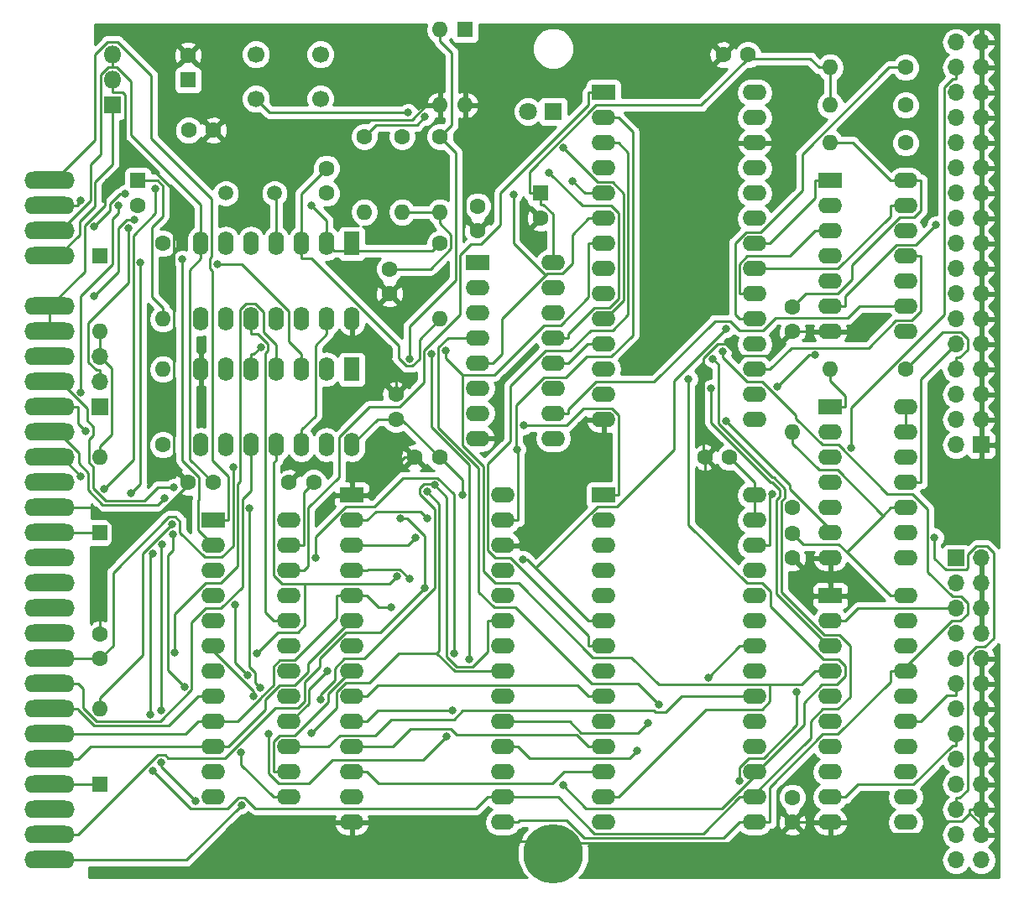
<source format=gbr>
G04 #@! TF.GenerationSoftware,KiCad,Pcbnew,5.0.0-rc2-be01b52~65~ubuntu18.04.1*
G04 #@! TF.CreationDate,2018-06-09T21:21:56+04:00*
G04 #@! TF.ProjectId,plusd,706C7573642E6B696361645F70636200,rev?*
G04 #@! TF.SameCoordinates,Original*
G04 #@! TF.FileFunction,Copper,L2,Bot,Signal*
G04 #@! TF.FilePolarity,Positive*
%FSLAX46Y46*%
G04 Gerber Fmt 4.6, Leading zero omitted, Abs format (unit mm)*
G04 Created by KiCad (PCBNEW 5.0.0-rc2-be01b52~65~ubuntu18.04.1) date Sat Jun  9 21:21:56 2018*
%MOMM*%
%LPD*%
G01*
G04 APERTURE LIST*
G04 #@! TA.AperFunction,ComponentPad*
%ADD10R,1.600000X1.600000*%
G04 #@! TD*
G04 #@! TA.AperFunction,ComponentPad*
%ADD11C,1.600000*%
G04 #@! TD*
G04 #@! TA.AperFunction,ComponentPad*
%ADD12R,1.800000X1.800000*%
G04 #@! TD*
G04 #@! TA.AperFunction,ComponentPad*
%ADD13C,1.800000*%
G04 #@! TD*
G04 #@! TA.AperFunction,ComponentPad*
%ADD14R,1.700000X1.700000*%
G04 #@! TD*
G04 #@! TA.AperFunction,ComponentPad*
%ADD15O,1.700000X1.700000*%
G04 #@! TD*
G04 #@! TA.AperFunction,ConnectorPad*
%ADD16O,5.080000X1.778000*%
G04 #@! TD*
G04 #@! TA.AperFunction,ComponentPad*
%ADD17O,1.600000X1.600000*%
G04 #@! TD*
G04 #@! TA.AperFunction,ComponentPad*
%ADD18C,1.700000*%
G04 #@! TD*
G04 #@! TA.AperFunction,ComponentPad*
%ADD19R,2.400000X1.600000*%
G04 #@! TD*
G04 #@! TA.AperFunction,ComponentPad*
%ADD20O,2.400000X1.600000*%
G04 #@! TD*
G04 #@! TA.AperFunction,ComponentPad*
%ADD21O,1.600000X2.400000*%
G04 #@! TD*
G04 #@! TA.AperFunction,ComponentPad*
%ADD22R,1.600000X2.400000*%
G04 #@! TD*
G04 #@! TA.AperFunction,ComponentPad*
%ADD23C,1.500000*%
G04 #@! TD*
G04 #@! TA.AperFunction,ComponentPad*
%ADD24O,1.800000X1.800000*%
G04 #@! TD*
G04 #@! TA.AperFunction,ComponentPad*
%ADD25C,6.000000*%
G04 #@! TD*
G04 #@! TA.AperFunction,ComponentPad*
%ADD26C,0.800000*%
G04 #@! TD*
G04 #@! TA.AperFunction,ViaPad*
%ADD27C,0.800000*%
G04 #@! TD*
G04 #@! TA.AperFunction,Conductor*
%ADD28C,0.250000*%
G04 #@! TD*
G04 #@! TA.AperFunction,Conductor*
%ADD29C,0.254000*%
G04 #@! TD*
G04 APERTURE END LIST*
D10*
G04 #@! TO.P,C1,1*
G04 #@! TO.N,Net-(C1-Pad1)*
X46990000Y-53340000D03*
D11*
G04 #@! TO.P,C1,2*
G04 #@! TO.N,Net-(C1-Pad2)*
X46990000Y-55840000D03*
G04 #@! TD*
G04 #@! TO.P,C2,2*
G04 #@! TO.N,Net-(C2-Pad2)*
X66040000Y-52110000D03*
G04 #@! TO.P,C2,1*
G04 #@! TO.N,Net-(C2-Pad1)*
X66040000Y-54610000D03*
G04 #@! TD*
G04 #@! TO.P,C3,1*
G04 #@! TO.N,GND*
X43180000Y-99100000D03*
G04 #@! TO.P,C3,2*
G04 #@! TO.N,/RESET*
X43180000Y-101600000D03*
G04 #@! TD*
G04 #@! TO.P,C4,2*
G04 #@! TO.N,Net-(C4-Pad2)*
X64730000Y-83820000D03*
G04 #@! TO.P,C4,1*
G04 #@! TO.N,GND*
X62230000Y-83820000D03*
G04 #@! TD*
G04 #@! TO.P,C5,1*
G04 #@! TO.N,GND*
X54610000Y-48260000D03*
G04 #@! TO.P,C5,2*
G04 #@! TO.N,+9V*
X52110000Y-48260000D03*
G04 #@! TD*
D10*
G04 #@! TO.P,C6,1*
G04 #@! TO.N,+9V*
X52070000Y-43180000D03*
D11*
G04 #@! TO.P,C6,2*
G04 #@! TO.N,GND*
X52070000Y-40680000D03*
G04 #@! TD*
G04 #@! TO.P,C7,2*
G04 #@! TO.N,GND*
X87630000Y-57110000D03*
D10*
G04 #@! TO.P,C7,1*
G04 #@! TO.N,+5V*
X87630000Y-54610000D03*
G04 #@! TD*
D11*
G04 #@! TO.P,C8,1*
G04 #@! TO.N,GND*
X52070000Y-83820000D03*
G04 #@! TO.P,C8,2*
G04 #@! TO.N,+5V*
X54570000Y-83820000D03*
G04 #@! TD*
G04 #@! TO.P,C9,1*
G04 #@! TO.N,GND*
X73025000Y-74930000D03*
G04 #@! TO.P,C9,2*
G04 #@! TO.N,+5V*
X73025000Y-77430000D03*
G04 #@! TD*
G04 #@! TO.P,C10,2*
G04 #@! TO.N,+5V*
X72390000Y-62270000D03*
G04 #@! TO.P,C10,1*
G04 #@! TO.N,GND*
X72390000Y-64770000D03*
G04 #@! TD*
G04 #@! TO.P,C11,2*
G04 #@! TO.N,+5V*
X77430000Y-81280000D03*
G04 #@! TO.P,C11,1*
G04 #@! TO.N,GND*
X74930000Y-81280000D03*
G04 #@! TD*
G04 #@! TO.P,C12,2*
G04 #@! TO.N,+5V*
X81280000Y-55920000D03*
G04 #@! TO.P,C12,1*
G04 #@! TO.N,GND*
X81280000Y-58420000D03*
G04 #@! TD*
G04 #@! TO.P,C13,1*
G04 #@! TO.N,GND*
X104180000Y-81280000D03*
G04 #@! TO.P,C13,2*
G04 #@! TO.N,+5V*
X106680000Y-81280000D03*
G04 #@! TD*
G04 #@! TO.P,C14,2*
G04 #@! TO.N,+5V*
X108545000Y-40640000D03*
G04 #@! TO.P,C14,1*
G04 #@! TO.N,GND*
X106045000Y-40640000D03*
G04 #@! TD*
G04 #@! TO.P,C15,1*
G04 #@! TO.N,GND*
X113030000Y-118110000D03*
G04 #@! TO.P,C15,2*
G04 #@! TO.N,+5V*
X113030000Y-115610000D03*
G04 #@! TD*
G04 #@! TO.P,C16,2*
G04 #@! TO.N,+5V*
X113030000Y-88940000D03*
G04 #@! TO.P,C16,1*
G04 #@! TO.N,GND*
X113030000Y-91440000D03*
G04 #@! TD*
G04 #@! TO.P,C17,1*
G04 #@! TO.N,GND*
X113030000Y-68580000D03*
G04 #@! TO.P,C17,2*
G04 #@! TO.N,+5V*
X113030000Y-66080000D03*
G04 #@! TD*
D12*
G04 #@! TO.P,D2,1*
G04 #@! TO.N,Net-(D2-Pad1)*
X88900000Y-46355000D03*
D13*
G04 #@! TO.P,D2,2*
G04 #@! TO.N,Net-(D2-Pad2)*
X86360000Y-46355000D03*
G04 #@! TD*
D14*
G04 #@! TO.P,J1,1*
G04 #@! TO.N,GND*
X132080000Y-80010000D03*
D15*
G04 #@! TO.P,J1,2*
G04 #@! TO.N,N/C*
X129540000Y-80010000D03*
G04 #@! TO.P,J1,3*
G04 #@! TO.N,GND*
X132080000Y-77470000D03*
G04 #@! TO.P,J1,4*
G04 #@! TO.N,N/C*
X129540000Y-77470000D03*
G04 #@! TO.P,J1,5*
G04 #@! TO.N,GND*
X132080000Y-74930000D03*
G04 #@! TO.P,J1,6*
G04 #@! TO.N,N/C*
X129540000Y-74930000D03*
G04 #@! TO.P,J1,7*
G04 #@! TO.N,GND*
X132080000Y-72390000D03*
G04 #@! TO.P,J1,8*
G04 #@! TO.N,Net-(J1-Pad8)*
X129540000Y-72390000D03*
G04 #@! TO.P,J1,9*
G04 #@! TO.N,GND*
X132080000Y-69850000D03*
G04 #@! TO.P,J1,10*
G04 #@! TO.N,/DS0*
X129540000Y-69850000D03*
G04 #@! TO.P,J1,11*
G04 #@! TO.N,GND*
X132080000Y-67310000D03*
G04 #@! TO.P,J1,12*
G04 #@! TO.N,/DS1*
X129540000Y-67310000D03*
G04 #@! TO.P,J1,13*
G04 #@! TO.N,GND*
X132080000Y-64770000D03*
G04 #@! TO.P,J1,14*
G04 #@! TO.N,N/C*
X129540000Y-64770000D03*
G04 #@! TO.P,J1,15*
G04 #@! TO.N,GND*
X132080000Y-62230000D03*
G04 #@! TO.P,J1,16*
G04 #@! TO.N,Net-(J1-Pad16)*
X129540000Y-62230000D03*
G04 #@! TO.P,J1,17*
G04 #@! TO.N,GND*
X132080000Y-59690000D03*
G04 #@! TO.P,J1,18*
G04 #@! TO.N,Net-(J1-Pad18)*
X129540000Y-59690000D03*
G04 #@! TO.P,J1,19*
G04 #@! TO.N,GND*
X132080000Y-57150000D03*
G04 #@! TO.P,J1,20*
G04 #@! TO.N,Net-(J1-Pad20)*
X129540000Y-57150000D03*
G04 #@! TO.P,J1,21*
G04 #@! TO.N,GND*
X132080000Y-54610000D03*
G04 #@! TO.P,J1,22*
G04 #@! TO.N,Net-(J1-Pad22)*
X129540000Y-54610000D03*
G04 #@! TO.P,J1,23*
G04 #@! TO.N,GND*
X132080000Y-52070000D03*
G04 #@! TO.P,J1,24*
G04 #@! TO.N,Net-(J1-Pad24)*
X129540000Y-52070000D03*
G04 #@! TO.P,J1,25*
G04 #@! TO.N,GND*
X132080000Y-49530000D03*
G04 #@! TO.P,J1,26*
G04 #@! TO.N,Net-(J1-Pad26)*
X129540000Y-49530000D03*
G04 #@! TO.P,J1,27*
G04 #@! TO.N,GND*
X132080000Y-46990000D03*
G04 #@! TO.P,J1,28*
G04 #@! TO.N,Net-(J1-Pad28)*
X129540000Y-46990000D03*
G04 #@! TO.P,J1,29*
G04 #@! TO.N,GND*
X132080000Y-44450000D03*
G04 #@! TO.P,J1,30*
G04 #@! TO.N,Net-(J1-Pad30)*
X129540000Y-44450000D03*
G04 #@! TO.P,J1,31*
G04 #@! TO.N,GND*
X132080000Y-41910000D03*
G04 #@! TO.P,J1,32*
G04 #@! TO.N,/XXX*
X129540000Y-41910000D03*
G04 #@! TO.P,J1,33*
G04 #@! TO.N,GND*
X132080000Y-39370000D03*
G04 #@! TO.P,J1,34*
G04 #@! TO.N,N/C*
X129540000Y-39370000D03*
G04 #@! TD*
D16*
G04 #@! TO.P,J2,A28*
G04 #@! TO.N,/A11*
X38100000Y-121920000D03*
G04 #@! TO.P,J2,A27*
G04 #@! TO.N,/A9*
X38100000Y-119380000D03*
G04 #@! TO.P,J2,A26*
G04 #@! TO.N,N/C*
X38100000Y-116840000D03*
G04 #@! TO.P,J2,A25*
G04 #@! TO.N,ZX_ROMOE48*
X38100000Y-114300000D03*
G04 #@! TO.P,J2,A24*
G04 #@! TO.N,/A4*
X38100000Y-111760000D03*
G04 #@! TO.P,J2,A23*
G04 #@! TO.N,/A5*
X38100000Y-109220000D03*
G04 #@! TO.P,J2,A22*
G04 #@! TO.N,/A6*
X38100000Y-106680000D03*
G04 #@! TO.P,J2,A21*
G04 #@! TO.N,/A7*
X38100000Y-104140000D03*
G04 #@! TO.P,J2,A20*
G04 #@! TO.N,/RESET*
X38100000Y-101600000D03*
G04 #@! TO.P,J2,A19*
G04 #@! TO.N,N/C*
X38100000Y-99060000D03*
G04 #@! TO.P,J2,A18*
X38100000Y-96520000D03*
G04 #@! TO.P,J2,A17*
X38100000Y-93980000D03*
G04 #@! TO.P,J2,A16*
X38100000Y-91440000D03*
G04 #@! TO.P,J2,A15*
G04 #@! TO.N,ZX_ROMOE2*
X38100000Y-88900000D03*
G04 #@! TO.P,J2,A14*
G04 #@! TO.N,GND*
X38100000Y-86360000D03*
G04 #@! TO.P,J2,A13*
G04 #@! TO.N,N/C*
X38100000Y-83820000D03*
G04 #@! TO.P,J2,A12*
G04 #@! TO.N,/A3*
X38100000Y-81280000D03*
G04 #@! TO.P,J2,A11*
G04 #@! TO.N,/A2*
X38100000Y-78740000D03*
G04 #@! TO.P,J2,A10*
G04 #@! TO.N,/A1*
X38100000Y-76200000D03*
G04 #@! TO.P,J2,A9*
G04 #@! TO.N,/A0*
X38100000Y-73660000D03*
G04 #@! TO.P,J2,A8*
G04 #@! TO.N,N/C*
X38100000Y-71120000D03*
G04 #@! TO.P,J2,A7*
G04 #@! TO.N,GND*
X38100000Y-68580000D03*
G04 #@! TO.P,J2,A6*
X38100000Y-66040000D03*
G04 #@! TO.P,J2,A4*
G04 #@! TO.N,+9V*
X38100000Y-60960000D03*
G04 #@! TO.P,J2,A3*
G04 #@! TO.N,+5V*
X38100000Y-58420000D03*
G04 #@! TO.P,J2,A2*
G04 #@! TO.N,/A12*
X38100000Y-55880000D03*
G04 #@! TO.P,J2,A1*
G04 #@! TO.N,/A14*
X38100000Y-53340000D03*
G04 #@! TD*
D14*
G04 #@! TO.P,J3,1*
G04 #@! TO.N,Net-(J3-Pad1)*
X129540000Y-91440000D03*
D15*
G04 #@! TO.P,J3,2*
G04 #@! TO.N,GND*
X132080000Y-91440000D03*
G04 #@! TO.P,J3,3*
G04 #@! TO.N,Net-(J3-Pad3)*
X129540000Y-93980000D03*
G04 #@! TO.P,J3,4*
G04 #@! TO.N,GND*
X132080000Y-93980000D03*
G04 #@! TO.P,J3,5*
G04 #@! TO.N,Net-(J3-Pad5)*
X129540000Y-96520000D03*
G04 #@! TO.P,J3,6*
G04 #@! TO.N,GND*
X132080000Y-96520000D03*
G04 #@! TO.P,J3,7*
G04 #@! TO.N,Net-(J3-Pad7)*
X129540000Y-99060000D03*
G04 #@! TO.P,J3,8*
G04 #@! TO.N,GND*
X132080000Y-99060000D03*
G04 #@! TO.P,J3,9*
G04 #@! TO.N,Net-(J3-Pad9)*
X129540000Y-101600000D03*
G04 #@! TO.P,J3,10*
G04 #@! TO.N,GND*
X132080000Y-101600000D03*
G04 #@! TO.P,J3,11*
G04 #@! TO.N,Net-(J3-Pad11)*
X129540000Y-104140000D03*
G04 #@! TO.P,J3,12*
G04 #@! TO.N,GND*
X132080000Y-104140000D03*
G04 #@! TO.P,J3,13*
G04 #@! TO.N,Net-(J3-Pad13)*
X129540000Y-106680000D03*
G04 #@! TO.P,J3,14*
G04 #@! TO.N,GND*
X132080000Y-106680000D03*
G04 #@! TO.P,J3,15*
G04 #@! TO.N,Net-(J3-Pad15)*
X129540000Y-109220000D03*
G04 #@! TO.P,J3,16*
G04 #@! TO.N,GND*
X132080000Y-109220000D03*
G04 #@! TO.P,J3,17*
G04 #@! TO.N,Net-(J3-Pad17)*
X129540000Y-111760000D03*
G04 #@! TO.P,J3,18*
G04 #@! TO.N,GND*
X132080000Y-111760000D03*
G04 #@! TO.P,J3,19*
G04 #@! TO.N,N/C*
X129540000Y-114300000D03*
G04 #@! TO.P,J3,20*
G04 #@! TO.N,GND*
X132080000Y-114300000D03*
G04 #@! TO.P,J3,21*
G04 #@! TO.N,Net-(J3-Pad21)*
X129540000Y-116840000D03*
G04 #@! TO.P,J3,22*
G04 #@! TO.N,GND*
X132080000Y-116840000D03*
G04 #@! TO.P,J3,23*
G04 #@! TO.N,N/C*
X129540000Y-119380000D03*
G04 #@! TO.P,J3,24*
G04 #@! TO.N,GND*
X132080000Y-119380000D03*
G04 #@! TO.P,J3,25*
G04 #@! TO.N,N/C*
X129540000Y-121920000D03*
G04 #@! TO.P,J3,26*
X132080000Y-121920000D03*
G04 #@! TD*
D14*
G04 #@! TO.P,J4,1*
G04 #@! TO.N,Net-(D4-Pad2)*
X43180000Y-76200000D03*
D15*
G04 #@! TO.P,J4,2*
G04 #@! TO.N,Net-(D2-Pad1)*
X43180000Y-73660000D03*
G04 #@! TO.P,J4,3*
G04 #@! TO.N,Net-(D1-Pad2)*
X43180000Y-71120000D03*
G04 #@! TD*
D11*
G04 #@! TO.P,R1,1*
G04 #@! TO.N,Net-(J1-Pad8)*
X124460000Y-72390000D03*
D17*
G04 #@! TO.P,R1,2*
G04 #@! TO.N,+5V*
X116840000Y-72390000D03*
G04 #@! TD*
G04 #@! TO.P,R2,2*
G04 #@! TO.N,+5V*
X116840000Y-49530000D03*
D11*
G04 #@! TO.P,R2,1*
G04 #@! TO.N,Net-(J1-Pad26)*
X124460000Y-49530000D03*
G04 #@! TD*
G04 #@! TO.P,R3,1*
G04 #@! TO.N,Net-(J1-Pad28)*
X124460000Y-45720000D03*
D17*
G04 #@! TO.P,R3,2*
G04 #@! TO.N,+5V*
X116840000Y-45720000D03*
G04 #@! TD*
G04 #@! TO.P,R4,2*
G04 #@! TO.N,+5V*
X116840000Y-41910000D03*
D11*
G04 #@! TO.P,R4,1*
G04 #@! TO.N,Net-(J1-Pad30)*
X124460000Y-41910000D03*
G04 #@! TD*
D17*
G04 #@! TO.P,R5,2*
G04 #@! TO.N,Net-(C2-Pad2)*
X77470000Y-67310000D03*
D11*
G04 #@! TO.P,R5,1*
G04 #@! TO.N,Net-(C1-Pad2)*
X77470000Y-59690000D03*
G04 #@! TD*
G04 #@! TO.P,R6,1*
G04 #@! TO.N,Net-(R6-Pad1)*
X49530000Y-59690000D03*
D17*
G04 #@! TO.P,R6,2*
G04 #@! TO.N,Net-(C1-Pad1)*
X49530000Y-67310000D03*
G04 #@! TD*
D11*
G04 #@! TO.P,R7,1*
G04 #@! TO.N,Net-(D2-Pad2)*
X69850000Y-48895000D03*
D17*
G04 #@! TO.P,R7,2*
G04 #@! TO.N,+5V*
X69850000Y-56515000D03*
G04 #@! TD*
G04 #@! TO.P,R8,2*
G04 #@! TO.N,Net-(R8-Pad2)*
X49530000Y-72390000D03*
D11*
G04 #@! TO.P,R8,1*
G04 #@! TO.N,Net-(C4-Pad2)*
X49530000Y-80010000D03*
G04 #@! TD*
G04 #@! TO.P,R9,1*
G04 #@! TO.N,Net-(J3-Pad21)*
X113030000Y-86360000D03*
D17*
G04 #@! TO.P,R9,2*
G04 #@! TO.N,+5V*
X113030000Y-78740000D03*
G04 #@! TD*
D18*
G04 #@! TO.P,SW1,4*
G04 #@! TO.N,N/C*
X58905000Y-40585000D03*
G04 #@! TO.P,SW1,3*
X65405000Y-40585000D03*
G04 #@! TO.P,SW1,2*
G04 #@! TO.N,Net-(D2-Pad1)*
X58905000Y-45085000D03*
G04 #@! TO.P,SW1,1*
G04 #@! TO.N,NMI*
X65405000Y-45085000D03*
G04 #@! TD*
D19*
G04 #@! TO.P,U1,1*
G04 #@! TO.N,Net-(U1-Pad1)*
X116840000Y-53340000D03*
D20*
G04 #@! TO.P,U1,8*
G04 #@! TO.N,Net-(J3-Pad1)*
X124460000Y-68580000D03*
G04 #@! TO.P,U1,2*
G04 #@! TO.N,Net-(J1-Pad22)*
X116840000Y-55880000D03*
G04 #@! TO.P,U1,9*
G04 #@! TO.N,Net-(U1-Pad9)*
X124460000Y-66040000D03*
G04 #@! TO.P,U1,3*
G04 #@! TO.N,Net-(U1-Pad3)*
X116840000Y-58420000D03*
G04 #@! TO.P,U1,10*
G04 #@! TO.N,Net-(J1-Pad18)*
X124460000Y-63500000D03*
G04 #@! TO.P,U1,4*
G04 #@! TO.N,Net-(J1-Pad16)*
X116840000Y-60960000D03*
G04 #@! TO.P,U1,11*
G04 #@! TO.N,Net-(U1-Pad11)*
X124460000Y-60960000D03*
G04 #@! TO.P,U1,5*
G04 #@! TO.N,Net-(U1-Pad5)*
X116840000Y-63500000D03*
G04 #@! TO.P,U1,12*
G04 #@! TO.N,Net-(J1-Pad24)*
X124460000Y-58420000D03*
G04 #@! TO.P,U1,6*
G04 #@! TO.N,Net-(J1-Pad20)*
X116840000Y-66040000D03*
G04 #@! TO.P,U1,13*
G04 #@! TO.N,Net-(U1-Pad13)*
X124460000Y-55880000D03*
G04 #@! TO.P,U1,7*
G04 #@! TO.N,GND*
X116840000Y-68580000D03*
G04 #@! TO.P,U1,14*
G04 #@! TO.N,+5V*
X124460000Y-53340000D03*
G04 #@! TD*
G04 #@! TO.P,U2,28*
G04 #@! TO.N,+5V*
X109220000Y-85090000D03*
G04 #@! TO.P,U2,14*
G04 #@! TO.N,N/C*
X93980000Y-118110000D03*
G04 #@! TO.P,U2,27*
G04 #@! TO.N,+5V*
X109220000Y-87630000D03*
G04 #@! TO.P,U2,13*
G04 #@! TO.N,/D2*
X93980000Y-115570000D03*
G04 #@! TO.P,U2,26*
G04 #@! TO.N,ROM_A13*
X109220000Y-90170000D03*
G04 #@! TO.P,U2,12*
G04 #@! TO.N,/D1*
X93980000Y-113030000D03*
G04 #@! TO.P,U2,25*
G04 #@! TO.N,/A8*
X109220000Y-92710000D03*
G04 #@! TO.P,U2,11*
G04 #@! TO.N,/D0*
X93980000Y-110490000D03*
G04 #@! TO.P,U2,24*
G04 #@! TO.N,/A9*
X109220000Y-95250000D03*
G04 #@! TO.P,U2,10*
G04 #@! TO.N,/A0*
X93980000Y-107950000D03*
G04 #@! TO.P,U2,23*
G04 #@! TO.N,/A11*
X109220000Y-97790000D03*
G04 #@! TO.P,U2,9*
G04 #@! TO.N,/A1*
X93980000Y-105410000D03*
G04 #@! TO.P,U2,22*
G04 #@! TO.N,/RD*
X109220000Y-100330000D03*
G04 #@! TO.P,U2,8*
G04 #@! TO.N,/A2*
X93980000Y-102870000D03*
G04 #@! TO.P,U2,21*
G04 #@! TO.N,/A10*
X109220000Y-102870000D03*
G04 #@! TO.P,U2,7*
G04 #@! TO.N,/A3*
X93980000Y-100330000D03*
G04 #@! TO.P,U2,20*
G04 #@! TO.N,ROM_CS*
X109220000Y-105410000D03*
G04 #@! TO.P,U2,6*
G04 #@! TO.N,/A4*
X93980000Y-97790000D03*
G04 #@! TO.P,U2,19*
G04 #@! TO.N,/D7*
X109220000Y-107950000D03*
G04 #@! TO.P,U2,5*
G04 #@! TO.N,/A5*
X93980000Y-95250000D03*
G04 #@! TO.P,U2,18*
G04 #@! TO.N,/D6*
X109220000Y-110490000D03*
G04 #@! TO.P,U2,4*
G04 #@! TO.N,/A6*
X93980000Y-92710000D03*
G04 #@! TO.P,U2,17*
G04 #@! TO.N,/D5*
X109220000Y-113030000D03*
G04 #@! TO.P,U2,3*
G04 #@! TO.N,/A7*
X93980000Y-90170000D03*
G04 #@! TO.P,U2,16*
G04 #@! TO.N,/D4*
X109220000Y-115570000D03*
G04 #@! TO.P,U2,2*
G04 #@! TO.N,/A12*
X93980000Y-87630000D03*
G04 #@! TO.P,U2,15*
G04 #@! TO.N,/D3*
X109220000Y-118110000D03*
D19*
G04 #@! TO.P,U2,1*
G04 #@! TO.N,ROM_A14*
X93980000Y-85090000D03*
G04 #@! TD*
G04 #@! TO.P,U3,1*
G04 #@! TO.N,FDC_CS*
X93980000Y-44450000D03*
D20*
G04 #@! TO.P,U3,15*
G04 #@! TO.N,+5V*
X109220000Y-77470000D03*
G04 #@! TO.P,U3,2*
G04 #@! TO.N,/WR*
X93980000Y-46990000D03*
G04 #@! TO.P,U3,16*
G04 #@! TO.N,Net-(U1-Pad5)*
X109220000Y-74930000D03*
G04 #@! TO.P,U3,3*
G04 #@! TO.N,/A3*
X93980000Y-49530000D03*
G04 #@! TO.P,U3,17*
G04 #@! TO.N,Net-(U1-Pad11)*
X109220000Y-72390000D03*
G04 #@! TO.P,U3,4*
G04 #@! TO.N,/A4*
X93980000Y-52070000D03*
G04 #@! TO.P,U3,18*
G04 #@! TO.N,Net-(C2-Pad2)*
X109220000Y-69850000D03*
G04 #@! TO.P,U3,5*
G04 #@! TO.N,/D0*
X93980000Y-54610000D03*
G04 #@! TO.P,U3,19*
G04 #@! TO.N,Net-(J1-Pad30)*
X109220000Y-67310000D03*
G04 #@! TO.P,U3,6*
G04 #@! TO.N,/D1*
X93980000Y-57150000D03*
G04 #@! TO.P,U3,20*
G04 #@! TO.N,Net-(U1-Pad3)*
X109220000Y-64770000D03*
G04 #@! TO.P,U3,7*
G04 #@! TO.N,/D2*
X93980000Y-59690000D03*
G04 #@! TO.P,U3,21*
G04 #@! TO.N,Net-(U1-Pad13)*
X109220000Y-62230000D03*
G04 #@! TO.P,U3,8*
G04 #@! TO.N,/D3*
X93980000Y-62230000D03*
G04 #@! TO.P,U3,22*
G04 #@! TO.N,Net-(U1-Pad1)*
X109220000Y-59690000D03*
G04 #@! TO.P,U3,9*
G04 #@! TO.N,/D4*
X93980000Y-64770000D03*
G04 #@! TO.P,U3,23*
G04 #@! TO.N,Net-(J1-Pad26)*
X109220000Y-57150000D03*
G04 #@! TO.P,U3,10*
G04 #@! TO.N,/D5*
X93980000Y-67310000D03*
G04 #@! TO.P,U3,24*
G04 #@! TO.N,Net-(J1-Pad8)*
X109220000Y-54610000D03*
G04 #@! TO.P,U3,11*
G04 #@! TO.N,/D6*
X93980000Y-69850000D03*
G04 #@! TO.P,U3,25*
G04 #@! TO.N,Net-(J1-Pad28)*
X109220000Y-52070000D03*
G04 #@! TO.P,U3,12*
G04 #@! TO.N,/D7*
X93980000Y-72390000D03*
G04 #@! TO.P,U3,26*
G04 #@! TO.N,GND*
X109220000Y-49530000D03*
G04 #@! TO.P,U3,13*
G04 #@! TO.N,/RESET*
X93980000Y-74930000D03*
G04 #@! TO.P,U3,27*
G04 #@! TO.N,N/C*
X109220000Y-46990000D03*
G04 #@! TO.P,U3,14*
G04 #@! TO.N,GND*
X93980000Y-77470000D03*
G04 #@! TO.P,U3,28*
G04 #@! TO.N,N/C*
X109220000Y-44450000D03*
G04 #@! TD*
D21*
G04 #@! TO.P,U4,14*
G04 #@! TO.N,GND*
X68580000Y-67310000D03*
G04 #@! TO.P,U4,7*
G04 #@! TO.N,+5V*
X53340000Y-59690000D03*
G04 #@! TO.P,U4,13*
G04 #@! TO.N,Net-(U10-Pad12)*
X66040000Y-67310000D03*
G04 #@! TO.P,U4,6*
G04 #@! TO.N,Net-(C1-Pad1)*
X55880000Y-59690000D03*
G04 #@! TO.P,U4,12*
G04 #@! TO.N,Net-(U10-Pad8)*
X63500000Y-67310000D03*
G04 #@! TO.P,U4,5*
G04 #@! TO.N,Net-(R6-Pad1)*
X58420000Y-59690000D03*
G04 #@! TO.P,U4,11*
G04 #@! TO.N,Net-(U10-Pad5)*
X60960000Y-67310000D03*
G04 #@! TO.P,U4,4*
G04 #@! TO.N,Net-(R6-Pad1)*
X60960000Y-59690000D03*
G04 #@! TO.P,U4,10*
G04 #@! TO.N,PRN_STR*
X58420000Y-67310000D03*
G04 #@! TO.P,U4,3*
G04 #@! TO.N,Net-(C2-Pad2)*
X63500000Y-59690000D03*
G04 #@! TO.P,U4,9*
G04 #@! TO.N,PRN_STR*
X55880000Y-67310000D03*
G04 #@! TO.P,U4,2*
G04 #@! TO.N,Net-(C1-Pad2)*
X66040000Y-59690000D03*
G04 #@! TO.P,U4,8*
G04 #@! TO.N,Net-(U4-Pad8)*
X53340000Y-67310000D03*
D22*
G04 #@! TO.P,U4,1*
G04 #@! TO.N,Net-(C1-Pad2)*
X68580000Y-59690000D03*
G04 #@! TD*
D19*
G04 #@! TO.P,U5,1*
G04 #@! TO.N,+5V*
X116840000Y-76200000D03*
D20*
G04 #@! TO.P,U5,8*
G04 #@! TO.N,/DS1*
X124460000Y-91440000D03*
G04 #@! TO.P,U5,2*
G04 #@! TO.N,Net-(U5-Pad2)*
X116840000Y-78740000D03*
G04 #@! TO.P,U5,9*
G04 #@! TO.N,Net-(U5-Pad9)*
X124460000Y-88900000D03*
G04 #@! TO.P,U5,3*
G04 #@! TO.N,/XXX*
X116840000Y-81280000D03*
G04 #@! TO.P,U5,10*
G04 #@! TO.N,+5V*
X124460000Y-86360000D03*
G04 #@! TO.P,U5,4*
G04 #@! TO.N,Net-(U4-Pad8)*
X116840000Y-83820000D03*
G04 #@! TO.P,U5,11*
G04 #@! TO.N,/DS0*
X124460000Y-83820000D03*
G04 #@! TO.P,U5,5*
G04 #@! TO.N,Net-(J3-Pad21)*
X116840000Y-86360000D03*
G04 #@! TO.P,U5,12*
G04 #@! TO.N,Net-(U5-Pad12)*
X124460000Y-81280000D03*
G04 #@! TO.P,U5,6*
G04 #@! TO.N,/D7*
X116840000Y-88900000D03*
G04 #@! TO.P,U5,13*
G04 #@! TO.N,+5V*
X124460000Y-78740000D03*
G04 #@! TO.P,U5,7*
G04 #@! TO.N,GND*
X116840000Y-91440000D03*
G04 #@! TO.P,U5,14*
G04 #@! TO.N,+5V*
X124460000Y-76200000D03*
G04 #@! TD*
D19*
G04 #@! TO.P,U6,1*
G04 #@! TO.N,/RESET*
X81280000Y-61595000D03*
D20*
G04 #@! TO.P,U6,9*
G04 #@! TO.N,DSK_CS*
X88900000Y-79375000D03*
G04 #@! TO.P,U6,2*
G04 #@! TO.N,N/C*
X81280000Y-64135000D03*
G04 #@! TO.P,U6,10*
G04 #@! TO.N,Net-(U1-Pad9)*
X88900000Y-76835000D03*
G04 #@! TO.P,U6,3*
G04 #@! TO.N,Net-(U5-Pad12)*
X81280000Y-66675000D03*
G04 #@! TO.P,U6,11*
G04 #@! TO.N,N/C*
X88900000Y-74295000D03*
G04 #@! TO.P,U6,4*
G04 #@! TO.N,/D0*
X81280000Y-69215000D03*
G04 #@! TO.P,U6,12*
G04 #@! TO.N,/D6*
X88900000Y-71755000D03*
G04 #@! TO.P,U6,5*
G04 #@! TO.N,/D1*
X81280000Y-71755000D03*
G04 #@! TO.P,U6,13*
G04 #@! TO.N,/D7*
X88900000Y-69215000D03*
G04 #@! TO.P,U6,6*
G04 #@! TO.N,Net-(U5-Pad9)*
X81280000Y-74295000D03*
G04 #@! TO.P,U6,14*
G04 #@! TO.N,Net-(U5-Pad2)*
X88900000Y-66675000D03*
G04 #@! TO.P,U6,7*
G04 #@! TO.N,N/C*
X81280000Y-76835000D03*
G04 #@! TO.P,U6,15*
X88900000Y-64135000D03*
G04 #@! TO.P,U6,8*
G04 #@! TO.N,GND*
X81280000Y-79375000D03*
G04 #@! TO.P,U6,16*
G04 #@! TO.N,+5V*
X88900000Y-61595000D03*
G04 #@! TD*
D19*
G04 #@! TO.P,U7,1*
G04 #@! TO.N,GND*
X68580000Y-85090000D03*
D20*
G04 #@! TO.P,U7,15*
G04 #@! TO.N,/D3*
X83820000Y-118110000D03*
G04 #@! TO.P,U7,2*
G04 #@! TO.N,/A12*
X68580000Y-87630000D03*
G04 #@! TO.P,U7,16*
G04 #@! TO.N,/D4*
X83820000Y-115570000D03*
G04 #@! TO.P,U7,3*
G04 #@! TO.N,/A7*
X68580000Y-90170000D03*
G04 #@! TO.P,U7,17*
G04 #@! TO.N,/D5*
X83820000Y-113030000D03*
G04 #@! TO.P,U7,4*
G04 #@! TO.N,/A6*
X68580000Y-92710000D03*
G04 #@! TO.P,U7,18*
G04 #@! TO.N,/D6*
X83820000Y-110490000D03*
G04 #@! TO.P,U7,5*
G04 #@! TO.N,/A5*
X68580000Y-95250000D03*
G04 #@! TO.P,U7,19*
G04 #@! TO.N,/D7*
X83820000Y-107950000D03*
G04 #@! TO.P,U7,6*
G04 #@! TO.N,/A4*
X68580000Y-97790000D03*
G04 #@! TO.P,U7,20*
G04 #@! TO.N,/RD*
X83820000Y-105410000D03*
G04 #@! TO.P,U7,7*
G04 #@! TO.N,/A3*
X68580000Y-100330000D03*
G04 #@! TO.P,U7,21*
G04 #@! TO.N,/A10*
X83820000Y-102870000D03*
G04 #@! TO.P,U7,8*
G04 #@! TO.N,/A2*
X68580000Y-102870000D03*
G04 #@! TO.P,U7,22*
G04 #@! TO.N,RAM_CS*
X83820000Y-100330000D03*
G04 #@! TO.P,U7,9*
G04 #@! TO.N,/A1*
X68580000Y-105410000D03*
G04 #@! TO.P,U7,23*
G04 #@! TO.N,/A11*
X83820000Y-97790000D03*
G04 #@! TO.P,U7,10*
G04 #@! TO.N,/A0*
X68580000Y-107950000D03*
G04 #@! TO.P,U7,24*
G04 #@! TO.N,/A9*
X83820000Y-95250000D03*
G04 #@! TO.P,U7,11*
G04 #@! TO.N,/D0*
X68580000Y-110490000D03*
G04 #@! TO.P,U7,25*
G04 #@! TO.N,/A8*
X83820000Y-92710000D03*
G04 #@! TO.P,U7,12*
G04 #@! TO.N,/D1*
X68580000Y-113030000D03*
G04 #@! TO.P,U7,26*
G04 #@! TO.N,GND*
X83820000Y-90170000D03*
G04 #@! TO.P,U7,13*
G04 #@! TO.N,/D2*
X68580000Y-115570000D03*
G04 #@! TO.P,U7,27*
G04 #@! TO.N,/WR*
X83820000Y-87630000D03*
G04 #@! TO.P,U7,14*
G04 #@! TO.N,GND*
X68580000Y-118110000D03*
G04 #@! TO.P,U7,28*
G04 #@! TO.N,+5V*
X83820000Y-85090000D03*
G04 #@! TD*
D19*
G04 #@! TO.P,U8,1*
G04 #@! TO.N,/A14*
X54610000Y-87630000D03*
D20*
G04 #@! TO.P,U8,13*
G04 #@! TO.N,/A1*
X62230000Y-115570000D03*
G04 #@! TO.P,U8,2*
G04 #@! TO.N,/A15*
X54610000Y-90170000D03*
G04 #@! TO.P,U8,14*
G04 #@! TO.N,/A2*
X62230000Y-113030000D03*
G04 #@! TO.P,U8,3*
G04 #@! TO.N,/A13*
X54610000Y-92710000D03*
G04 #@! TO.P,U8,15*
G04 #@! TO.N,ROM_CS*
X62230000Y-110490000D03*
G04 #@! TO.P,U8,4*
G04 #@! TO.N,/MREQ*
X54610000Y-95250000D03*
G04 #@! TO.P,U8,16*
G04 #@! TO.N,RAM_CS*
X62230000Y-107950000D03*
G04 #@! TO.P,U8,5*
G04 #@! TO.N,/IOREQ*
X54610000Y-97790000D03*
G04 #@! TO.P,U8,17*
G04 #@! TO.N,N/C*
X62230000Y-105410000D03*
G04 #@! TO.P,U8,6*
G04 #@! TO.N,/RD*
X54610000Y-100330000D03*
G04 #@! TO.P,U8,18*
G04 #@! TO.N,PRN_CS*
X62230000Y-102870000D03*
G04 #@! TO.P,U8,7*
G04 #@! TO.N,/WR*
X54610000Y-102870000D03*
G04 #@! TO.P,U8,19*
G04 #@! TO.N,DSK_CS*
X62230000Y-100330000D03*
G04 #@! TO.P,U8,8*
G04 #@! TO.N,/A6*
X54610000Y-105410000D03*
G04 #@! TO.P,U8,20*
G04 #@! TO.N,PRN_STR*
X62230000Y-97790000D03*
G04 #@! TO.P,U8,9*
G04 #@! TO.N,/A5*
X54610000Y-107950000D03*
G04 #@! TO.P,U8,21*
G04 #@! TO.N,Net-(D2-Pad1)*
X62230000Y-95250000D03*
G04 #@! TO.P,U8,10*
G04 #@! TO.N,/A4*
X54610000Y-110490000D03*
G04 #@! TO.P,U8,22*
G04 #@! TO.N,FDC_CS*
X62230000Y-92710000D03*
G04 #@! TO.P,U8,11*
G04 #@! TO.N,/A3*
X54610000Y-113030000D03*
G04 #@! TO.P,U8,23*
G04 #@! TO.N,Net-(C4-Pad2)*
X62230000Y-90170000D03*
G04 #@! TO.P,U8,12*
G04 #@! TO.N,GND*
X54610000Y-115570000D03*
G04 #@! TO.P,U8,24*
G04 #@! TO.N,+5V*
X62230000Y-87630000D03*
G04 #@! TD*
D19*
G04 #@! TO.P,U9,1*
G04 #@! TO.N,GND*
X116840000Y-95250000D03*
D20*
G04 #@! TO.P,U9,11*
G04 #@! TO.N,PRN_CS*
X124460000Y-118110000D03*
G04 #@! TO.P,U9,2*
G04 #@! TO.N,Net-(J3-Pad5)*
X116840000Y-97790000D03*
G04 #@! TO.P,U9,12*
G04 #@! TO.N,Net-(J3-Pad17)*
X124460000Y-115570000D03*
G04 #@! TO.P,U9,3*
G04 #@! TO.N,/D1*
X116840000Y-100330000D03*
G04 #@! TO.P,U9,13*
G04 #@! TO.N,/D7*
X124460000Y-113030000D03*
G04 #@! TO.P,U9,4*
G04 #@! TO.N,/D2*
X116840000Y-102870000D03*
G04 #@! TO.P,U9,14*
G04 #@! TO.N,/D4*
X124460000Y-110490000D03*
G04 #@! TO.P,U9,5*
G04 #@! TO.N,Net-(J3-Pad7)*
X116840000Y-105410000D03*
G04 #@! TO.P,U9,15*
G04 #@! TO.N,Net-(J3-Pad11)*
X124460000Y-107950000D03*
G04 #@! TO.P,U9,6*
G04 #@! TO.N,Net-(J3-Pad13)*
X116840000Y-107950000D03*
G04 #@! TO.P,U9,16*
G04 #@! TO.N,Net-(J3-Pad9)*
X124460000Y-105410000D03*
G04 #@! TO.P,U9,7*
G04 #@! TO.N,/D5*
X116840000Y-110490000D03*
G04 #@! TO.P,U9,17*
G04 #@! TO.N,/D3*
X124460000Y-102870000D03*
G04 #@! TO.P,U9,8*
G04 #@! TO.N,/D6*
X116840000Y-113030000D03*
G04 #@! TO.P,U9,18*
G04 #@! TO.N,/D0*
X124460000Y-100330000D03*
G04 #@! TO.P,U9,9*
G04 #@! TO.N,Net-(J3-Pad15)*
X116840000Y-115570000D03*
G04 #@! TO.P,U9,19*
G04 #@! TO.N,Net-(J3-Pad3)*
X124460000Y-97790000D03*
G04 #@! TO.P,U9,10*
G04 #@! TO.N,GND*
X116840000Y-118110000D03*
G04 #@! TO.P,U9,20*
G04 #@! TO.N,+5V*
X124460000Y-95250000D03*
G04 #@! TD*
D21*
G04 #@! TO.P,U10,14*
G04 #@! TO.N,+5V*
X68580000Y-80010000D03*
G04 #@! TO.P,U10,7*
G04 #@! TO.N,GND*
X53340000Y-72390000D03*
G04 #@! TO.P,U10,13*
G04 #@! TO.N,/A9*
X66040000Y-80010000D03*
G04 #@! TO.P,U10,6*
G04 #@! TO.N,Net-(R8-Pad2)*
X55880000Y-72390000D03*
G04 #@! TO.P,U10,12*
G04 #@! TO.N,Net-(U10-Pad12)*
X63500000Y-80010000D03*
G04 #@! TO.P,U10,5*
G04 #@! TO.N,Net-(U10-Pad5)*
X58420000Y-72390000D03*
G04 #@! TO.P,U10,11*
G04 #@! TO.N,/A8*
X60960000Y-80010000D03*
G04 #@! TO.P,U10,4*
G04 #@! TO.N,/M1*
X60960000Y-72390000D03*
G04 #@! TO.P,U10,10*
G04 #@! TO.N,/A7*
X58420000Y-80010000D03*
G04 #@! TO.P,U10,3*
G04 #@! TO.N,/A12*
X63500000Y-72390000D03*
G04 #@! TO.P,U10,9*
G04 #@! TO.N,/A0*
X55880000Y-80010000D03*
G04 #@! TO.P,U10,2*
G04 #@! TO.N,/A11*
X66040000Y-72390000D03*
G04 #@! TO.P,U10,8*
G04 #@! TO.N,Net-(U10-Pad8)*
X53340000Y-80010000D03*
D22*
G04 #@! TO.P,U10,1*
G04 #@! TO.N,/A10*
X68580000Y-72390000D03*
G04 #@! TD*
D23*
G04 #@! TO.P,Y1,1*
G04 #@! TO.N,Net-(C2-Pad1)*
X55880000Y-54610000D03*
G04 #@! TO.P,Y1,2*
G04 #@! TO.N,Net-(R6-Pad1)*
X60780000Y-54610000D03*
G04 #@! TD*
D10*
G04 #@! TO.P,D1,1*
G04 #@! TO.N,ZX_ROMOE1*
X43180000Y-60960000D03*
D17*
G04 #@! TO.P,D1,2*
G04 #@! TO.N,Net-(D1-Pad2)*
X43180000Y-68580000D03*
G04 #@! TD*
D10*
G04 #@! TO.P,D3,1*
G04 #@! TO.N,ZX_ROMOE2*
X43180000Y-88900000D03*
D17*
G04 #@! TO.P,D3,2*
G04 #@! TO.N,Net-(D1-Pad2)*
X43180000Y-81280000D03*
G04 #@! TD*
G04 #@! TO.P,D4,2*
G04 #@! TO.N,Net-(D4-Pad2)*
X43180000Y-106680000D03*
D10*
G04 #@! TO.P,D4,1*
G04 #@! TO.N,ZX_ROMOE48*
X43180000Y-114300000D03*
G04 #@! TD*
D11*
G04 #@! TO.P,R10,1*
G04 #@! TO.N,ROM_A14*
X77470000Y-48895000D03*
D17*
G04 #@! TO.P,R10,2*
G04 #@! TO.N,+5V*
X77470000Y-56515000D03*
G04 #@! TD*
G04 #@! TO.P,R11,2*
G04 #@! TO.N,+5V*
X73660000Y-56515000D03*
D11*
G04 #@! TO.P,R11,1*
G04 #@! TO.N,ROM_A13*
X73660000Y-48895000D03*
G04 #@! TD*
D10*
G04 #@! TO.P,SW2,1*
G04 #@! TO.N,ROM_A13*
X80010000Y-38100000D03*
D17*
G04 #@! TO.P,SW2,3*
G04 #@! TO.N,GND*
X77470000Y-45720000D03*
G04 #@! TO.P,SW2,2*
G04 #@! TO.N,ROM_A14*
X77470000Y-38100000D03*
G04 #@! TO.P,SW2,4*
G04 #@! TO.N,GND*
X80010000Y-45720000D03*
G04 #@! TD*
D12*
G04 #@! TO.P,U12,1*
G04 #@! TO.N,+9V*
X44450000Y-45720000D03*
D24*
G04 #@! TO.P,U12,2*
G04 #@! TO.N,GND*
X44450000Y-43180000D03*
G04 #@! TO.P,U12,3*
G04 #@! TO.N,+5V*
X44450000Y-40640000D03*
G04 #@! TD*
D25*
G04 #@! TO.P,MK2,1*
G04 #@! TO.N,GND*
X88900000Y-121285000D03*
D26*
X91150000Y-121285000D03*
X90490990Y-122875990D03*
X88900000Y-123535000D03*
X87309010Y-122875990D03*
X86650000Y-121285000D03*
X87309010Y-119694010D03*
X88900000Y-119035000D03*
X90490990Y-119694010D03*
G04 #@! TD*
D27*
G04 #@! TO.N,Net-(C1-Pad2)*
X64474200Y-55830000D03*
G04 #@! TO.N,GND*
X106936500Y-90063700D03*
G04 #@! TO.N,/RESET*
X56609100Y-82251100D03*
G04 #@! TO.N,+5V*
X79715100Y-85090000D03*
X107673500Y-113923300D03*
X113480000Y-104963600D03*
G04 #@! TO.N,Net-(D2-Pad1)*
X74274000Y-46488500D03*
X46084300Y-58135900D03*
G04 #@! TO.N,Net-(D2-Pad2)*
X75970900Y-46896600D03*
G04 #@! TO.N,Net-(J1-Pad20)*
X127509500Y-57802100D03*
G04 #@! TO.N,/XXX*
X118982900Y-80317800D03*
G04 #@! TO.N,/A11*
X57441400Y-116345000D03*
X65403800Y-105750300D03*
X76936800Y-84075500D03*
G04 #@! TO.N,/A9*
X75911800Y-94457200D03*
X73459300Y-87464500D03*
G04 #@! TO.N,/A4*
X106351600Y-68266200D03*
X85888400Y-91574300D03*
G04 #@! TO.N,/A5*
X72553800Y-96387300D03*
G04 #@! TO.N,/A6*
X74415900Y-93551300D03*
G04 #@! TO.N,/A7*
X75020500Y-89393400D03*
G04 #@! TO.N,/A10*
X76177100Y-84732500D03*
X64515400Y-109075400D03*
G04 #@! TO.N,/A8*
X59000500Y-101029300D03*
X73121800Y-93289600D03*
G04 #@! TO.N,/M1*
X50725400Y-101003600D03*
G04 #@! TO.N,/WR*
X85227600Y-80450900D03*
G04 #@! TO.N,/A3*
X41225600Y-83168800D03*
X56781100Y-96147000D03*
X58088000Y-103292700D03*
G04 #@! TO.N,/A2*
X49658300Y-85404000D03*
X64939200Y-91366000D03*
X78866400Y-101090600D03*
G04 #@! TO.N,/A1*
X41755400Y-78643800D03*
X50514000Y-89059000D03*
X51705400Y-104436700D03*
X57423500Y-111055400D03*
G04 #@! TO.N,/A0*
X50640500Y-84334500D03*
X59354900Y-104542500D03*
X58275200Y-86411600D03*
X78708800Y-106818100D03*
G04 #@! TO.N,/A12*
X76211200Y-87450700D03*
X41251100Y-55299500D03*
X55027600Y-61771600D03*
G04 #@! TO.N,/RD*
X78132200Y-109467500D03*
X60184100Y-109190600D03*
X58644700Y-105343000D03*
X104519700Y-103505000D03*
G04 #@! TO.N,NMI*
X43600400Y-84445600D03*
X48790700Y-54173600D03*
G04 #@! TO.N,/D4*
X48520900Y-90989500D03*
X48237300Y-107207500D03*
X48474000Y-112902400D03*
X105021600Y-71346800D03*
G04 #@! TO.N,/D3*
X49456800Y-90053500D03*
X49343700Y-106781300D03*
X49343700Y-112100200D03*
X52802900Y-115963900D03*
X105959000Y-70555600D03*
G04 #@! TO.N,/D5*
X41243800Y-74712600D03*
X45048200Y-55847400D03*
X89933400Y-50022200D03*
X89878400Y-114388400D03*
X102558300Y-73373200D03*
G04 #@! TO.N,/D6*
X97329900Y-110913400D03*
X80450500Y-101668900D03*
X76595300Y-70837700D03*
G04 #@! TO.N,/D2*
X78046000Y-70489000D03*
G04 #@! TO.N,/D1*
X104816500Y-74345500D03*
X84873800Y-54719300D03*
G04 #@! TO.N,/D0*
X42565700Y-65012400D03*
X46613600Y-57248900D03*
X90840700Y-53350600D03*
X99535800Y-106267000D03*
G04 #@! TO.N,/D7*
X42586200Y-57982500D03*
X45682100Y-54672200D03*
X88494500Y-52524700D03*
X106329900Y-77598100D03*
X98459500Y-108063900D03*
G04 #@! TO.N,/A13*
X47269900Y-61640400D03*
X46327000Y-84896300D03*
G04 #@! TO.N,/A15*
X51480500Y-61265100D03*
G04 #@! TO.N,Net-(J3-Pad21)*
X127362500Y-89348100D03*
G04 #@! TO.N,Net-(U1-Pad5)*
X115308700Y-70940800D03*
X111512300Y-74127400D03*
G04 #@! TO.N,Net-(U10-Pad5)*
X59389700Y-70137700D03*
G04 #@! TO.N,RAM_CS*
X66113000Y-102813400D03*
G04 #@! TO.N,Net-(D4-Pad2)*
X50476700Y-88004100D03*
G04 #@! TO.N,ROM_A14*
X85906800Y-78055300D03*
X74406200Y-71316200D03*
G04 #@! TO.N,ROM_A13*
X111025400Y-84943200D03*
G04 #@! TD*
D28*
G04 #@! TO.N,Net-(C1-Pad1)*
X49530000Y-66184700D02*
X48404600Y-65059300D01*
X48404600Y-65059300D02*
X48404600Y-58053900D01*
X48404600Y-58053900D02*
X49516000Y-56942500D01*
X49516000Y-56942500D02*
X49516000Y-53873100D01*
X49516000Y-53873100D02*
X48982900Y-53340000D01*
X48982900Y-53340000D02*
X48115300Y-53340000D01*
X46990000Y-53340000D02*
X48115300Y-53340000D01*
X49530000Y-67310000D02*
X49530000Y-66184700D01*
G04 #@! TO.N,Net-(C1-Pad2)*
X66040000Y-59690000D02*
X66040000Y-57395800D01*
X66040000Y-57395800D02*
X64474200Y-55830000D01*
X68580000Y-60452600D02*
X66802600Y-60452600D01*
X66802600Y-60452600D02*
X66040000Y-59690000D01*
X68580000Y-60452600D02*
X76707400Y-60452600D01*
X76707400Y-60452600D02*
X77470000Y-59690000D01*
X68580000Y-59690000D02*
X68580000Y-60452600D01*
G04 #@! TO.N,Net-(C2-Pad2)*
X63500000Y-61215300D02*
X64548600Y-61215300D01*
X64548600Y-61215300D02*
X73283100Y-69949800D01*
X73283100Y-69949800D02*
X73283100Y-71229400D01*
X73283100Y-71229400D02*
X74100600Y-72046900D01*
X74100600Y-72046900D02*
X74701300Y-72046900D01*
X74701300Y-72046900D02*
X75419600Y-71328600D01*
X75419600Y-71328600D02*
X75419600Y-69360400D01*
X75419600Y-69360400D02*
X77470000Y-67310000D01*
X63500000Y-59690000D02*
X63500000Y-61215300D01*
X63500000Y-59632200D02*
X63500000Y-59690000D01*
X63500000Y-59632200D02*
X63500000Y-58164700D01*
X66040000Y-52110000D02*
X63500000Y-54650000D01*
X63500000Y-54650000D02*
X63500000Y-58164700D01*
G04 #@! TO.N,GND*
X68580000Y-67310000D02*
X68580000Y-68835300D01*
X68580000Y-68835300D02*
X73025000Y-73280300D01*
X73025000Y-73280300D02*
X73025000Y-74930000D01*
X44483900Y-88060700D02*
X48061800Y-88060700D01*
X48061800Y-88060700D02*
X52070000Y-84052500D01*
X52070000Y-84052500D02*
X52070000Y-83820000D01*
X40965300Y-86360000D02*
X42783200Y-86360000D01*
X42783200Y-86360000D02*
X44483900Y-88060700D01*
X83820000Y-90170000D02*
X85345300Y-90170000D01*
X93980000Y-77470000D02*
X93980000Y-81535300D01*
X93980000Y-81535300D02*
X85345300Y-90170000D01*
X90491000Y-119694000D02*
X89559000Y-119694000D01*
X89559000Y-119694000D02*
X88900000Y-119035000D01*
X91150000Y-120192400D02*
X90989400Y-120192400D01*
X90989400Y-120192400D02*
X90491000Y-119694000D01*
X76344700Y-45720000D02*
X76121800Y-45720000D01*
X76121800Y-45720000D02*
X74627800Y-47214000D01*
X74627800Y-47214000D02*
X55656000Y-47214000D01*
X55656000Y-47214000D02*
X54610000Y-48260000D01*
X68580000Y-85090000D02*
X70105300Y-85090000D01*
X74930000Y-81280000D02*
X73915300Y-81280000D01*
X73915300Y-81280000D02*
X70105300Y-85090000D01*
X77470000Y-45720000D02*
X76344700Y-45720000D01*
X43180000Y-99100000D02*
X43180000Y-91135000D01*
X43180000Y-91135000D02*
X44483900Y-89831100D01*
X44483900Y-89831100D02*
X44483900Y-88060700D01*
X45675400Y-51465200D02*
X47772200Y-51465200D01*
X47772200Y-51465200D02*
X50655400Y-54348400D01*
X50655400Y-54348400D02*
X50655400Y-82405400D01*
X50655400Y-82405400D02*
X52070000Y-83820000D01*
X45675400Y-51465200D02*
X43721500Y-53419100D01*
X43721500Y-53419100D02*
X43721500Y-55821500D01*
X43721500Y-55821500D02*
X41634600Y-57908400D01*
X41634600Y-57908400D02*
X41634600Y-62505400D01*
X41634600Y-62505400D02*
X38100000Y-66040000D01*
X44450000Y-44405300D02*
X45445600Y-44405300D01*
X45445600Y-44405300D02*
X45675400Y-44635100D01*
X45675400Y-44635100D02*
X45675400Y-51465200D01*
X38100000Y-86360000D02*
X40965300Y-86360000D01*
X86650000Y-120023500D02*
X72018800Y-120023500D01*
X72018800Y-120023500D02*
X70105300Y-118110000D01*
X87309000Y-119694000D02*
X86979500Y-120023500D01*
X86979500Y-120023500D02*
X86650000Y-120023500D01*
X86650000Y-120023500D02*
X86650000Y-121285000D01*
X68580000Y-118110000D02*
X70105300Y-118110000D01*
X113030000Y-118110000D02*
X115314700Y-118110000D01*
X91150000Y-120192400D02*
X110947600Y-120192400D01*
X110947600Y-120192400D02*
X113030000Y-118110000D01*
X116840000Y-118110000D02*
X115314700Y-118110000D01*
X91150000Y-121285000D02*
X90491000Y-121944000D01*
X90491000Y-121944000D02*
X90491000Y-122876000D01*
X91150000Y-120192400D02*
X91150000Y-121285000D01*
X130904700Y-117207400D02*
X130904700Y-116840000D01*
X118365300Y-118110000D02*
X119490700Y-119235400D01*
X119490700Y-119235400D02*
X126422500Y-119235400D01*
X126422500Y-119235400D02*
X127642600Y-118015300D01*
X127642600Y-118015300D02*
X130096800Y-118015300D01*
X130096800Y-118015300D02*
X130904700Y-117207400D01*
X130904700Y-117207400D02*
X131902000Y-118204700D01*
X131902000Y-118204700D02*
X132080000Y-118204700D01*
X132080000Y-119380000D02*
X132080000Y-118204700D01*
X132080000Y-116840000D02*
X130904700Y-116840000D01*
X116840000Y-118110000D02*
X118365300Y-118110000D01*
X44450000Y-43180000D02*
X44450000Y-44405300D01*
X113030000Y-68580000D02*
X115314700Y-68580000D01*
X104180000Y-81280000D02*
X104086100Y-81186100D01*
X104086100Y-81186100D02*
X104086100Y-71242100D01*
X104086100Y-71242100D02*
X105501100Y-69827100D01*
X105501100Y-69827100D02*
X106306100Y-69827100D01*
X106306100Y-69827100D02*
X107503700Y-71024700D01*
X107503700Y-71024700D02*
X110585300Y-71024700D01*
X110585300Y-71024700D02*
X113030000Y-68580000D01*
X116840000Y-68580000D02*
X115314700Y-68580000D01*
X104180000Y-81280000D02*
X104180000Y-87307200D01*
X104180000Y-87307200D02*
X106936500Y-90063700D01*
X86650000Y-121285000D02*
X87309000Y-121944000D01*
X87309000Y-121944000D02*
X87309000Y-122876000D01*
X38100000Y-66040000D02*
X38100000Y-68580000D01*
X80010000Y-46845300D02*
X80010000Y-57150000D01*
X80010000Y-57150000D02*
X81280000Y-58420000D01*
X80010000Y-45720000D02*
X80010000Y-46845300D01*
X132080000Y-77470000D02*
X132080000Y-80010000D01*
X132080000Y-74930000D02*
X132080000Y-77470000D01*
X132080000Y-72390000D02*
X132080000Y-74930000D01*
X132080000Y-69850000D02*
X132080000Y-72390000D01*
X132080000Y-67310000D02*
X132080000Y-69850000D01*
X132080000Y-64770000D02*
X132080000Y-67310000D01*
X132080000Y-62230000D02*
X132080000Y-64770000D01*
X132080000Y-59690000D02*
X132080000Y-62230000D01*
X132080000Y-57150000D02*
X132080000Y-59690000D01*
X132080000Y-54610000D02*
X132080000Y-57150000D01*
X132080000Y-52070000D02*
X132080000Y-54610000D01*
X132080000Y-49530000D02*
X132080000Y-52070000D01*
X132080000Y-46990000D02*
X132080000Y-49530000D01*
X132080000Y-44450000D02*
X132080000Y-46990000D01*
X132080000Y-41910000D02*
X132080000Y-44450000D01*
X132080000Y-93980000D02*
X132080000Y-91440000D01*
X132080000Y-96520000D02*
X132080000Y-93980000D01*
X132080000Y-99060000D02*
X132080000Y-96520000D01*
X132080000Y-104140000D02*
X132080000Y-101600000D01*
X132080000Y-106680000D02*
X132080000Y-104140000D01*
X132080000Y-109220000D02*
X132080000Y-106680000D01*
X132080000Y-111760000D02*
X132080000Y-109220000D01*
X132080000Y-114300000D02*
X132080000Y-111760000D01*
X132080000Y-116840000D02*
X132080000Y-114300000D01*
G04 #@! TO.N,/RESET*
X43180000Y-101600000D02*
X44505600Y-100274400D01*
X44505600Y-100274400D02*
X44505600Y-92908700D01*
X44505600Y-92908700D02*
X50136900Y-87277400D01*
X50136900Y-87277400D02*
X50809700Y-87277400D01*
X50809700Y-87277400D02*
X51258500Y-87726200D01*
X51258500Y-87726200D02*
X51258500Y-88841900D01*
X51258500Y-88841900D02*
X53768100Y-91351500D01*
X53768100Y-91351500D02*
X55484100Y-91351500D01*
X55484100Y-91351500D02*
X56609100Y-90226500D01*
X56609100Y-90226500D02*
X56609100Y-82251100D01*
X43180000Y-101600000D02*
X40965300Y-101600000D01*
X38100000Y-101600000D02*
X40965300Y-101600000D01*
G04 #@! TO.N,Net-(C4-Pad2)*
X62230000Y-90170000D02*
X63755300Y-90170000D01*
X63755300Y-90170000D02*
X63755300Y-84794700D01*
X63755300Y-84794700D02*
X64730000Y-83820000D01*
G04 #@! TO.N,+9V*
X44450000Y-46945300D02*
X44450000Y-51697200D01*
X44450000Y-51697200D02*
X42705300Y-53441900D01*
X42705300Y-53441900D02*
X42705300Y-55901000D01*
X42705300Y-55901000D02*
X41133200Y-57473100D01*
X41133200Y-57473100D02*
X41133200Y-58780700D01*
X41133200Y-58780700D02*
X38953900Y-60960000D01*
X38953900Y-60960000D02*
X38100000Y-60960000D01*
X44450000Y-45720000D02*
X44450000Y-46945300D01*
G04 #@! TO.N,+5V*
X77430000Y-81280000D02*
X79715100Y-83565100D01*
X79715100Y-83565100D02*
X79715100Y-85090000D01*
X44450000Y-41865300D02*
X44869500Y-41865300D01*
X44869500Y-41865300D02*
X46330800Y-43326600D01*
X46330800Y-43326600D02*
X46330800Y-48760800D01*
X46330800Y-48760800D02*
X53340000Y-55770000D01*
X53340000Y-55770000D02*
X53340000Y-58164700D01*
X54570000Y-83820000D02*
X52212100Y-81462100D01*
X52212100Y-81462100D02*
X52212100Y-62343200D01*
X52212100Y-62343200D02*
X53340000Y-61215300D01*
X77430000Y-81280000D02*
X73580000Y-77430000D01*
X73580000Y-77430000D02*
X73025000Y-77430000D01*
X68580000Y-80010000D02*
X71160000Y-77430000D01*
X71160000Y-77430000D02*
X73025000Y-77430000D01*
X109220000Y-85090000D02*
X109220000Y-83820000D01*
X109220000Y-83820000D02*
X106680000Y-81280000D01*
X109220000Y-87630000D02*
X109220000Y-85090000D01*
X113480000Y-104963600D02*
X113480000Y-108256900D01*
X113480000Y-108256900D02*
X110121500Y-111615400D01*
X110121500Y-111615400D02*
X108630500Y-111615400D01*
X108630500Y-111615400D02*
X107673500Y-112572400D01*
X107673500Y-112572400D02*
X107673500Y-113923300D01*
X124460000Y-53340000D02*
X122934700Y-53340000D01*
X116840000Y-49530000D02*
X119124700Y-49530000D01*
X119124700Y-49530000D02*
X122934700Y-53340000D01*
X122155700Y-87139000D02*
X118489700Y-90805000D01*
X122934700Y-86360000D02*
X122155700Y-87139000D01*
X122155700Y-87139000D02*
X117566600Y-82550000D01*
X117566600Y-82550000D02*
X115714700Y-82550000D01*
X115714700Y-82550000D02*
X113030000Y-79865300D01*
X113030000Y-78740000D02*
X113030000Y-79865300D01*
X118489700Y-90805000D02*
X117716300Y-90031600D01*
X117716300Y-90031600D02*
X114121600Y-90031600D01*
X114121600Y-90031600D02*
X113030000Y-88940000D01*
X122934700Y-95250000D02*
X118489700Y-90805000D01*
X124460000Y-86360000D02*
X122934700Y-86360000D01*
X108545000Y-41005500D02*
X114810200Y-41005500D01*
X114810200Y-41005500D02*
X115714700Y-41910000D01*
X86504700Y-54610000D02*
X86504700Y-52425000D01*
X86504700Y-52425000D02*
X93207100Y-45722600D01*
X93207100Y-45722600D02*
X103827900Y-45722600D01*
X103827900Y-45722600D02*
X108545000Y-41005500D01*
X108545000Y-40640000D02*
X108545000Y-41005500D01*
X116840000Y-41910000D02*
X115714700Y-41910000D01*
X87630000Y-54610000D02*
X86504700Y-54610000D01*
X87630000Y-54610000D02*
X87630000Y-55735300D01*
X87630000Y-55735300D02*
X87911300Y-55735300D01*
X87911300Y-55735300D02*
X88900000Y-56724000D01*
X88900000Y-56724000D02*
X88900000Y-61595000D01*
X77470000Y-56515000D02*
X77470000Y-57640300D01*
X77470000Y-57640300D02*
X78601300Y-58771600D01*
X78601300Y-58771600D02*
X78601300Y-60162700D01*
X78601300Y-60162700D02*
X76494000Y-62270000D01*
X76494000Y-62270000D02*
X72390000Y-62270000D01*
X73660000Y-56515000D02*
X77470000Y-56515000D01*
X53340000Y-59690000D02*
X53340000Y-58164700D01*
X44450000Y-41865300D02*
X43990400Y-41865300D01*
X43990400Y-41865300D02*
X43224700Y-42631000D01*
X43224700Y-42631000D02*
X43224700Y-50704600D01*
X43224700Y-50704600D02*
X42255000Y-51674300D01*
X42255000Y-51674300D02*
X42255000Y-55364400D01*
X42255000Y-55364400D02*
X39199400Y-58420000D01*
X39199400Y-58420000D02*
X38100000Y-58420000D01*
X124460000Y-76200000D02*
X124460000Y-78740000D01*
X53340000Y-59817300D02*
X53340000Y-59690000D01*
X44450000Y-40640000D02*
X44450000Y-41865300D01*
X53340000Y-59817300D02*
X53340000Y-61215300D01*
X124460000Y-95250000D02*
X122934700Y-95250000D01*
X124460000Y-53340000D02*
X125985300Y-53340000D01*
X125985300Y-53340000D02*
X125985300Y-56354100D01*
X125985300Y-56354100D02*
X125300200Y-57039200D01*
X125300200Y-57039200D02*
X123842200Y-57039200D01*
X123842200Y-57039200D02*
X119029900Y-61851500D01*
X119029900Y-61851500D02*
X119029900Y-63309100D01*
X119029900Y-63309100D02*
X117569000Y-64770000D01*
X117569000Y-64770000D02*
X114340000Y-64770000D01*
X114340000Y-64770000D02*
X113030000Y-66080000D01*
X116840000Y-41910000D02*
X116840000Y-45720000D01*
X116840000Y-72390000D02*
X116840000Y-73515300D01*
X116840000Y-76200000D02*
X118365300Y-76200000D01*
X118365300Y-76200000D02*
X118365300Y-75040600D01*
X118365300Y-75040600D02*
X116840000Y-73515300D01*
G04 #@! TO.N,Net-(D2-Pad1)*
X43180000Y-73660000D02*
X43180000Y-72484700D01*
X74274000Y-46488500D02*
X60308500Y-46488500D01*
X60308500Y-46488500D02*
X58905000Y-45085000D01*
X46084300Y-58135900D02*
X46084300Y-63662900D01*
X46084300Y-63662900D02*
X42004700Y-67742500D01*
X42004700Y-67742500D02*
X42004700Y-71676800D01*
X42004700Y-71676800D02*
X42812600Y-72484700D01*
X42812600Y-72484700D02*
X43180000Y-72484700D01*
G04 #@! TO.N,Net-(D2-Pad2)*
X69850000Y-48895000D02*
X71014900Y-47730100D01*
X71014900Y-47730100D02*
X75137400Y-47730100D01*
X75137400Y-47730100D02*
X75970900Y-46896600D01*
G04 #@! TO.N,Net-(J1-Pad8)*
X129540000Y-72390000D02*
X129540000Y-71214700D01*
X124460000Y-72390000D02*
X128175400Y-68674600D01*
X128175400Y-68674600D02*
X130065600Y-68674600D01*
X130065600Y-68674600D02*
X130715300Y-69324300D01*
X130715300Y-69324300D02*
X130715300Y-70406800D01*
X130715300Y-70406800D02*
X129907400Y-71214700D01*
X129907400Y-71214700D02*
X129540000Y-71214700D01*
G04 #@! TO.N,/DS0*
X124460000Y-83820000D02*
X125985300Y-83820000D01*
X125985300Y-83820000D02*
X125985300Y-73404700D01*
X125985300Y-73404700D02*
X129540000Y-69850000D01*
G04 #@! TO.N,Net-(J1-Pad20)*
X116840000Y-66040000D02*
X118365300Y-66040000D01*
X118365300Y-66040000D02*
X118365300Y-64991400D01*
X118365300Y-64991400D02*
X123522100Y-59834600D01*
X123522100Y-59834600D02*
X125477000Y-59834600D01*
X125477000Y-59834600D02*
X127509500Y-57802100D01*
G04 #@! TO.N,Net-(J1-Pad30)*
X109220000Y-67310000D02*
X107694700Y-67310000D01*
X107694700Y-67310000D02*
X107241900Y-66857200D01*
X107241900Y-66857200D02*
X107241900Y-59652900D01*
X107241900Y-59652900D02*
X108330200Y-58564600D01*
X108330200Y-58564600D02*
X109797000Y-58564600D01*
X109797000Y-58564600D02*
X114009600Y-54352000D01*
X114009600Y-54352000D02*
X114009600Y-50681600D01*
X114009600Y-50681600D02*
X122781200Y-41910000D01*
X122781200Y-41910000D02*
X124460000Y-41910000D01*
G04 #@! TO.N,/XXX*
X129540000Y-41910000D02*
X129540000Y-43085300D01*
X118982900Y-80317800D02*
X118982900Y-76270300D01*
X118982900Y-76270300D02*
X128364700Y-66888500D01*
X128364700Y-66888500D02*
X128364700Y-43893200D01*
X128364700Y-43893200D02*
X129172600Y-43085300D01*
X129172600Y-43085300D02*
X129540000Y-43085300D01*
G04 #@! TO.N,/A11*
X76936800Y-84075500D02*
X76818100Y-83956800D01*
X76818100Y-83956800D02*
X75862500Y-83956800D01*
X75862500Y-83956800D02*
X75423600Y-84395700D01*
X75423600Y-84395700D02*
X75423600Y-85013800D01*
X75423600Y-85013800D02*
X76936500Y-86526700D01*
X76936500Y-86526700D02*
X76936500Y-94487100D01*
X76936500Y-94487100D02*
X69832500Y-101591100D01*
X69832500Y-101591100D02*
X67836600Y-101591100D01*
X67836600Y-101591100D02*
X66863600Y-102564100D01*
X66863600Y-102564100D02*
X66863600Y-103734200D01*
X66863600Y-103734200D02*
X65403800Y-105194000D01*
X65403800Y-105194000D02*
X65403800Y-105750300D01*
X82294700Y-97790000D02*
X82294700Y-100860800D01*
X82294700Y-100860800D02*
X80761200Y-102394300D01*
X80761200Y-102394300D02*
X79144400Y-102394300D01*
X79144400Y-102394300D02*
X78141100Y-101391000D01*
X78141100Y-101391000D02*
X78141100Y-85279800D01*
X78141100Y-85279800D02*
X76936800Y-84075500D01*
X57441400Y-116345000D02*
X51866400Y-121920000D01*
X51866400Y-121920000D02*
X38100000Y-121920000D01*
X83820000Y-97790000D02*
X82294700Y-97790000D01*
G04 #@! TO.N,/A9*
X73459300Y-87464500D02*
X74128300Y-87464500D01*
X74128300Y-87464500D02*
X75911800Y-89248000D01*
X75911800Y-89248000D02*
X75911800Y-94457200D01*
X75911800Y-94457200D02*
X71453600Y-98915400D01*
X71453600Y-98915400D02*
X67972100Y-98915400D01*
X67972100Y-98915400D02*
X65332400Y-101555100D01*
X65332400Y-101555100D02*
X65332400Y-102399800D01*
X65332400Y-102399800D02*
X63809100Y-103923100D01*
X63809100Y-103923100D02*
X63809100Y-105844000D01*
X63809100Y-105844000D02*
X63117700Y-106535400D01*
X63117700Y-106535400D02*
X60878200Y-106535400D01*
X60878200Y-106535400D02*
X55773900Y-111639700D01*
X55773900Y-111639700D02*
X50061200Y-111639700D01*
X50061200Y-111639700D02*
X49740500Y-111319000D01*
X49740500Y-111319000D02*
X49026300Y-111319000D01*
X49026300Y-111319000D02*
X40965300Y-119380000D01*
X38100000Y-119380000D02*
X40965300Y-119380000D01*
G04 #@! TO.N,/A4*
X87121200Y-92456400D02*
X93362200Y-86215400D01*
X93362200Y-86215400D02*
X95327700Y-86215400D01*
X95327700Y-86215400D02*
X101082500Y-80460600D01*
X101082500Y-80460600D02*
X101082500Y-73535300D01*
X101082500Y-73535300D02*
X106351600Y-68266200D01*
X68580000Y-97790000D02*
X68460600Y-97790000D01*
X68460600Y-97790000D02*
X64205700Y-102044900D01*
X64205700Y-102044900D02*
X64205700Y-102889600D01*
X64205700Y-102889600D02*
X62819700Y-104275600D01*
X62819700Y-104275600D02*
X61301100Y-104275600D01*
X61301100Y-104275600D02*
X59886600Y-105690100D01*
X59886600Y-105690100D02*
X59886600Y-106738700D01*
X59886600Y-106738700D02*
X56135300Y-110490000D01*
X87121200Y-92456400D02*
X92454700Y-97790000D01*
X85888400Y-91574300D02*
X86239000Y-91574300D01*
X86239000Y-91574300D02*
X87121200Y-92456400D01*
X53084700Y-110490000D02*
X42235300Y-110490000D01*
X42235300Y-110490000D02*
X40965300Y-111760000D01*
X93980000Y-97790000D02*
X92454700Y-97790000D01*
X38100000Y-111760000D02*
X40965300Y-111760000D01*
X54610000Y-110490000D02*
X53084700Y-110490000D01*
X54610000Y-110490000D02*
X56135300Y-110490000D01*
G04 #@! TO.N,/A5*
X54610000Y-107950000D02*
X57063500Y-107950000D01*
X57063500Y-107950000D02*
X59436300Y-105577200D01*
X59436300Y-105577200D02*
X59436300Y-105490300D01*
X59436300Y-105490300D02*
X60675900Y-104250700D01*
X60675900Y-104250700D02*
X60675900Y-102381600D01*
X60675900Y-102381600D02*
X61318600Y-101738900D01*
X61318600Y-101738900D02*
X62818500Y-101738900D01*
X62818500Y-101738900D02*
X67054700Y-97502700D01*
X67054700Y-97502700D02*
X67054700Y-95250000D01*
X40965300Y-109220000D02*
X51814700Y-109220000D01*
X51814700Y-109220000D02*
X53084700Y-107950000D01*
X70105300Y-95250000D02*
X71242600Y-96387300D01*
X71242600Y-96387300D02*
X72553800Y-96387300D01*
X54610000Y-107950000D02*
X53084700Y-107950000D01*
X38100000Y-109220000D02*
X40965300Y-109220000D01*
X68580000Y-95250000D02*
X70105300Y-95250000D01*
X68580000Y-95250000D02*
X67054700Y-95250000D01*
G04 #@! TO.N,/A6*
X70105300Y-92710000D02*
X70251100Y-92564200D01*
X70251100Y-92564200D02*
X73428800Y-92564200D01*
X73428800Y-92564200D02*
X74415900Y-93551300D01*
X68580000Y-92710000D02*
X70105300Y-92710000D01*
X40965300Y-106680000D02*
X40965300Y-106761300D01*
X40965300Y-106761300D02*
X42587200Y-108383200D01*
X42587200Y-108383200D02*
X50111500Y-108383200D01*
X50111500Y-108383200D02*
X53084700Y-105410000D01*
X38100000Y-106680000D02*
X40965300Y-106680000D01*
X54610000Y-105410000D02*
X53084700Y-105410000D01*
G04 #@! TO.N,/A7*
X70105300Y-90170000D02*
X74243900Y-90170000D01*
X74243900Y-90170000D02*
X75020500Y-89393400D01*
X40965300Y-104140000D02*
X41451400Y-104626100D01*
X41451400Y-104626100D02*
X41451400Y-106543000D01*
X41451400Y-106543000D02*
X42841200Y-107932800D01*
X42841200Y-107932800D02*
X49235100Y-107932800D01*
X49235100Y-107932800D02*
X52430700Y-104737200D01*
X52430700Y-104737200D02*
X52430700Y-97956000D01*
X52430700Y-97956000D02*
X53866700Y-96520000D01*
X53866700Y-96520000D02*
X55359800Y-96520000D01*
X55359800Y-96520000D02*
X57533300Y-94346500D01*
X57533300Y-94346500D02*
X57533300Y-85489000D01*
X57533300Y-85489000D02*
X58420000Y-84602300D01*
X58420000Y-84602300D02*
X58420000Y-81535300D01*
X58420000Y-80010000D02*
X58420000Y-81535300D01*
X38100000Y-104140000D02*
X40965300Y-104140000D01*
X68580000Y-90170000D02*
X70105300Y-90170000D01*
G04 #@! TO.N,/A10*
X77147700Y-101034500D02*
X73350800Y-101034500D01*
X73350800Y-101034500D02*
X70389900Y-103995400D01*
X70389900Y-103995400D02*
X67987400Y-103995400D01*
X67987400Y-103995400D02*
X67054600Y-104928200D01*
X67054600Y-104928200D02*
X67054600Y-106536200D01*
X67054600Y-106536200D02*
X64515400Y-109075400D01*
X77147700Y-101034500D02*
X77408400Y-100773800D01*
X77408400Y-100773800D02*
X77408400Y-85963800D01*
X77408400Y-85963800D02*
X76177100Y-84732500D01*
X77147700Y-101034500D02*
X78983200Y-102870000D01*
X78983200Y-102870000D02*
X82294700Y-102870000D01*
X83820000Y-102870000D02*
X82294700Y-102870000D01*
G04 #@! TO.N,/A8*
X63833300Y-94045900D02*
X63833300Y-98203700D01*
X63833300Y-98203700D02*
X63121600Y-98915400D01*
X63121600Y-98915400D02*
X61114400Y-98915400D01*
X61114400Y-98915400D02*
X59000500Y-101029300D01*
X63833300Y-94045900D02*
X72365500Y-94045900D01*
X72365500Y-94045900D02*
X73121800Y-93289600D01*
X60960000Y-81535300D02*
X60660100Y-81835200D01*
X60660100Y-81835200D02*
X60660100Y-93158000D01*
X60660100Y-93158000D02*
X61548000Y-94045900D01*
X61548000Y-94045900D02*
X63833300Y-94045900D01*
X60960000Y-80010000D02*
X60960000Y-81535300D01*
G04 #@! TO.N,/M1*
X50725400Y-101003600D02*
X50725400Y-97068300D01*
X50725400Y-97068300D02*
X53813700Y-93980000D01*
X53813700Y-93980000D02*
X55348200Y-93980000D01*
X55348200Y-93980000D02*
X57082900Y-92245300D01*
X57082900Y-92245300D02*
X57082900Y-83992000D01*
X57082900Y-83992000D02*
X57334400Y-83740500D01*
X57334400Y-83740500D02*
X57334400Y-81867200D01*
X57334400Y-81867200D02*
X57291100Y-81823900D01*
X57291100Y-81823900D02*
X57291100Y-66388200D01*
X57291100Y-66388200D02*
X57940000Y-65739300D01*
X57940000Y-65739300D02*
X58843400Y-65739300D01*
X58843400Y-65739300D02*
X59690000Y-66585900D01*
X59690000Y-66585900D02*
X59690000Y-68621600D01*
X59690000Y-68621600D02*
X60960000Y-69891600D01*
X60960000Y-69891600D02*
X60960000Y-72390000D01*
G04 #@! TO.N,/WR*
X85345300Y-87630000D02*
X85345300Y-80568600D01*
X85345300Y-80568600D02*
X85227600Y-80450900D01*
X95505300Y-46990000D02*
X96915600Y-48400300D01*
X96915600Y-48400300D02*
X96915600Y-68943600D01*
X96915600Y-68943600D02*
X94739200Y-71120000D01*
X94739200Y-71120000D02*
X92252500Y-71120000D01*
X92252500Y-71120000D02*
X90202900Y-73169600D01*
X90202900Y-73169600D02*
X88001900Y-73169600D01*
X88001900Y-73169600D02*
X85181500Y-75990000D01*
X85181500Y-75990000D02*
X85181500Y-80404800D01*
X85181500Y-80404800D02*
X85227600Y-80450900D01*
X93980000Y-46990000D02*
X95505300Y-46990000D01*
X83820000Y-87630000D02*
X85345300Y-87630000D01*
G04 #@! TO.N,/A3*
X38100000Y-81280000D02*
X39336800Y-81280000D01*
X39336800Y-81280000D02*
X41225600Y-83168800D01*
X58088000Y-103292700D02*
X56781100Y-101985800D01*
X56781100Y-101985800D02*
X56781100Y-96147000D01*
X92454700Y-100330000D02*
X92454700Y-99311800D01*
X92454700Y-99311800D02*
X84584500Y-91441600D01*
X84584500Y-91441600D02*
X83092600Y-91441600D01*
X83092600Y-91441600D02*
X82291100Y-90640100D01*
X82291100Y-90640100D02*
X82291100Y-81944900D01*
X82291100Y-81944900D02*
X84562300Y-79673700D01*
X84562300Y-79673700D02*
X84562300Y-74078000D01*
X84562300Y-74078000D02*
X88155300Y-70485000D01*
X88155300Y-70485000D02*
X90627500Y-70485000D01*
X90627500Y-70485000D02*
X92677100Y-68435400D01*
X92677100Y-68435400D02*
X94898300Y-68435400D01*
X94898300Y-68435400D02*
X96458900Y-66874800D01*
X96458900Y-66874800D02*
X96458900Y-50483600D01*
X96458900Y-50483600D02*
X95505300Y-49530000D01*
X93980000Y-49530000D02*
X95505300Y-49530000D01*
X93980000Y-100330000D02*
X92454700Y-100330000D01*
G04 #@! TO.N,/A2*
X64939200Y-91366000D02*
X64939200Y-89253900D01*
X64939200Y-89253900D02*
X67977700Y-86215400D01*
X67977700Y-86215400D02*
X70883000Y-86215400D01*
X70883000Y-86215400D02*
X73750200Y-83348200D01*
X73750200Y-83348200D02*
X77246500Y-83348200D01*
X77246500Y-83348200D02*
X78866400Y-84968100D01*
X78866400Y-84968100D02*
X78866400Y-101090600D01*
X62230000Y-113030000D02*
X60704700Y-113030000D01*
X60704700Y-113030000D02*
X60704700Y-109976800D01*
X60704700Y-109976800D02*
X61316900Y-109364600D01*
X61316900Y-109364600D02*
X62815400Y-109364600D01*
X62815400Y-109364600D02*
X66207400Y-105972600D01*
X66207400Y-105972600D02*
X66207400Y-105138500D01*
X66207400Y-105138500D02*
X68475900Y-102870000D01*
X68475900Y-102870000D02*
X68580000Y-102870000D01*
X38100000Y-78740000D02*
X38934000Y-78740000D01*
X38934000Y-78740000D02*
X41030000Y-80836000D01*
X41030000Y-80836000D02*
X41030000Y-81872800D01*
X41030000Y-81872800D02*
X41974300Y-82817100D01*
X41974300Y-82817100D02*
X41974300Y-84592100D01*
X41974300Y-84592100D02*
X43457900Y-86075700D01*
X43457900Y-86075700D02*
X48986600Y-86075700D01*
X48986600Y-86075700D02*
X49658300Y-85404000D01*
G04 #@! TO.N,/A1*
X51705400Y-104436700D02*
X50000100Y-102731400D01*
X50000100Y-102731400D02*
X50000100Y-91169200D01*
X50000100Y-91169200D02*
X50514000Y-90655300D01*
X50514000Y-90655300D02*
X50514000Y-89059000D01*
X62230000Y-115570000D02*
X60704700Y-115570000D01*
X38100000Y-76200000D02*
X40965300Y-76200000D01*
X41755400Y-78643800D02*
X40965300Y-77853700D01*
X40965300Y-77853700D02*
X40965300Y-76200000D01*
X60704700Y-115570000D02*
X57423500Y-112288800D01*
X57423500Y-112288800D02*
X57423500Y-111055400D01*
X70105300Y-105410000D02*
X71239000Y-104276300D01*
X71239000Y-104276300D02*
X91321000Y-104276300D01*
X91321000Y-104276300D02*
X92454700Y-105410000D01*
X93980000Y-105410000D02*
X92454700Y-105410000D01*
X68580000Y-105410000D02*
X70105300Y-105410000D01*
G04 #@! TO.N,/A0*
X38100000Y-73660000D02*
X39163000Y-73660000D01*
X39163000Y-73660000D02*
X41869500Y-76366500D01*
X41869500Y-76366500D02*
X41869500Y-77545300D01*
X41869500Y-77545300D02*
X42508700Y-78184500D01*
X42508700Y-78184500D02*
X42508700Y-79033800D01*
X42508700Y-79033800D02*
X42043100Y-79499400D01*
X42043100Y-79499400D02*
X42043100Y-81780100D01*
X42043100Y-81780100D02*
X42519700Y-82256700D01*
X42519700Y-82256700D02*
X42519700Y-84403000D01*
X42519700Y-84403000D02*
X43742000Y-85625300D01*
X43742000Y-85625300D02*
X47697000Y-85625300D01*
X47697000Y-85625300D02*
X48987800Y-84334500D01*
X48987800Y-84334500D02*
X50640500Y-84334500D01*
X58275200Y-86411600D02*
X58275200Y-102418700D01*
X58275200Y-102418700D02*
X58833600Y-102977100D01*
X58833600Y-102977100D02*
X58833600Y-104021300D01*
X58833600Y-104021300D02*
X58833700Y-104021300D01*
X58833700Y-104021300D02*
X59354900Y-104542500D01*
X69342700Y-107950000D02*
X68580000Y-107950000D01*
X69342700Y-107950000D02*
X70105300Y-107950000D01*
X70105300Y-107950000D02*
X71237200Y-106818100D01*
X71237200Y-106818100D02*
X78708800Y-106818100D01*
G04 #@! TO.N,/A12*
X70105300Y-87630000D02*
X70998500Y-86736800D01*
X70998500Y-86736800D02*
X75497300Y-86736800D01*
X75497300Y-86736800D02*
X76211200Y-87450700D01*
X68580000Y-87630000D02*
X70105300Y-87630000D01*
X63500000Y-70864700D02*
X62230000Y-69594700D01*
X62230000Y-69594700D02*
X62230000Y-66538700D01*
X62230000Y-66538700D02*
X57462900Y-61771600D01*
X57462900Y-61771600D02*
X55027600Y-61771600D01*
X40965300Y-55880000D02*
X40965300Y-55585300D01*
X40965300Y-55585300D02*
X41251100Y-55299500D01*
X38100000Y-55880000D02*
X40965300Y-55880000D01*
X63500000Y-72390000D02*
X63500000Y-70864700D01*
G04 #@! TO.N,/A14*
X38100000Y-53340000D02*
X38582900Y-53340000D01*
X38582900Y-53340000D02*
X42669200Y-49253700D01*
X42669200Y-49253700D02*
X42669200Y-40614400D01*
X42669200Y-40614400D02*
X43921500Y-39362100D01*
X43921500Y-39362100D02*
X44974000Y-39362100D01*
X44974000Y-39362100D02*
X48350800Y-42738900D01*
X48350800Y-42738900D02*
X48350800Y-49049800D01*
X48350800Y-49049800D02*
X54472800Y-55171800D01*
X54472800Y-55171800D02*
X54472800Y-61038800D01*
X54472800Y-61038800D02*
X54296600Y-61215000D01*
X54296600Y-61215000D02*
X54296600Y-62227400D01*
X54296600Y-62227400D02*
X54527500Y-62458300D01*
X54527500Y-62458300D02*
X54527500Y-81629000D01*
X54527500Y-81629000D02*
X56135300Y-83236800D01*
X56135300Y-83236800D02*
X56135300Y-87630000D01*
X54610000Y-87630000D02*
X56135300Y-87630000D01*
G04 #@! TO.N,/RD*
X54610000Y-100330000D02*
X54610000Y-100840400D01*
X54610000Y-100840400D02*
X58644700Y-104875100D01*
X58644700Y-104875100D02*
X58644700Y-105343000D01*
X60184100Y-109190600D02*
X60184100Y-113188700D01*
X60184100Y-113188700D02*
X61190800Y-114195400D01*
X61190800Y-114195400D02*
X64246300Y-114195400D01*
X64246300Y-114195400D02*
X66602000Y-111839700D01*
X66602000Y-111839700D02*
X75760000Y-111839700D01*
X75760000Y-111839700D02*
X78132200Y-109467500D01*
X104519700Y-103505000D02*
X107694700Y-100330000D01*
X109220000Y-100330000D02*
X107694700Y-100330000D01*
G04 #@! TO.N,NMI*
X48790700Y-54173600D02*
X48790700Y-56650700D01*
X48790700Y-56650700D02*
X46541400Y-58900000D01*
X46541400Y-58900000D02*
X46541400Y-81504600D01*
X46541400Y-81504600D02*
X43600400Y-84445600D01*
G04 #@! TO.N,/D4*
X48237300Y-107207500D02*
X48237300Y-91273100D01*
X48237300Y-91273100D02*
X48520900Y-90989500D01*
X82294700Y-115570000D02*
X81142700Y-116722000D01*
X81142700Y-116722000D02*
X58844200Y-116722000D01*
X58844200Y-116722000D02*
X57741900Y-115619700D01*
X57741900Y-115619700D02*
X57141000Y-115619700D01*
X57141000Y-115619700D02*
X56055500Y-116705200D01*
X56055500Y-116705200D02*
X52276800Y-116705200D01*
X52276800Y-116705200D02*
X48474000Y-112902400D01*
X108871800Y-115570000D02*
X114864300Y-109577500D01*
X114864300Y-109577500D02*
X114864300Y-107883400D01*
X114864300Y-107883400D02*
X116067700Y-106680000D01*
X116067700Y-106680000D02*
X117596700Y-106680000D01*
X117596700Y-106680000D02*
X118824200Y-105452500D01*
X118824200Y-105452500D02*
X118824200Y-100272900D01*
X118824200Y-100272900D02*
X117755900Y-99204600D01*
X117755900Y-99204600D02*
X116259700Y-99204600D01*
X116259700Y-99204600D02*
X111893400Y-94838300D01*
X111893400Y-94838300D02*
X111893400Y-85737900D01*
X111893400Y-85737900D02*
X112286700Y-85344600D01*
X112286700Y-85344600D02*
X112286700Y-84450400D01*
X112286700Y-84450400D02*
X111136700Y-83300400D01*
X111136700Y-83300400D02*
X111006300Y-83300400D01*
X111006300Y-83300400D02*
X105557400Y-77851500D01*
X105557400Y-77851500D02*
X105557400Y-71882500D01*
X105557400Y-71882500D02*
X105557300Y-71882500D01*
X105557300Y-71882500D02*
X105021600Y-71346800D01*
X83820000Y-115570000D02*
X82294700Y-115570000D01*
X107694700Y-115570000D02*
X104029100Y-119235600D01*
X104029100Y-119235600D02*
X93079300Y-119235600D01*
X93079300Y-119235600D02*
X89413700Y-115570000D01*
X89413700Y-115570000D02*
X83820000Y-115570000D01*
X108871800Y-115570000D02*
X107694700Y-115570000D01*
X109220000Y-115570000D02*
X108871800Y-115570000D01*
G04 #@! TO.N,/D3*
X49343700Y-106781300D02*
X49343700Y-90166600D01*
X49343700Y-90166600D02*
X49456800Y-90053500D01*
X49343700Y-112100200D02*
X49343700Y-112504700D01*
X49343700Y-112504700D02*
X52802900Y-115963900D01*
X105959000Y-70555600D02*
X105959000Y-71149200D01*
X105959000Y-71149200D02*
X108469800Y-73660000D01*
X108469800Y-73660000D02*
X109980600Y-73660000D01*
X109980600Y-73660000D02*
X113371100Y-77050500D01*
X113371100Y-77050500D02*
X113371100Y-77322700D01*
X113371100Y-77322700D02*
X116065700Y-80017300D01*
X116065700Y-80017300D02*
X117656700Y-80017300D01*
X117656700Y-80017300D02*
X122584800Y-84945400D01*
X122584800Y-84945400D02*
X125096600Y-84945400D01*
X125096600Y-84945400D02*
X126637200Y-86486000D01*
X126637200Y-86486000D02*
X126637200Y-92813900D01*
X126637200Y-92813900D02*
X129167900Y-95344600D01*
X129167900Y-95344600D02*
X130065600Y-95344600D01*
X130065600Y-95344600D02*
X130715400Y-95994400D01*
X130715400Y-95994400D02*
X130715400Y-97045600D01*
X130715400Y-97045600D02*
X129971000Y-97790000D01*
X129971000Y-97790000D02*
X129114000Y-97790000D01*
X129114000Y-97790000D02*
X124460000Y-102444000D01*
X124460000Y-102444000D02*
X124460000Y-102870000D01*
X124460000Y-102870000D02*
X122934700Y-102870000D01*
X122934700Y-102870000D02*
X122934700Y-103918600D01*
X122934700Y-103918600D02*
X117633300Y-109220000D01*
X117633300Y-109220000D02*
X116104900Y-109220000D01*
X116104900Y-109220000D02*
X110745300Y-114579600D01*
X110745300Y-114579600D02*
X110745300Y-118110000D01*
X109220000Y-118110000D02*
X110745300Y-118110000D01*
X109220000Y-118110000D02*
X107694700Y-118110000D01*
X83820000Y-118110000D02*
X85345300Y-118110000D01*
X85345300Y-118110000D02*
X85505200Y-117950100D01*
X85505200Y-117950100D02*
X90268000Y-117950100D01*
X90268000Y-117950100D02*
X92008900Y-119691000D01*
X92008900Y-119691000D02*
X106113700Y-119691000D01*
X106113700Y-119691000D02*
X107694700Y-118110000D01*
G04 #@! TO.N,/D5*
X45048200Y-55847400D02*
X45048200Y-56591100D01*
X45048200Y-56591100D02*
X44466900Y-57172400D01*
X44466900Y-57172400D02*
X44466900Y-61752400D01*
X44466900Y-61752400D02*
X41243800Y-64975500D01*
X41243800Y-64975500D02*
X41243800Y-74712600D01*
X93980000Y-67310000D02*
X94103800Y-67310000D01*
X94103800Y-67310000D02*
X96008500Y-65405300D01*
X96008500Y-65405300D02*
X96008500Y-54628100D01*
X96008500Y-54628100D02*
X94865000Y-53484600D01*
X94865000Y-53484600D02*
X93395800Y-53484600D01*
X93395800Y-53484600D02*
X89933400Y-50022200D01*
X109314600Y-113030000D02*
X109314600Y-113313200D01*
X109314600Y-113313200D02*
X105932400Y-116695400D01*
X105932400Y-116695400D02*
X92185400Y-116695400D01*
X92185400Y-116695400D02*
X89878400Y-114388400D01*
X109314600Y-113030000D02*
X109355100Y-113030000D01*
X109220000Y-113030000D02*
X109314600Y-113030000D01*
X109355200Y-113030000D02*
X109436000Y-113030000D01*
X109355100Y-113030000D02*
X109355200Y-113030000D01*
X109436000Y-113030000D02*
X114205400Y-108260600D01*
X114205400Y-108260600D02*
X114205400Y-106050200D01*
X114205400Y-106050200D02*
X116025400Y-104230200D01*
X116025400Y-104230200D02*
X117522100Y-104230200D01*
X117522100Y-104230200D02*
X118373800Y-103378500D01*
X118373800Y-103378500D02*
X118373800Y-102357300D01*
X118373800Y-102357300D02*
X117690400Y-101673900D01*
X117690400Y-101673900D02*
X116151500Y-101673900D01*
X116151500Y-101673900D02*
X110818600Y-96341000D01*
X110818600Y-96341000D02*
X110818600Y-94791600D01*
X110818600Y-94791600D02*
X110007000Y-93980000D01*
X110007000Y-93980000D02*
X108465500Y-93980000D01*
X108465500Y-93980000D02*
X102558300Y-88072800D01*
X102558300Y-88072800D02*
X102558300Y-73373200D01*
G04 #@! TO.N,/D6*
X80450500Y-101668900D02*
X80450500Y-82039600D01*
X80450500Y-82039600D02*
X76595300Y-78184400D01*
X76595300Y-78184400D02*
X76595300Y-70837700D01*
X83820000Y-110490000D02*
X85345300Y-110490000D01*
X97329900Y-110913400D02*
X96586600Y-111656700D01*
X96586600Y-111656700D02*
X86512000Y-111656700D01*
X86512000Y-111656700D02*
X85345300Y-110490000D01*
X88900000Y-71755000D02*
X90425300Y-71755000D01*
X90425300Y-71755000D02*
X92330300Y-69850000D01*
X92330300Y-69850000D02*
X93980000Y-69850000D01*
G04 #@! TO.N,/D2*
X110761700Y-104230400D02*
X99570600Y-104230400D01*
X99570600Y-104230400D02*
X96795500Y-101455300D01*
X96795500Y-101455300D02*
X92889300Y-101455300D01*
X92889300Y-101455300D02*
X85414000Y-93980000D01*
X85414000Y-93980000D02*
X83049100Y-93980000D01*
X83049100Y-93980000D02*
X81840800Y-92771700D01*
X81840800Y-92771700D02*
X81840800Y-82156100D01*
X81840800Y-82156100D02*
X79752100Y-80067400D01*
X79752100Y-80067400D02*
X79752100Y-72927100D01*
X79752100Y-72927100D02*
X78046000Y-71221000D01*
X78046000Y-71221000D02*
X78046000Y-70489000D01*
X95505300Y-115570000D02*
X104340800Y-106734500D01*
X104340800Y-106734500D02*
X109941800Y-106734500D01*
X109941800Y-106734500D02*
X110761700Y-105914600D01*
X110761700Y-105914600D02*
X110761700Y-104230400D01*
X115314700Y-102870000D02*
X113954300Y-104230400D01*
X113954300Y-104230400D02*
X110761700Y-104230400D01*
X92454700Y-59690000D02*
X92454700Y-65119200D01*
X92454700Y-65119200D02*
X89628900Y-67945000D01*
X89628900Y-67945000D02*
X87960400Y-67945000D01*
X87960400Y-67945000D02*
X82978300Y-72927100D01*
X82978300Y-72927100D02*
X79752100Y-72927100D01*
X93980000Y-115570000D02*
X95505300Y-115570000D01*
X116840000Y-102870000D02*
X115314700Y-102870000D01*
X93980000Y-59690000D02*
X92454700Y-59690000D01*
G04 #@! TO.N,/D1*
X116840000Y-100330000D02*
X116670900Y-100330000D01*
X116670900Y-100330000D02*
X111411600Y-95070700D01*
X111411600Y-95070700D02*
X111411600Y-85582800D01*
X111411600Y-85582800D02*
X111783300Y-85211100D01*
X111783300Y-85211100D02*
X111783300Y-84584000D01*
X111783300Y-84584000D02*
X110950000Y-83750700D01*
X110950000Y-83750700D02*
X110819600Y-83750700D01*
X110819600Y-83750700D02*
X104816500Y-77747600D01*
X104816500Y-77747600D02*
X104816500Y-74345500D01*
X88142300Y-62901100D02*
X84873800Y-59632700D01*
X84873800Y-59632700D02*
X84873800Y-54719300D01*
X88142300Y-62901100D02*
X83762500Y-67280900D01*
X83762500Y-67280900D02*
X83762500Y-70797800D01*
X83762500Y-70797800D02*
X82805300Y-71755000D01*
X92454700Y-57150000D02*
X90806700Y-58798000D01*
X90806700Y-58798000D02*
X90806700Y-61710200D01*
X90806700Y-61710200D02*
X89796500Y-62720400D01*
X89796500Y-62720400D02*
X88323000Y-62720400D01*
X88323000Y-62720400D02*
X88142300Y-62901100D01*
X81280000Y-71755000D02*
X82805300Y-71755000D01*
X93980000Y-57150000D02*
X92454700Y-57150000D01*
X92454700Y-113030000D02*
X89966800Y-113030000D01*
X89966800Y-113030000D02*
X88819200Y-114177600D01*
X88819200Y-114177600D02*
X71252900Y-114177600D01*
X71252900Y-114177600D02*
X70105300Y-113030000D01*
X93980000Y-113030000D02*
X92454700Y-113030000D01*
X68580000Y-113030000D02*
X70105300Y-113030000D01*
G04 #@! TO.N,/D0*
X99535800Y-106267000D02*
X97408800Y-104140000D01*
X97408800Y-104140000D02*
X92768700Y-104140000D01*
X92768700Y-104140000D02*
X85046900Y-96418200D01*
X85046900Y-96418200D02*
X82954800Y-96418200D01*
X82954800Y-96418200D02*
X81390500Y-94853900D01*
X81390500Y-94853900D02*
X81390500Y-82342700D01*
X81390500Y-82342700D02*
X77320600Y-78272800D01*
X77320600Y-78272800D02*
X77320600Y-70183000D01*
X77320600Y-70183000D02*
X78288600Y-69215000D01*
X78288600Y-69215000D02*
X79754700Y-69215000D01*
X46613600Y-57248900D02*
X45911600Y-57248900D01*
X45911600Y-57248900D02*
X45061400Y-58099100D01*
X45061400Y-58099100D02*
X45061400Y-62516700D01*
X45061400Y-62516700D02*
X42565700Y-65012400D01*
X92454700Y-110490000D02*
X91264200Y-109299500D01*
X91264200Y-109299500D02*
X79126600Y-109299500D01*
X79126600Y-109299500D02*
X78537500Y-108710400D01*
X78537500Y-108710400D02*
X74500500Y-108710400D01*
X74500500Y-108710400D02*
X72720900Y-110490000D01*
X72720900Y-110490000D02*
X70105300Y-110490000D01*
X93980000Y-54610000D02*
X92100100Y-54610000D01*
X92100100Y-54610000D02*
X90840700Y-53350600D01*
X81280000Y-69215000D02*
X79754700Y-69215000D01*
X93980000Y-110490000D02*
X92454700Y-110490000D01*
X68580000Y-110490000D02*
X70105300Y-110490000D01*
G04 #@! TO.N,/D7*
X116840000Y-88900000D02*
X116840000Y-88554800D01*
X116840000Y-88554800D02*
X112737000Y-84451800D01*
X112737000Y-84451800D02*
X112737000Y-84005200D01*
X112737000Y-84005200D02*
X106329900Y-77598100D01*
X45682100Y-54672200D02*
X45197700Y-54672200D01*
X45197700Y-54672200D02*
X44171800Y-55698100D01*
X44171800Y-55698100D02*
X44171800Y-56396900D01*
X44171800Y-56396900D02*
X42586200Y-57982500D01*
X90425300Y-69215000D02*
X90425300Y-68798400D01*
X90425300Y-68798400D02*
X93039100Y-66184600D01*
X93039100Y-66184600D02*
X94592300Y-66184600D01*
X94592300Y-66184600D02*
X95507800Y-65269100D01*
X95507800Y-65269100D02*
X95507800Y-56634900D01*
X95507800Y-56634900D02*
X94752900Y-55880000D01*
X94752900Y-55880000D02*
X91849800Y-55880000D01*
X91849800Y-55880000D02*
X88494500Y-52524700D01*
X88900000Y-69215000D02*
X90425300Y-69215000D01*
X83820000Y-107950000D02*
X90551600Y-107950000D01*
X90551600Y-107950000D02*
X91677100Y-109075500D01*
X91677100Y-109075500D02*
X97447900Y-109075500D01*
X97447900Y-109075500D02*
X98459500Y-108063900D01*
G04 #@! TO.N,/A13*
X47269900Y-61640400D02*
X47269900Y-83953400D01*
X47269900Y-83953400D02*
X46327000Y-84896300D01*
G04 #@! TO.N,/A15*
X54610000Y-90170000D02*
X53084600Y-88644600D01*
X53084600Y-88644600D02*
X53084600Y-85614700D01*
X53084600Y-85614700D02*
X53202300Y-85497000D01*
X53202300Y-85497000D02*
X53202300Y-83294500D01*
X53202300Y-83294500D02*
X51480500Y-81572700D01*
X51480500Y-81572700D02*
X51480500Y-61265100D01*
G04 #@! TO.N,Net-(J3-Pad5)*
X118365300Y-97790000D02*
X119635300Y-96520000D01*
X119635300Y-96520000D02*
X129540000Y-96520000D01*
X116840000Y-97790000D02*
X118365300Y-97790000D01*
G04 #@! TO.N,Net-(J3-Pad11)*
X129540000Y-104140000D02*
X129540000Y-105315300D01*
X124460000Y-107950000D02*
X125985300Y-107950000D01*
X125985300Y-107950000D02*
X128620000Y-105315300D01*
X128620000Y-105315300D02*
X129540000Y-105315300D01*
G04 #@! TO.N,Net-(J3-Pad15)*
X129540000Y-109220000D02*
X129540000Y-110395300D01*
X116840000Y-115570000D02*
X118365300Y-115570000D01*
X118365300Y-115570000D02*
X119635300Y-114300000D01*
X119635300Y-114300000D02*
X125251800Y-114300000D01*
X125251800Y-114300000D02*
X129156500Y-110395300D01*
X129156500Y-110395300D02*
X129540000Y-110395300D01*
G04 #@! TO.N,Net-(J3-Pad21)*
X129540000Y-116840000D02*
X129540000Y-115664700D01*
X127362500Y-89348100D02*
X127362500Y-91457900D01*
X127362500Y-91457900D02*
X128520000Y-92615400D01*
X128520000Y-92615400D02*
X130524800Y-92615400D01*
X130524800Y-92615400D02*
X130715300Y-92424900D01*
X130715300Y-92424900D02*
X130715300Y-91110700D01*
X130715300Y-91110700D02*
X131566600Y-90259400D01*
X131566600Y-90259400D02*
X132632000Y-90259400D01*
X132632000Y-90259400D02*
X133308500Y-90935900D01*
X133308500Y-90935900D02*
X133308500Y-99563600D01*
X133308500Y-99563600D02*
X132447500Y-100424600D01*
X132447500Y-100424600D02*
X131526300Y-100424600D01*
X131526300Y-100424600D02*
X130715300Y-101235600D01*
X130715300Y-101235600D02*
X130715300Y-114856800D01*
X130715300Y-114856800D02*
X129907400Y-115664700D01*
X129907400Y-115664700D02*
X129540000Y-115664700D01*
G04 #@! TO.N,Net-(R6-Pad1)*
X60780000Y-54610000D02*
X60960000Y-54790000D01*
X60960000Y-54790000D02*
X60960000Y-59690000D01*
G04 #@! TO.N,Net-(U1-Pad1)*
X116840000Y-53340000D02*
X115314700Y-53340000D01*
X109220000Y-59690000D02*
X110745300Y-59690000D01*
X110745300Y-59690000D02*
X115314700Y-55120600D01*
X115314700Y-55120600D02*
X115314700Y-53340000D01*
G04 #@! TO.N,Net-(U1-Pad9)*
X124460000Y-66040000D02*
X119779700Y-66040000D01*
X119779700Y-66040000D02*
X118590400Y-67229300D01*
X118590400Y-67229300D02*
X111308500Y-67229300D01*
X111308500Y-67229300D02*
X110100500Y-68437300D01*
X110100500Y-68437300D02*
X107714300Y-68437300D01*
X107714300Y-68437300D02*
X106796200Y-67519200D01*
X106796200Y-67519200D02*
X105224800Y-67519200D01*
X105224800Y-67519200D02*
X99084000Y-73660000D01*
X99084000Y-73660000D02*
X93219000Y-73660000D01*
X93219000Y-73660000D02*
X90425300Y-76453700D01*
X90425300Y-76453700D02*
X90425300Y-76835000D01*
X88900000Y-76835000D02*
X90425300Y-76835000D01*
G04 #@! TO.N,Net-(U1-Pad3)*
X116840000Y-58420000D02*
X115314700Y-58420000D01*
X109220000Y-64770000D02*
X107694700Y-64770000D01*
X107694700Y-64770000D02*
X107694700Y-61747000D01*
X107694700Y-61747000D02*
X108481700Y-60960000D01*
X108481700Y-60960000D02*
X112774700Y-60960000D01*
X112774700Y-60960000D02*
X115314700Y-58420000D01*
G04 #@! TO.N,Net-(U1-Pad11)*
X125985300Y-60960000D02*
X125985300Y-66535400D01*
X125985300Y-66535400D02*
X125066300Y-67454400D01*
X125066300Y-67454400D02*
X123454900Y-67454400D01*
X123454900Y-67454400D02*
X120693800Y-70215500D01*
X120693800Y-70215500D02*
X112919800Y-70215500D01*
X112919800Y-70215500D02*
X110745300Y-72390000D01*
X124460000Y-60960000D02*
X125985300Y-60960000D01*
X109220000Y-72390000D02*
X110745300Y-72390000D01*
G04 #@! TO.N,Net-(U1-Pad5)*
X111512300Y-74127400D02*
X114698900Y-70940800D01*
X114698900Y-70940800D02*
X115308700Y-70940800D01*
G04 #@! TO.N,Net-(U1-Pad13)*
X122934700Y-55880000D02*
X122934700Y-56928600D01*
X122934700Y-56928600D02*
X117633300Y-62230000D01*
X117633300Y-62230000D02*
X109220000Y-62230000D01*
X124460000Y-55880000D02*
X122934700Y-55880000D01*
G04 #@! TO.N,ROM_CS*
X109220000Y-105410000D02*
X101843600Y-105410000D01*
X101843600Y-105410000D02*
X100261200Y-106992400D01*
X100261200Y-106992400D02*
X99184900Y-106992400D01*
X99184900Y-106992400D02*
X99017100Y-106824600D01*
X99017100Y-106824600D02*
X79774000Y-106824600D01*
X79774000Y-106824600D02*
X78892000Y-107706600D01*
X78892000Y-107706600D02*
X72570400Y-107706600D01*
X72570400Y-107706600D02*
X70912300Y-109364700D01*
X70912300Y-109364700D02*
X67363400Y-109364700D01*
X67363400Y-109364700D02*
X66238100Y-110490000D01*
X66238100Y-110490000D02*
X62230000Y-110490000D01*
G04 #@! TO.N,FDC_CS*
X93980000Y-44450000D02*
X92454700Y-44450000D01*
X62230000Y-92710000D02*
X63755300Y-92710000D01*
X63755300Y-92710000D02*
X64205700Y-92259600D01*
X64205700Y-92259600D02*
X64205700Y-86349600D01*
X64205700Y-86349600D02*
X67310000Y-83245300D01*
X67310000Y-83245300D02*
X67310000Y-79220100D01*
X67310000Y-79220100D02*
X70350100Y-76180000D01*
X70350100Y-76180000D02*
X73391700Y-76180000D01*
X73391700Y-76180000D02*
X75870000Y-73701700D01*
X75870000Y-73701700D02*
X75870000Y-70501700D01*
X75870000Y-70501700D02*
X79520700Y-66851000D01*
X79520700Y-66851000D02*
X79520700Y-60846400D01*
X79520700Y-60846400D02*
X80623200Y-59743900D01*
X80623200Y-59743900D02*
X81625700Y-59743900D01*
X81625700Y-59743900D02*
X83569100Y-57800500D01*
X83569100Y-57800500D02*
X83569100Y-54589500D01*
X83569100Y-54589500D02*
X92454700Y-45703900D01*
X92454700Y-45703900D02*
X92454700Y-44450000D01*
G04 #@! TO.N,Net-(U10-Pad12)*
X66040000Y-68835300D02*
X64912100Y-69963200D01*
X64912100Y-69963200D02*
X64912100Y-77072600D01*
X64912100Y-77072600D02*
X63500000Y-78484700D01*
X66040000Y-67310000D02*
X66040000Y-68835300D01*
X63500000Y-80010000D02*
X63500000Y-78484700D01*
G04 #@! TO.N,Net-(U10-Pad5)*
X58420000Y-72390000D02*
X58420000Y-70864700D01*
X58420000Y-70864700D02*
X58662700Y-70864700D01*
X58662700Y-70864700D02*
X59389700Y-70137700D01*
G04 #@! TO.N,PRN_STR*
X58420000Y-67310000D02*
X58420000Y-68835300D01*
X62230000Y-97790000D02*
X60704700Y-97790000D01*
X60704700Y-97790000D02*
X59814500Y-96899800D01*
X59814500Y-96899800D02*
X59814500Y-70763900D01*
X59814500Y-70763900D02*
X60122700Y-70455700D01*
X60122700Y-70455700D02*
X60122700Y-69830700D01*
X60122700Y-69830700D02*
X59127300Y-68835300D01*
X59127300Y-68835300D02*
X58420000Y-68835300D01*
G04 #@! TO.N,RAM_CS*
X62230000Y-107950000D02*
X62416400Y-107950000D01*
X62416400Y-107950000D02*
X64259500Y-106106900D01*
X64259500Y-106106900D02*
X64259500Y-104666900D01*
X64259500Y-104666900D02*
X66113000Y-102813400D01*
G04 #@! TO.N,Net-(D1-Pad2)*
X43180000Y-81280000D02*
X43180000Y-80154700D01*
X43180000Y-80154700D02*
X44374000Y-78960700D01*
X44374000Y-78960700D02*
X44374000Y-72314000D01*
X44374000Y-72314000D02*
X43180000Y-71120000D01*
X43180000Y-68580000D02*
X43180000Y-71120000D01*
G04 #@! TO.N,ZX_ROMOE2*
X43180000Y-88900000D02*
X38100000Y-88900000D01*
G04 #@! TO.N,Net-(D4-Pad2)*
X43180000Y-105554700D02*
X47531100Y-101203600D01*
X47531100Y-101203600D02*
X47531100Y-90949700D01*
X47531100Y-90949700D02*
X50476700Y-88004100D01*
X43180000Y-106680000D02*
X43180000Y-105554700D01*
G04 #@! TO.N,ZX_ROMOE48*
X43180000Y-114300000D02*
X38100000Y-114300000D01*
G04 #@! TO.N,ROM_A14*
X77470000Y-48895000D02*
X79070300Y-50495300D01*
X79070300Y-50495300D02*
X79070300Y-63382500D01*
X79070300Y-63382500D02*
X74406200Y-68046600D01*
X74406200Y-68046600D02*
X74406200Y-71316200D01*
X95505300Y-85090000D02*
X95505300Y-76997900D01*
X95505300Y-76997900D02*
X94846200Y-76338800D01*
X94846200Y-76338800D02*
X91934600Y-76338800D01*
X91934600Y-76338800D02*
X90218100Y-78055300D01*
X90218100Y-78055300D02*
X85906800Y-78055300D01*
X93980000Y-85090000D02*
X95505300Y-85090000D01*
X77470000Y-39225300D02*
X78660600Y-40415900D01*
X78660600Y-40415900D02*
X78660600Y-47704400D01*
X78660600Y-47704400D02*
X77470000Y-48895000D01*
X77470000Y-38100000D02*
X77470000Y-39225300D01*
G04 #@! TO.N,ROM_A13*
X111025400Y-84943200D02*
X110745300Y-85223300D01*
X110745300Y-85223300D02*
X110745300Y-90170000D01*
X109220000Y-90170000D02*
X110745300Y-90170000D01*
G04 #@! TD*
D29*
G04 #@! TO.N,GND*
G36*
X82385423Y-116604577D02*
X82737758Y-116840000D01*
X82385423Y-117075423D01*
X82068260Y-117550091D01*
X81956887Y-118110000D01*
X82068260Y-118669909D01*
X82385423Y-119144577D01*
X82860091Y-119461740D01*
X83278667Y-119545000D01*
X84361333Y-119545000D01*
X84779909Y-119461740D01*
X85254577Y-119144577D01*
X85440786Y-118865896D01*
X85641837Y-118825904D01*
X85815150Y-118710100D01*
X86237040Y-118710100D01*
X86191266Y-118755874D01*
X86303368Y-118867976D01*
X85828723Y-119210566D01*
X85268658Y-120543800D01*
X85261432Y-121989875D01*
X85808146Y-123328639D01*
X85828723Y-123359434D01*
X86297794Y-123698000D01*
X42037938Y-123698000D01*
X42045423Y-122680000D01*
X51791553Y-122680000D01*
X51866400Y-122694888D01*
X51941247Y-122680000D01*
X51941252Y-122680000D01*
X52162937Y-122635904D01*
X52414329Y-122467929D01*
X52456731Y-122404470D01*
X56402162Y-118459039D01*
X66788096Y-118459039D01*
X66805633Y-118541819D01*
X67075500Y-119034896D01*
X67513517Y-119387166D01*
X68053000Y-119545000D01*
X68453000Y-119545000D01*
X68453000Y-118237000D01*
X68707000Y-118237000D01*
X68707000Y-119545000D01*
X69107000Y-119545000D01*
X69646483Y-119387166D01*
X70084500Y-119034896D01*
X70354367Y-118541819D01*
X70371904Y-118459039D01*
X70249915Y-118237000D01*
X68707000Y-118237000D01*
X68453000Y-118237000D01*
X66910085Y-118237000D01*
X66788096Y-118459039D01*
X56402162Y-118459039D01*
X57481202Y-117380000D01*
X57647274Y-117380000D01*
X58027680Y-117222431D01*
X58148755Y-117101356D01*
X58253871Y-117206473D01*
X58296271Y-117269929D01*
X58547663Y-117437904D01*
X58769348Y-117482000D01*
X58769352Y-117482000D01*
X58844200Y-117496888D01*
X58919048Y-117482000D01*
X66913005Y-117482000D01*
X66805633Y-117678181D01*
X66788096Y-117760961D01*
X66910085Y-117983000D01*
X68453000Y-117983000D01*
X68453000Y-117963000D01*
X68707000Y-117963000D01*
X68707000Y-117983000D01*
X70249915Y-117983000D01*
X70371904Y-117760961D01*
X70354367Y-117678181D01*
X70246995Y-117482000D01*
X81067853Y-117482000D01*
X81142700Y-117496888D01*
X81217547Y-117482000D01*
X81217552Y-117482000D01*
X81439237Y-117437904D01*
X81690629Y-117269929D01*
X81733031Y-117206470D01*
X82365196Y-116574305D01*
X82385423Y-116604577D01*
X82385423Y-116604577D01*
G37*
X82385423Y-116604577D02*
X82737758Y-116840000D01*
X82385423Y-117075423D01*
X82068260Y-117550091D01*
X81956887Y-118110000D01*
X82068260Y-118669909D01*
X82385423Y-119144577D01*
X82860091Y-119461740D01*
X83278667Y-119545000D01*
X84361333Y-119545000D01*
X84779909Y-119461740D01*
X85254577Y-119144577D01*
X85440786Y-118865896D01*
X85641837Y-118825904D01*
X85815150Y-118710100D01*
X86237040Y-118710100D01*
X86191266Y-118755874D01*
X86303368Y-118867976D01*
X85828723Y-119210566D01*
X85268658Y-120543800D01*
X85261432Y-121989875D01*
X85808146Y-123328639D01*
X85828723Y-123359434D01*
X86297794Y-123698000D01*
X42037938Y-123698000D01*
X42045423Y-122680000D01*
X51791553Y-122680000D01*
X51866400Y-122694888D01*
X51941247Y-122680000D01*
X51941252Y-122680000D01*
X52162937Y-122635904D01*
X52414329Y-122467929D01*
X52456731Y-122404470D01*
X56402162Y-118459039D01*
X66788096Y-118459039D01*
X66805633Y-118541819D01*
X67075500Y-119034896D01*
X67513517Y-119387166D01*
X68053000Y-119545000D01*
X68453000Y-119545000D01*
X68453000Y-118237000D01*
X68707000Y-118237000D01*
X68707000Y-119545000D01*
X69107000Y-119545000D01*
X69646483Y-119387166D01*
X70084500Y-119034896D01*
X70354367Y-118541819D01*
X70371904Y-118459039D01*
X70249915Y-118237000D01*
X68707000Y-118237000D01*
X68453000Y-118237000D01*
X66910085Y-118237000D01*
X66788096Y-118459039D01*
X56402162Y-118459039D01*
X57481202Y-117380000D01*
X57647274Y-117380000D01*
X58027680Y-117222431D01*
X58148755Y-117101356D01*
X58253871Y-117206473D01*
X58296271Y-117269929D01*
X58547663Y-117437904D01*
X58769348Y-117482000D01*
X58769352Y-117482000D01*
X58844200Y-117496888D01*
X58919048Y-117482000D01*
X66913005Y-117482000D01*
X66805633Y-117678181D01*
X66788096Y-117760961D01*
X66910085Y-117983000D01*
X68453000Y-117983000D01*
X68453000Y-117963000D01*
X68707000Y-117963000D01*
X68707000Y-117983000D01*
X70249915Y-117983000D01*
X70371904Y-117760961D01*
X70354367Y-117678181D01*
X70246995Y-117482000D01*
X81067853Y-117482000D01*
X81142700Y-117496888D01*
X81217547Y-117482000D01*
X81217552Y-117482000D01*
X81439237Y-117437904D01*
X81690629Y-117269929D01*
X81733031Y-117206470D01*
X82365196Y-116574305D01*
X82385423Y-116604577D01*
G36*
X133858000Y-123698000D02*
X91502206Y-123698000D01*
X91971277Y-123359434D01*
X92531342Y-122026200D01*
X92538568Y-120580125D01*
X92485837Y-120451000D01*
X106038853Y-120451000D01*
X106113700Y-120465888D01*
X106188547Y-120451000D01*
X106188552Y-120451000D01*
X106410237Y-120406904D01*
X106661629Y-120238929D01*
X106704031Y-120175470D01*
X107765196Y-119114305D01*
X107785423Y-119144577D01*
X108260091Y-119461740D01*
X108678667Y-119545000D01*
X109761333Y-119545000D01*
X110179909Y-119461740D01*
X110654577Y-119144577D01*
X110672505Y-119117745D01*
X112201861Y-119117745D01*
X112275995Y-119363864D01*
X112813223Y-119556965D01*
X113383454Y-119529778D01*
X113784005Y-119363864D01*
X113858139Y-119117745D01*
X113030000Y-118289605D01*
X112201861Y-119117745D01*
X110672505Y-119117745D01*
X110840786Y-118865896D01*
X111041837Y-118825904D01*
X111293229Y-118657929D01*
X111461204Y-118406537D01*
X111505300Y-118184852D01*
X111520189Y-118110000D01*
X111505300Y-118035148D01*
X111505300Y-117893223D01*
X111583035Y-117893223D01*
X111610222Y-118463454D01*
X111776136Y-118864005D01*
X112022255Y-118938139D01*
X112850395Y-118110000D01*
X113209605Y-118110000D01*
X114037745Y-118938139D01*
X114283864Y-118864005D01*
X114429424Y-118459039D01*
X115048096Y-118459039D01*
X115065633Y-118541819D01*
X115335500Y-119034896D01*
X115773517Y-119387166D01*
X116313000Y-119545000D01*
X116713000Y-119545000D01*
X116713000Y-118237000D01*
X116967000Y-118237000D01*
X116967000Y-119545000D01*
X117367000Y-119545000D01*
X117906483Y-119387166D01*
X118344500Y-119034896D01*
X118614367Y-118541819D01*
X118631904Y-118459039D01*
X118509915Y-118237000D01*
X116967000Y-118237000D01*
X116713000Y-118237000D01*
X115170085Y-118237000D01*
X115048096Y-118459039D01*
X114429424Y-118459039D01*
X114476965Y-118326777D01*
X114449778Y-117756546D01*
X114283864Y-117355995D01*
X114037745Y-117281861D01*
X113209605Y-118110000D01*
X112850395Y-118110000D01*
X112022255Y-117281861D01*
X111776136Y-117355995D01*
X111583035Y-117893223D01*
X111505300Y-117893223D01*
X111505300Y-115324561D01*
X111595000Y-115324561D01*
X111595000Y-115895439D01*
X111813466Y-116422862D01*
X112217138Y-116826534D01*
X112282299Y-116853525D01*
X112275995Y-116856136D01*
X112201861Y-117102255D01*
X113030000Y-117930395D01*
X113858139Y-117102255D01*
X113784005Y-116856136D01*
X113777254Y-116853710D01*
X113842862Y-116826534D01*
X114246534Y-116422862D01*
X114465000Y-115895439D01*
X114465000Y-115324561D01*
X114246534Y-114797138D01*
X113842862Y-114393466D01*
X113315439Y-114175000D01*
X112744561Y-114175000D01*
X112217138Y-114393466D01*
X111813466Y-114797138D01*
X111595000Y-115324561D01*
X111505300Y-115324561D01*
X111505300Y-114894401D01*
X115193015Y-111206686D01*
X115405423Y-111524577D01*
X115757758Y-111760000D01*
X115405423Y-111995423D01*
X115088260Y-112470091D01*
X114976887Y-113030000D01*
X115088260Y-113589909D01*
X115405423Y-114064577D01*
X115757758Y-114300000D01*
X115405423Y-114535423D01*
X115088260Y-115010091D01*
X114976887Y-115570000D01*
X115088260Y-116129909D01*
X115405423Y-116604577D01*
X115761499Y-116842499D01*
X115335500Y-117185104D01*
X115065633Y-117678181D01*
X115048096Y-117760961D01*
X115170085Y-117983000D01*
X116713000Y-117983000D01*
X116713000Y-117963000D01*
X116967000Y-117963000D01*
X116967000Y-117983000D01*
X118509915Y-117983000D01*
X118631904Y-117760961D01*
X118614367Y-117678181D01*
X118344500Y-117185104D01*
X117918501Y-116842499D01*
X118274577Y-116604577D01*
X118460786Y-116325896D01*
X118661837Y-116285904D01*
X118913229Y-116117929D01*
X118955631Y-116054470D01*
X119950102Y-115060000D01*
X122698332Y-115060000D01*
X122596887Y-115570000D01*
X122708260Y-116129909D01*
X123025423Y-116604577D01*
X123377758Y-116840000D01*
X123025423Y-117075423D01*
X122708260Y-117550091D01*
X122596887Y-118110000D01*
X122708260Y-118669909D01*
X123025423Y-119144577D01*
X123500091Y-119461740D01*
X123918667Y-119545000D01*
X125001333Y-119545000D01*
X125419909Y-119461740D01*
X125894577Y-119144577D01*
X126211740Y-118669909D01*
X126323113Y-118110000D01*
X126211740Y-117550091D01*
X125894577Y-117075423D01*
X125542242Y-116840000D01*
X125894577Y-116604577D01*
X126211740Y-116129909D01*
X126323113Y-115570000D01*
X126211740Y-115010091D01*
X125973324Y-114653277D01*
X128199649Y-112426952D01*
X128469375Y-112830625D01*
X128767761Y-113030000D01*
X128469375Y-113229375D01*
X128141161Y-113720582D01*
X128025908Y-114300000D01*
X128141161Y-114879418D01*
X128469375Y-115370625D01*
X128767761Y-115570000D01*
X128469375Y-115769375D01*
X128141161Y-116260582D01*
X128025908Y-116840000D01*
X128141161Y-117419418D01*
X128469375Y-117910625D01*
X128767761Y-118110000D01*
X128469375Y-118309375D01*
X128141161Y-118800582D01*
X128025908Y-119380000D01*
X128141161Y-119959418D01*
X128469375Y-120450625D01*
X128767761Y-120650000D01*
X128469375Y-120849375D01*
X128141161Y-121340582D01*
X128025908Y-121920000D01*
X128141161Y-122499418D01*
X128469375Y-122990625D01*
X128960582Y-123318839D01*
X129393744Y-123405000D01*
X129686256Y-123405000D01*
X130119418Y-123318839D01*
X130610625Y-122990625D01*
X130810000Y-122692239D01*
X131009375Y-122990625D01*
X131500582Y-123318839D01*
X131933744Y-123405000D01*
X132226256Y-123405000D01*
X132659418Y-123318839D01*
X133150625Y-122990625D01*
X133478839Y-122499418D01*
X133594092Y-121920000D01*
X133478839Y-121340582D01*
X133150625Y-120849375D01*
X132831522Y-120636157D01*
X132961358Y-120575183D01*
X133351645Y-120146924D01*
X133521476Y-119736890D01*
X133400155Y-119507000D01*
X132207000Y-119507000D01*
X132207000Y-119527000D01*
X131953000Y-119527000D01*
X131953000Y-119507000D01*
X131933000Y-119507000D01*
X131933000Y-119253000D01*
X131953000Y-119253000D01*
X131953000Y-116967000D01*
X132207000Y-116967000D01*
X132207000Y-119253000D01*
X133400155Y-119253000D01*
X133521476Y-119023110D01*
X133351645Y-118613076D01*
X132961358Y-118184817D01*
X132802046Y-118110000D01*
X132961358Y-118035183D01*
X133351645Y-117606924D01*
X133521476Y-117196890D01*
X133400155Y-116967000D01*
X132207000Y-116967000D01*
X131953000Y-116967000D01*
X131933000Y-116967000D01*
X131933000Y-116713000D01*
X131953000Y-116713000D01*
X131953000Y-114427000D01*
X132207000Y-114427000D01*
X132207000Y-116713000D01*
X133400155Y-116713000D01*
X133521476Y-116483110D01*
X133351645Y-116073076D01*
X132961358Y-115644817D01*
X132802046Y-115570000D01*
X132961358Y-115495183D01*
X133351645Y-115066924D01*
X133521476Y-114656890D01*
X133400155Y-114427000D01*
X132207000Y-114427000D01*
X131953000Y-114427000D01*
X131933000Y-114427000D01*
X131933000Y-114173000D01*
X131953000Y-114173000D01*
X131953000Y-111887000D01*
X132207000Y-111887000D01*
X132207000Y-114173000D01*
X133400155Y-114173000D01*
X133521476Y-113943110D01*
X133351645Y-113533076D01*
X132961358Y-113104817D01*
X132802046Y-113030000D01*
X132961358Y-112955183D01*
X133351645Y-112526924D01*
X133521476Y-112116890D01*
X133400155Y-111887000D01*
X132207000Y-111887000D01*
X131953000Y-111887000D01*
X131933000Y-111887000D01*
X131933000Y-111633000D01*
X131953000Y-111633000D01*
X131953000Y-109347000D01*
X132207000Y-109347000D01*
X132207000Y-111633000D01*
X133400155Y-111633000D01*
X133521476Y-111403110D01*
X133351645Y-110993076D01*
X132961358Y-110564817D01*
X132802046Y-110490000D01*
X132961358Y-110415183D01*
X133351645Y-109986924D01*
X133521476Y-109576890D01*
X133400155Y-109347000D01*
X132207000Y-109347000D01*
X131953000Y-109347000D01*
X131933000Y-109347000D01*
X131933000Y-109093000D01*
X131953000Y-109093000D01*
X131953000Y-106807000D01*
X132207000Y-106807000D01*
X132207000Y-109093000D01*
X133400155Y-109093000D01*
X133521476Y-108863110D01*
X133351645Y-108453076D01*
X132961358Y-108024817D01*
X132802046Y-107950000D01*
X132961358Y-107875183D01*
X133351645Y-107446924D01*
X133521476Y-107036890D01*
X133400155Y-106807000D01*
X132207000Y-106807000D01*
X131953000Y-106807000D01*
X131933000Y-106807000D01*
X131933000Y-106553000D01*
X131953000Y-106553000D01*
X131953000Y-104267000D01*
X132207000Y-104267000D01*
X132207000Y-106553000D01*
X133400155Y-106553000D01*
X133521476Y-106323110D01*
X133351645Y-105913076D01*
X132961358Y-105484817D01*
X132802046Y-105410000D01*
X132961358Y-105335183D01*
X133351645Y-104906924D01*
X133521476Y-104496890D01*
X133400155Y-104267000D01*
X132207000Y-104267000D01*
X131953000Y-104267000D01*
X131933000Y-104267000D01*
X131933000Y-104013000D01*
X131953000Y-104013000D01*
X131953000Y-101727000D01*
X132207000Y-101727000D01*
X132207000Y-104013000D01*
X133400155Y-104013000D01*
X133521476Y-103783110D01*
X133351645Y-103373076D01*
X132961358Y-102944817D01*
X132802046Y-102870000D01*
X132961358Y-102795183D01*
X133351645Y-102366924D01*
X133521476Y-101956890D01*
X133400155Y-101727000D01*
X132207000Y-101727000D01*
X131953000Y-101727000D01*
X131933000Y-101727000D01*
X131933000Y-101473000D01*
X131953000Y-101473000D01*
X131953000Y-101453000D01*
X132207000Y-101453000D01*
X132207000Y-101473000D01*
X133400155Y-101473000D01*
X133521476Y-101243110D01*
X133351645Y-100833076D01*
X133238251Y-100708650D01*
X133792973Y-100153929D01*
X133856429Y-100111529D01*
X133858000Y-100109178D01*
X133858000Y-123698000D01*
X133858000Y-123698000D01*
G37*
X133858000Y-123698000D02*
X91502206Y-123698000D01*
X91971277Y-123359434D01*
X92531342Y-122026200D01*
X92538568Y-120580125D01*
X92485837Y-120451000D01*
X106038853Y-120451000D01*
X106113700Y-120465888D01*
X106188547Y-120451000D01*
X106188552Y-120451000D01*
X106410237Y-120406904D01*
X106661629Y-120238929D01*
X106704031Y-120175470D01*
X107765196Y-119114305D01*
X107785423Y-119144577D01*
X108260091Y-119461740D01*
X108678667Y-119545000D01*
X109761333Y-119545000D01*
X110179909Y-119461740D01*
X110654577Y-119144577D01*
X110672505Y-119117745D01*
X112201861Y-119117745D01*
X112275995Y-119363864D01*
X112813223Y-119556965D01*
X113383454Y-119529778D01*
X113784005Y-119363864D01*
X113858139Y-119117745D01*
X113030000Y-118289605D01*
X112201861Y-119117745D01*
X110672505Y-119117745D01*
X110840786Y-118865896D01*
X111041837Y-118825904D01*
X111293229Y-118657929D01*
X111461204Y-118406537D01*
X111505300Y-118184852D01*
X111520189Y-118110000D01*
X111505300Y-118035148D01*
X111505300Y-117893223D01*
X111583035Y-117893223D01*
X111610222Y-118463454D01*
X111776136Y-118864005D01*
X112022255Y-118938139D01*
X112850395Y-118110000D01*
X113209605Y-118110000D01*
X114037745Y-118938139D01*
X114283864Y-118864005D01*
X114429424Y-118459039D01*
X115048096Y-118459039D01*
X115065633Y-118541819D01*
X115335500Y-119034896D01*
X115773517Y-119387166D01*
X116313000Y-119545000D01*
X116713000Y-119545000D01*
X116713000Y-118237000D01*
X116967000Y-118237000D01*
X116967000Y-119545000D01*
X117367000Y-119545000D01*
X117906483Y-119387166D01*
X118344500Y-119034896D01*
X118614367Y-118541819D01*
X118631904Y-118459039D01*
X118509915Y-118237000D01*
X116967000Y-118237000D01*
X116713000Y-118237000D01*
X115170085Y-118237000D01*
X115048096Y-118459039D01*
X114429424Y-118459039D01*
X114476965Y-118326777D01*
X114449778Y-117756546D01*
X114283864Y-117355995D01*
X114037745Y-117281861D01*
X113209605Y-118110000D01*
X112850395Y-118110000D01*
X112022255Y-117281861D01*
X111776136Y-117355995D01*
X111583035Y-117893223D01*
X111505300Y-117893223D01*
X111505300Y-115324561D01*
X111595000Y-115324561D01*
X111595000Y-115895439D01*
X111813466Y-116422862D01*
X112217138Y-116826534D01*
X112282299Y-116853525D01*
X112275995Y-116856136D01*
X112201861Y-117102255D01*
X113030000Y-117930395D01*
X113858139Y-117102255D01*
X113784005Y-116856136D01*
X113777254Y-116853710D01*
X113842862Y-116826534D01*
X114246534Y-116422862D01*
X114465000Y-115895439D01*
X114465000Y-115324561D01*
X114246534Y-114797138D01*
X113842862Y-114393466D01*
X113315439Y-114175000D01*
X112744561Y-114175000D01*
X112217138Y-114393466D01*
X111813466Y-114797138D01*
X111595000Y-115324561D01*
X111505300Y-115324561D01*
X111505300Y-114894401D01*
X115193015Y-111206686D01*
X115405423Y-111524577D01*
X115757758Y-111760000D01*
X115405423Y-111995423D01*
X115088260Y-112470091D01*
X114976887Y-113030000D01*
X115088260Y-113589909D01*
X115405423Y-114064577D01*
X115757758Y-114300000D01*
X115405423Y-114535423D01*
X115088260Y-115010091D01*
X114976887Y-115570000D01*
X115088260Y-116129909D01*
X115405423Y-116604577D01*
X115761499Y-116842499D01*
X115335500Y-117185104D01*
X115065633Y-117678181D01*
X115048096Y-117760961D01*
X115170085Y-117983000D01*
X116713000Y-117983000D01*
X116713000Y-117963000D01*
X116967000Y-117963000D01*
X116967000Y-117983000D01*
X118509915Y-117983000D01*
X118631904Y-117760961D01*
X118614367Y-117678181D01*
X118344500Y-117185104D01*
X117918501Y-116842499D01*
X118274577Y-116604577D01*
X118460786Y-116325896D01*
X118661837Y-116285904D01*
X118913229Y-116117929D01*
X118955631Y-116054470D01*
X119950102Y-115060000D01*
X122698332Y-115060000D01*
X122596887Y-115570000D01*
X122708260Y-116129909D01*
X123025423Y-116604577D01*
X123377758Y-116840000D01*
X123025423Y-117075423D01*
X122708260Y-117550091D01*
X122596887Y-118110000D01*
X122708260Y-118669909D01*
X123025423Y-119144577D01*
X123500091Y-119461740D01*
X123918667Y-119545000D01*
X125001333Y-119545000D01*
X125419909Y-119461740D01*
X125894577Y-119144577D01*
X126211740Y-118669909D01*
X126323113Y-118110000D01*
X126211740Y-117550091D01*
X125894577Y-117075423D01*
X125542242Y-116840000D01*
X125894577Y-116604577D01*
X126211740Y-116129909D01*
X126323113Y-115570000D01*
X126211740Y-115010091D01*
X125973324Y-114653277D01*
X128199649Y-112426952D01*
X128469375Y-112830625D01*
X128767761Y-113030000D01*
X128469375Y-113229375D01*
X128141161Y-113720582D01*
X128025908Y-114300000D01*
X128141161Y-114879418D01*
X128469375Y-115370625D01*
X128767761Y-115570000D01*
X128469375Y-115769375D01*
X128141161Y-116260582D01*
X128025908Y-116840000D01*
X128141161Y-117419418D01*
X128469375Y-117910625D01*
X128767761Y-118110000D01*
X128469375Y-118309375D01*
X128141161Y-118800582D01*
X128025908Y-119380000D01*
X128141161Y-119959418D01*
X128469375Y-120450625D01*
X128767761Y-120650000D01*
X128469375Y-120849375D01*
X128141161Y-121340582D01*
X128025908Y-121920000D01*
X128141161Y-122499418D01*
X128469375Y-122990625D01*
X128960582Y-123318839D01*
X129393744Y-123405000D01*
X129686256Y-123405000D01*
X130119418Y-123318839D01*
X130610625Y-122990625D01*
X130810000Y-122692239D01*
X131009375Y-122990625D01*
X131500582Y-123318839D01*
X131933744Y-123405000D01*
X132226256Y-123405000D01*
X132659418Y-123318839D01*
X133150625Y-122990625D01*
X133478839Y-122499418D01*
X133594092Y-121920000D01*
X133478839Y-121340582D01*
X133150625Y-120849375D01*
X132831522Y-120636157D01*
X132961358Y-120575183D01*
X133351645Y-120146924D01*
X133521476Y-119736890D01*
X133400155Y-119507000D01*
X132207000Y-119507000D01*
X132207000Y-119527000D01*
X131953000Y-119527000D01*
X131953000Y-119507000D01*
X131933000Y-119507000D01*
X131933000Y-119253000D01*
X131953000Y-119253000D01*
X131953000Y-116967000D01*
X132207000Y-116967000D01*
X132207000Y-119253000D01*
X133400155Y-119253000D01*
X133521476Y-119023110D01*
X133351645Y-118613076D01*
X132961358Y-118184817D01*
X132802046Y-118110000D01*
X132961358Y-118035183D01*
X133351645Y-117606924D01*
X133521476Y-117196890D01*
X133400155Y-116967000D01*
X132207000Y-116967000D01*
X131953000Y-116967000D01*
X131933000Y-116967000D01*
X131933000Y-116713000D01*
X131953000Y-116713000D01*
X131953000Y-114427000D01*
X132207000Y-114427000D01*
X132207000Y-116713000D01*
X133400155Y-116713000D01*
X133521476Y-116483110D01*
X133351645Y-116073076D01*
X132961358Y-115644817D01*
X132802046Y-115570000D01*
X132961358Y-115495183D01*
X133351645Y-115066924D01*
X133521476Y-114656890D01*
X133400155Y-114427000D01*
X132207000Y-114427000D01*
X131953000Y-114427000D01*
X131933000Y-114427000D01*
X131933000Y-114173000D01*
X131953000Y-114173000D01*
X131953000Y-111887000D01*
X132207000Y-111887000D01*
X132207000Y-114173000D01*
X133400155Y-114173000D01*
X133521476Y-113943110D01*
X133351645Y-113533076D01*
X132961358Y-113104817D01*
X132802046Y-113030000D01*
X132961358Y-112955183D01*
X133351645Y-112526924D01*
X133521476Y-112116890D01*
X133400155Y-111887000D01*
X132207000Y-111887000D01*
X131953000Y-111887000D01*
X131933000Y-111887000D01*
X131933000Y-111633000D01*
X131953000Y-111633000D01*
X131953000Y-109347000D01*
X132207000Y-109347000D01*
X132207000Y-111633000D01*
X133400155Y-111633000D01*
X133521476Y-111403110D01*
X133351645Y-110993076D01*
X132961358Y-110564817D01*
X132802046Y-110490000D01*
X132961358Y-110415183D01*
X133351645Y-109986924D01*
X133521476Y-109576890D01*
X133400155Y-109347000D01*
X132207000Y-109347000D01*
X131953000Y-109347000D01*
X131933000Y-109347000D01*
X131933000Y-109093000D01*
X131953000Y-109093000D01*
X131953000Y-106807000D01*
X132207000Y-106807000D01*
X132207000Y-109093000D01*
X133400155Y-109093000D01*
X133521476Y-108863110D01*
X133351645Y-108453076D01*
X132961358Y-108024817D01*
X132802046Y-107950000D01*
X132961358Y-107875183D01*
X133351645Y-107446924D01*
X133521476Y-107036890D01*
X133400155Y-106807000D01*
X132207000Y-106807000D01*
X131953000Y-106807000D01*
X131933000Y-106807000D01*
X131933000Y-106553000D01*
X131953000Y-106553000D01*
X131953000Y-104267000D01*
X132207000Y-104267000D01*
X132207000Y-106553000D01*
X133400155Y-106553000D01*
X133521476Y-106323110D01*
X133351645Y-105913076D01*
X132961358Y-105484817D01*
X132802046Y-105410000D01*
X132961358Y-105335183D01*
X133351645Y-104906924D01*
X133521476Y-104496890D01*
X133400155Y-104267000D01*
X132207000Y-104267000D01*
X131953000Y-104267000D01*
X131933000Y-104267000D01*
X131933000Y-104013000D01*
X131953000Y-104013000D01*
X131953000Y-101727000D01*
X132207000Y-101727000D01*
X132207000Y-104013000D01*
X133400155Y-104013000D01*
X133521476Y-103783110D01*
X133351645Y-103373076D01*
X132961358Y-102944817D01*
X132802046Y-102870000D01*
X132961358Y-102795183D01*
X133351645Y-102366924D01*
X133521476Y-101956890D01*
X133400155Y-101727000D01*
X132207000Y-101727000D01*
X131953000Y-101727000D01*
X131933000Y-101727000D01*
X131933000Y-101473000D01*
X131953000Y-101473000D01*
X131953000Y-101453000D01*
X132207000Y-101453000D01*
X132207000Y-101473000D01*
X133400155Y-101473000D01*
X133521476Y-101243110D01*
X133351645Y-100833076D01*
X133238251Y-100708650D01*
X133792973Y-100153929D01*
X133856429Y-100111529D01*
X133858000Y-100109178D01*
X133858000Y-123698000D01*
G36*
X89093748Y-121270858D02*
X89079605Y-121285000D01*
X89093748Y-121299143D01*
X88914143Y-121478748D01*
X88900000Y-121464605D01*
X88885858Y-121478748D01*
X88706253Y-121299143D01*
X88720395Y-121285000D01*
X88706253Y-121270858D01*
X88885858Y-121091253D01*
X88900000Y-121105395D01*
X88914143Y-121091253D01*
X89093748Y-121270858D01*
X89093748Y-121270858D01*
G37*
X89093748Y-121270858D02*
X89079605Y-121285000D01*
X89093748Y-121299143D01*
X88914143Y-121478748D01*
X88900000Y-121464605D01*
X88885858Y-121478748D01*
X88706253Y-121299143D01*
X88720395Y-121285000D01*
X88706253Y-121270858D01*
X88885858Y-121091253D01*
X88900000Y-121105395D01*
X88914143Y-121091253D01*
X89093748Y-121270858D01*
G36*
X54737000Y-115443000D02*
X54757000Y-115443000D01*
X54757000Y-115697000D01*
X54737000Y-115697000D01*
X54737000Y-115717000D01*
X54483000Y-115717000D01*
X54483000Y-115697000D01*
X54463000Y-115697000D01*
X54463000Y-115443000D01*
X54483000Y-115443000D01*
X54483000Y-115423000D01*
X54737000Y-115423000D01*
X54737000Y-115443000D01*
X54737000Y-115443000D01*
G37*
X54737000Y-115443000D02*
X54757000Y-115443000D01*
X54757000Y-115697000D01*
X54737000Y-115697000D01*
X54737000Y-115717000D01*
X54483000Y-115717000D01*
X54483000Y-115697000D01*
X54463000Y-115697000D01*
X54463000Y-115443000D01*
X54483000Y-115443000D01*
X54483000Y-115423000D01*
X54737000Y-115423000D01*
X54737000Y-115443000D01*
G36*
X43373748Y-99085858D02*
X43359605Y-99100000D01*
X43373748Y-99114143D01*
X43194142Y-99293748D01*
X43180000Y-99279605D01*
X43165858Y-99293748D01*
X42986252Y-99114142D01*
X43000395Y-99100000D01*
X42986252Y-99085858D01*
X43165858Y-98906252D01*
X43180000Y-98920395D01*
X43194142Y-98906252D01*
X43373748Y-99085858D01*
X43373748Y-99085858D01*
G37*
X43373748Y-99085858D02*
X43359605Y-99100000D01*
X43373748Y-99114143D01*
X43194142Y-99293748D01*
X43180000Y-99279605D01*
X43165858Y-99293748D01*
X42986252Y-99114142D01*
X43000395Y-99100000D01*
X42986252Y-99085858D01*
X43165858Y-98906252D01*
X43180000Y-98920395D01*
X43194142Y-98906252D01*
X43373748Y-99085858D01*
G36*
X132207000Y-91313000D02*
X132227000Y-91313000D01*
X132227000Y-91567000D01*
X132207000Y-91567000D01*
X132207000Y-93853000D01*
X132227000Y-93853000D01*
X132227000Y-94107000D01*
X132207000Y-94107000D01*
X132207000Y-96393000D01*
X132227000Y-96393000D01*
X132227000Y-96647000D01*
X132207000Y-96647000D01*
X132207000Y-98933000D01*
X132227000Y-98933000D01*
X132227000Y-99187000D01*
X132207000Y-99187000D01*
X132207000Y-99207000D01*
X131953000Y-99207000D01*
X131953000Y-99187000D01*
X131933000Y-99187000D01*
X131933000Y-98933000D01*
X131953000Y-98933000D01*
X131953000Y-96647000D01*
X131933000Y-96647000D01*
X131933000Y-96393000D01*
X131953000Y-96393000D01*
X131953000Y-94107000D01*
X131933000Y-94107000D01*
X131933000Y-93853000D01*
X131953000Y-93853000D01*
X131953000Y-91567000D01*
X131933000Y-91567000D01*
X131933000Y-91313000D01*
X131953000Y-91313000D01*
X131953000Y-91293000D01*
X132207000Y-91293000D01*
X132207000Y-91313000D01*
X132207000Y-91313000D01*
G37*
X132207000Y-91313000D02*
X132227000Y-91313000D01*
X132227000Y-91567000D01*
X132207000Y-91567000D01*
X132207000Y-93853000D01*
X132227000Y-93853000D01*
X132227000Y-94107000D01*
X132207000Y-94107000D01*
X132207000Y-96393000D01*
X132227000Y-96393000D01*
X132227000Y-96647000D01*
X132207000Y-96647000D01*
X132207000Y-98933000D01*
X132227000Y-98933000D01*
X132227000Y-99187000D01*
X132207000Y-99187000D01*
X132207000Y-99207000D01*
X131953000Y-99207000D01*
X131953000Y-99187000D01*
X131933000Y-99187000D01*
X131933000Y-98933000D01*
X131953000Y-98933000D01*
X131953000Y-96647000D01*
X131933000Y-96647000D01*
X131933000Y-96393000D01*
X131953000Y-96393000D01*
X131953000Y-94107000D01*
X131933000Y-94107000D01*
X131933000Y-93853000D01*
X131953000Y-93853000D01*
X131953000Y-91567000D01*
X131933000Y-91567000D01*
X131933000Y-91313000D01*
X131953000Y-91313000D01*
X131953000Y-91293000D01*
X132207000Y-91293000D01*
X132207000Y-91313000D01*
G36*
X51853223Y-85266965D02*
X52420994Y-85239895D01*
X52368697Y-85318163D01*
X52309712Y-85614700D01*
X52324601Y-85689552D01*
X52324600Y-88569753D01*
X52309712Y-88644600D01*
X52324600Y-88719447D01*
X52324600Y-88719451D01*
X52352844Y-88861442D01*
X52018500Y-88527099D01*
X52018500Y-87801046D01*
X52033388Y-87726199D01*
X52018500Y-87651352D01*
X52018500Y-87651348D01*
X51974404Y-87429663D01*
X51806429Y-87178271D01*
X51742970Y-87135869D01*
X51400031Y-86792930D01*
X51357629Y-86729471D01*
X51106237Y-86561496D01*
X50884552Y-86517400D01*
X50884547Y-86517400D01*
X50809700Y-86502512D01*
X50734853Y-86517400D01*
X50211748Y-86517400D01*
X50136900Y-86502512D01*
X50062052Y-86517400D01*
X50062048Y-86517400D01*
X49888505Y-86551920D01*
X49840362Y-86561496D01*
X49663454Y-86679703D01*
X49588971Y-86729471D01*
X49546571Y-86792927D01*
X44021128Y-92318371D01*
X43957672Y-92360771D01*
X43915272Y-92424227D01*
X43915271Y-92424228D01*
X43789697Y-92612163D01*
X43730712Y-92908700D01*
X43745601Y-92983552D01*
X43745600Y-97778416D01*
X43396777Y-97653035D01*
X42826546Y-97680222D01*
X42425995Y-97846136D01*
X42351861Y-98092253D01*
X42236986Y-97977378D01*
X42226987Y-97987377D01*
X42283304Y-90328206D01*
X42380000Y-90347440D01*
X43980000Y-90347440D01*
X44227765Y-90298157D01*
X44437809Y-90157809D01*
X44578157Y-89947765D01*
X44627440Y-89700000D01*
X44627440Y-88100000D01*
X44578157Y-87852235D01*
X44437809Y-87642191D01*
X44227765Y-87501843D01*
X43980000Y-87452560D01*
X42380000Y-87452560D01*
X42304338Y-87467610D01*
X42315073Y-86007674D01*
X42867571Y-86560173D01*
X42909971Y-86623629D01*
X43161363Y-86791604D01*
X43383048Y-86835700D01*
X43383052Y-86835700D01*
X43457899Y-86850588D01*
X43532746Y-86835700D01*
X48911753Y-86835700D01*
X48986600Y-86850588D01*
X49061447Y-86835700D01*
X49061452Y-86835700D01*
X49283137Y-86791604D01*
X49534529Y-86623629D01*
X49576931Y-86560170D01*
X49698101Y-86439000D01*
X49864174Y-86439000D01*
X50244580Y-86281431D01*
X50535731Y-85990280D01*
X50693300Y-85609874D01*
X50693300Y-85369500D01*
X50846374Y-85369500D01*
X51226780Y-85211931D01*
X51351930Y-85086781D01*
X51853223Y-85266965D01*
X51853223Y-85266965D01*
G37*
X51853223Y-85266965D02*
X52420994Y-85239895D01*
X52368697Y-85318163D01*
X52309712Y-85614700D01*
X52324601Y-85689552D01*
X52324600Y-88569753D01*
X52309712Y-88644600D01*
X52324600Y-88719447D01*
X52324600Y-88719451D01*
X52352844Y-88861442D01*
X52018500Y-88527099D01*
X52018500Y-87801046D01*
X52033388Y-87726199D01*
X52018500Y-87651352D01*
X52018500Y-87651348D01*
X51974404Y-87429663D01*
X51806429Y-87178271D01*
X51742970Y-87135869D01*
X51400031Y-86792930D01*
X51357629Y-86729471D01*
X51106237Y-86561496D01*
X50884552Y-86517400D01*
X50884547Y-86517400D01*
X50809700Y-86502512D01*
X50734853Y-86517400D01*
X50211748Y-86517400D01*
X50136900Y-86502512D01*
X50062052Y-86517400D01*
X50062048Y-86517400D01*
X49888505Y-86551920D01*
X49840362Y-86561496D01*
X49663454Y-86679703D01*
X49588971Y-86729471D01*
X49546571Y-86792927D01*
X44021128Y-92318371D01*
X43957672Y-92360771D01*
X43915272Y-92424227D01*
X43915271Y-92424228D01*
X43789697Y-92612163D01*
X43730712Y-92908700D01*
X43745601Y-92983552D01*
X43745600Y-97778416D01*
X43396777Y-97653035D01*
X42826546Y-97680222D01*
X42425995Y-97846136D01*
X42351861Y-98092253D01*
X42236986Y-97977378D01*
X42226987Y-97987377D01*
X42283304Y-90328206D01*
X42380000Y-90347440D01*
X43980000Y-90347440D01*
X44227765Y-90298157D01*
X44437809Y-90157809D01*
X44578157Y-89947765D01*
X44627440Y-89700000D01*
X44627440Y-88100000D01*
X44578157Y-87852235D01*
X44437809Y-87642191D01*
X44227765Y-87501843D01*
X43980000Y-87452560D01*
X42380000Y-87452560D01*
X42304338Y-87467610D01*
X42315073Y-86007674D01*
X42867571Y-86560173D01*
X42909971Y-86623629D01*
X43161363Y-86791604D01*
X43383048Y-86835700D01*
X43383052Y-86835700D01*
X43457899Y-86850588D01*
X43532746Y-86835700D01*
X48911753Y-86835700D01*
X48986600Y-86850588D01*
X49061447Y-86835700D01*
X49061452Y-86835700D01*
X49283137Y-86791604D01*
X49534529Y-86623629D01*
X49576931Y-86560170D01*
X49698101Y-86439000D01*
X49864174Y-86439000D01*
X50244580Y-86281431D01*
X50535731Y-85990280D01*
X50693300Y-85609874D01*
X50693300Y-85369500D01*
X50846374Y-85369500D01*
X51226780Y-85211931D01*
X51351930Y-85086781D01*
X51853223Y-85266965D01*
G36*
X115065633Y-91008181D02*
X115048096Y-91090961D01*
X115170085Y-91313000D01*
X116713000Y-91313000D01*
X116713000Y-91293000D01*
X116967000Y-91293000D01*
X116967000Y-91313000D01*
X116987000Y-91313000D01*
X116987000Y-91567000D01*
X116967000Y-91567000D01*
X116967000Y-92875000D01*
X117367000Y-92875000D01*
X117906483Y-92717166D01*
X118344500Y-92364896D01*
X118567447Y-91957548D01*
X122344370Y-95734472D01*
X122361428Y-95760000D01*
X119710146Y-95760000D01*
X119635299Y-95745112D01*
X119560452Y-95760000D01*
X119560448Y-95760000D01*
X119338763Y-95804096D01*
X119087371Y-95972071D01*
X119044971Y-96035527D01*
X118294804Y-96785695D01*
X118274577Y-96755423D01*
X118168082Y-96684265D01*
X118399698Y-96588327D01*
X118578327Y-96409699D01*
X118675000Y-96176310D01*
X118675000Y-95535750D01*
X118516250Y-95377000D01*
X116967000Y-95377000D01*
X116967000Y-95397000D01*
X116713000Y-95397000D01*
X116713000Y-95377000D01*
X115163750Y-95377000D01*
X115005000Y-95535750D01*
X115005000Y-96176310D01*
X115101673Y-96409699D01*
X115280302Y-96588327D01*
X115511918Y-96684265D01*
X115405423Y-96755423D01*
X115197101Y-97067199D01*
X112653400Y-94523499D01*
X112653400Y-94323690D01*
X115005000Y-94323690D01*
X115005000Y-94964250D01*
X115163750Y-95123000D01*
X116713000Y-95123000D01*
X116713000Y-93973750D01*
X116967000Y-93973750D01*
X116967000Y-95123000D01*
X118516250Y-95123000D01*
X118675000Y-94964250D01*
X118675000Y-94323690D01*
X118578327Y-94090301D01*
X118399698Y-93911673D01*
X118166309Y-93815000D01*
X117125750Y-93815000D01*
X116967000Y-93973750D01*
X116713000Y-93973750D01*
X116554250Y-93815000D01*
X115513691Y-93815000D01*
X115280302Y-93911673D01*
X115101673Y-94090301D01*
X115005000Y-94323690D01*
X112653400Y-94323690D01*
X112653400Y-92829518D01*
X112813223Y-92886965D01*
X113383454Y-92859778D01*
X113784005Y-92693864D01*
X113858139Y-92447745D01*
X113030000Y-91619605D01*
X113015858Y-91633748D01*
X112836253Y-91454143D01*
X112850395Y-91440000D01*
X112836253Y-91425858D01*
X113015858Y-91246253D01*
X113030000Y-91260395D01*
X113044142Y-91246252D01*
X113223748Y-91425858D01*
X113209605Y-91440000D01*
X114037745Y-92268139D01*
X114283864Y-92194005D01*
X114429424Y-91789039D01*
X115048096Y-91789039D01*
X115065633Y-91871819D01*
X115335500Y-92364896D01*
X115773517Y-92717166D01*
X116313000Y-92875000D01*
X116713000Y-92875000D01*
X116713000Y-91567000D01*
X115170085Y-91567000D01*
X115048096Y-91789039D01*
X114429424Y-91789039D01*
X114476965Y-91656777D01*
X114449778Y-91086546D01*
X114327607Y-90791600D01*
X115184170Y-90791600D01*
X115065633Y-91008181D01*
X115065633Y-91008181D01*
G37*
X115065633Y-91008181D02*
X115048096Y-91090961D01*
X115170085Y-91313000D01*
X116713000Y-91313000D01*
X116713000Y-91293000D01*
X116967000Y-91293000D01*
X116967000Y-91313000D01*
X116987000Y-91313000D01*
X116987000Y-91567000D01*
X116967000Y-91567000D01*
X116967000Y-92875000D01*
X117367000Y-92875000D01*
X117906483Y-92717166D01*
X118344500Y-92364896D01*
X118567447Y-91957548D01*
X122344370Y-95734472D01*
X122361428Y-95760000D01*
X119710146Y-95760000D01*
X119635299Y-95745112D01*
X119560452Y-95760000D01*
X119560448Y-95760000D01*
X119338763Y-95804096D01*
X119087371Y-95972071D01*
X119044971Y-96035527D01*
X118294804Y-96785695D01*
X118274577Y-96755423D01*
X118168082Y-96684265D01*
X118399698Y-96588327D01*
X118578327Y-96409699D01*
X118675000Y-96176310D01*
X118675000Y-95535750D01*
X118516250Y-95377000D01*
X116967000Y-95377000D01*
X116967000Y-95397000D01*
X116713000Y-95397000D01*
X116713000Y-95377000D01*
X115163750Y-95377000D01*
X115005000Y-95535750D01*
X115005000Y-96176310D01*
X115101673Y-96409699D01*
X115280302Y-96588327D01*
X115511918Y-96684265D01*
X115405423Y-96755423D01*
X115197101Y-97067199D01*
X112653400Y-94523499D01*
X112653400Y-94323690D01*
X115005000Y-94323690D01*
X115005000Y-94964250D01*
X115163750Y-95123000D01*
X116713000Y-95123000D01*
X116713000Y-93973750D01*
X116967000Y-93973750D01*
X116967000Y-95123000D01*
X118516250Y-95123000D01*
X118675000Y-94964250D01*
X118675000Y-94323690D01*
X118578327Y-94090301D01*
X118399698Y-93911673D01*
X118166309Y-93815000D01*
X117125750Y-93815000D01*
X116967000Y-93973750D01*
X116713000Y-93973750D01*
X116554250Y-93815000D01*
X115513691Y-93815000D01*
X115280302Y-93911673D01*
X115101673Y-94090301D01*
X115005000Y-94323690D01*
X112653400Y-94323690D01*
X112653400Y-92829518D01*
X112813223Y-92886965D01*
X113383454Y-92859778D01*
X113784005Y-92693864D01*
X113858139Y-92447745D01*
X113030000Y-91619605D01*
X113015858Y-91633748D01*
X112836253Y-91454143D01*
X112850395Y-91440000D01*
X112836253Y-91425858D01*
X113015858Y-91246253D01*
X113030000Y-91260395D01*
X113044142Y-91246252D01*
X113223748Y-91425858D01*
X113209605Y-91440000D01*
X114037745Y-92268139D01*
X114283864Y-92194005D01*
X114429424Y-91789039D01*
X115048096Y-91789039D01*
X115065633Y-91871819D01*
X115335500Y-92364896D01*
X115773517Y-92717166D01*
X116313000Y-92875000D01*
X116713000Y-92875000D01*
X116713000Y-91567000D01*
X115170085Y-91567000D01*
X115048096Y-91789039D01*
X114429424Y-91789039D01*
X114476965Y-91656777D01*
X114449778Y-91086546D01*
X114327607Y-90791600D01*
X115184170Y-90791600D01*
X115065633Y-91008181D01*
G36*
X104144169Y-71933080D02*
X104435320Y-72224231D01*
X104797401Y-72374210D01*
X104797401Y-73310500D01*
X104610626Y-73310500D01*
X104230220Y-73468069D01*
X103939069Y-73759220D01*
X103781500Y-74139626D01*
X103781500Y-74551374D01*
X103939069Y-74931780D01*
X104056501Y-75049212D01*
X104056500Y-77672753D01*
X104041612Y-77747600D01*
X104056500Y-77822447D01*
X104056500Y-77822451D01*
X104100596Y-78044136D01*
X104268571Y-78295529D01*
X104332030Y-78337931D01*
X106001790Y-80007691D01*
X105867138Y-80063466D01*
X105463466Y-80467138D01*
X105436475Y-80532299D01*
X105433864Y-80525995D01*
X105187745Y-80451861D01*
X104359605Y-81280000D01*
X105187745Y-82108139D01*
X105433864Y-82034005D01*
X105436290Y-82027254D01*
X105463466Y-82092862D01*
X105867138Y-82496534D01*
X106394561Y-82715000D01*
X106965439Y-82715000D01*
X107018302Y-82693103D01*
X108142218Y-83817020D01*
X107785423Y-84055423D01*
X107468260Y-84530091D01*
X107356887Y-85090000D01*
X107468260Y-85649909D01*
X107785423Y-86124577D01*
X108137758Y-86360000D01*
X107785423Y-86595423D01*
X107468260Y-87070091D01*
X107356887Y-87630000D01*
X107468260Y-88189909D01*
X107785423Y-88664577D01*
X108137758Y-88900000D01*
X107785423Y-89135423D01*
X107468260Y-89610091D01*
X107356887Y-90170000D01*
X107468260Y-90729909D01*
X107785423Y-91204577D01*
X108137758Y-91440000D01*
X107785423Y-91675423D01*
X107565245Y-92004943D01*
X103318300Y-87757999D01*
X103318300Y-82321308D01*
X103351861Y-82287747D01*
X103425995Y-82533864D01*
X103963223Y-82726965D01*
X104533454Y-82699778D01*
X104934005Y-82533864D01*
X105008139Y-82287745D01*
X104180000Y-81459605D01*
X104165858Y-81473748D01*
X103986252Y-81294142D01*
X104000395Y-81280000D01*
X103986252Y-81265858D01*
X104165858Y-81086252D01*
X104180000Y-81100395D01*
X105008139Y-80272255D01*
X104934005Y-80026136D01*
X104396777Y-79833035D01*
X103826546Y-79860222D01*
X103425995Y-80026136D01*
X103351861Y-80272253D01*
X103318300Y-80238692D01*
X103318300Y-74076911D01*
X103435731Y-73959480D01*
X103593300Y-73579074D01*
X103593300Y-73167326D01*
X103435731Y-72786920D01*
X103170706Y-72521895D01*
X104031509Y-71661093D01*
X104144169Y-71933080D01*
X104144169Y-71933080D01*
G37*
X104144169Y-71933080D02*
X104435320Y-72224231D01*
X104797401Y-72374210D01*
X104797401Y-73310500D01*
X104610626Y-73310500D01*
X104230220Y-73468069D01*
X103939069Y-73759220D01*
X103781500Y-74139626D01*
X103781500Y-74551374D01*
X103939069Y-74931780D01*
X104056501Y-75049212D01*
X104056500Y-77672753D01*
X104041612Y-77747600D01*
X104056500Y-77822447D01*
X104056500Y-77822451D01*
X104100596Y-78044136D01*
X104268571Y-78295529D01*
X104332030Y-78337931D01*
X106001790Y-80007691D01*
X105867138Y-80063466D01*
X105463466Y-80467138D01*
X105436475Y-80532299D01*
X105433864Y-80525995D01*
X105187745Y-80451861D01*
X104359605Y-81280000D01*
X105187745Y-82108139D01*
X105433864Y-82034005D01*
X105436290Y-82027254D01*
X105463466Y-82092862D01*
X105867138Y-82496534D01*
X106394561Y-82715000D01*
X106965439Y-82715000D01*
X107018302Y-82693103D01*
X108142218Y-83817020D01*
X107785423Y-84055423D01*
X107468260Y-84530091D01*
X107356887Y-85090000D01*
X107468260Y-85649909D01*
X107785423Y-86124577D01*
X108137758Y-86360000D01*
X107785423Y-86595423D01*
X107468260Y-87070091D01*
X107356887Y-87630000D01*
X107468260Y-88189909D01*
X107785423Y-88664577D01*
X108137758Y-88900000D01*
X107785423Y-89135423D01*
X107468260Y-89610091D01*
X107356887Y-90170000D01*
X107468260Y-90729909D01*
X107785423Y-91204577D01*
X108137758Y-91440000D01*
X107785423Y-91675423D01*
X107565245Y-92004943D01*
X103318300Y-87757999D01*
X103318300Y-82321308D01*
X103351861Y-82287747D01*
X103425995Y-82533864D01*
X103963223Y-82726965D01*
X104533454Y-82699778D01*
X104934005Y-82533864D01*
X105008139Y-82287745D01*
X104180000Y-81459605D01*
X104165858Y-81473748D01*
X103986252Y-81294142D01*
X104000395Y-81280000D01*
X103986252Y-81265858D01*
X104165858Y-81086252D01*
X104180000Y-81100395D01*
X105008139Y-80272255D01*
X104934005Y-80026136D01*
X104396777Y-79833035D01*
X103826546Y-79860222D01*
X103425995Y-80026136D01*
X103351861Y-80272253D01*
X103318300Y-80238692D01*
X103318300Y-74076911D01*
X103435731Y-73959480D01*
X103593300Y-73579074D01*
X103593300Y-73167326D01*
X103435731Y-72786920D01*
X103170706Y-72521895D01*
X104031509Y-71661093D01*
X104144169Y-71933080D01*
G36*
X92310085Y-77343000D02*
X93853000Y-77343000D01*
X93853000Y-77323000D01*
X94107000Y-77323000D01*
X94107000Y-77343000D01*
X94127000Y-77343000D01*
X94127000Y-77597000D01*
X94107000Y-77597000D01*
X94107000Y-78905000D01*
X94507000Y-78905000D01*
X94745301Y-78835281D01*
X94745300Y-83642560D01*
X92780000Y-83642560D01*
X92532235Y-83691843D01*
X92322191Y-83832191D01*
X92181843Y-84042235D01*
X92132560Y-84290000D01*
X92132560Y-85890000D01*
X92181843Y-86137765D01*
X92255219Y-86247579D01*
X87121170Y-91381629D01*
X86829319Y-91089812D01*
X86786929Y-91026371D01*
X86779722Y-91021555D01*
X86765831Y-90988020D01*
X86474680Y-90696869D01*
X86094274Y-90539300D01*
X85682526Y-90539300D01*
X85600406Y-90573315D01*
X85611904Y-90519039D01*
X85489915Y-90297000D01*
X83947000Y-90297000D01*
X83947000Y-90317000D01*
X83693000Y-90317000D01*
X83693000Y-90297000D01*
X83673000Y-90297000D01*
X83673000Y-90043000D01*
X83693000Y-90043000D01*
X83693000Y-90023000D01*
X83947000Y-90023000D01*
X83947000Y-90043000D01*
X85489915Y-90043000D01*
X85611904Y-89820961D01*
X85594367Y-89738181D01*
X85324500Y-89245104D01*
X84898501Y-88902499D01*
X85254577Y-88664577D01*
X85440786Y-88385896D01*
X85641837Y-88345904D01*
X85893229Y-88177929D01*
X86061204Y-87926537D01*
X86120189Y-87630000D01*
X86105300Y-87555148D01*
X86105300Y-81036531D01*
X86262600Y-80656774D01*
X86262600Y-80245026D01*
X86105031Y-79864620D01*
X85941500Y-79701089D01*
X85941500Y-79090300D01*
X86112674Y-79090300D01*
X86493080Y-78932731D01*
X86610511Y-78815300D01*
X87148218Y-78815300D01*
X87036887Y-79375000D01*
X87148260Y-79934909D01*
X87465423Y-80409577D01*
X87940091Y-80726740D01*
X88358667Y-80810000D01*
X89441333Y-80810000D01*
X89859909Y-80726740D01*
X90334577Y-80409577D01*
X90651740Y-79934909D01*
X90763113Y-79375000D01*
X90651740Y-78815091D01*
X90589149Y-78721417D01*
X90766029Y-78603229D01*
X90808431Y-78539770D01*
X91529162Y-77819039D01*
X92188096Y-77819039D01*
X92205633Y-77901819D01*
X92475500Y-78394896D01*
X92913517Y-78747166D01*
X93453000Y-78905000D01*
X93853000Y-78905000D01*
X93853000Y-77597000D01*
X92310085Y-77597000D01*
X92188096Y-77819039D01*
X91529162Y-77819039D01*
X92201976Y-77146225D01*
X92310085Y-77343000D01*
X92310085Y-77343000D01*
G37*
X92310085Y-77343000D02*
X93853000Y-77343000D01*
X93853000Y-77323000D01*
X94107000Y-77323000D01*
X94107000Y-77343000D01*
X94127000Y-77343000D01*
X94127000Y-77597000D01*
X94107000Y-77597000D01*
X94107000Y-78905000D01*
X94507000Y-78905000D01*
X94745301Y-78835281D01*
X94745300Y-83642560D01*
X92780000Y-83642560D01*
X92532235Y-83691843D01*
X92322191Y-83832191D01*
X92181843Y-84042235D01*
X92132560Y-84290000D01*
X92132560Y-85890000D01*
X92181843Y-86137765D01*
X92255219Y-86247579D01*
X87121170Y-91381629D01*
X86829319Y-91089812D01*
X86786929Y-91026371D01*
X86779722Y-91021555D01*
X86765831Y-90988020D01*
X86474680Y-90696869D01*
X86094274Y-90539300D01*
X85682526Y-90539300D01*
X85600406Y-90573315D01*
X85611904Y-90519039D01*
X85489915Y-90297000D01*
X83947000Y-90297000D01*
X83947000Y-90317000D01*
X83693000Y-90317000D01*
X83693000Y-90297000D01*
X83673000Y-90297000D01*
X83673000Y-90043000D01*
X83693000Y-90043000D01*
X83693000Y-90023000D01*
X83947000Y-90023000D01*
X83947000Y-90043000D01*
X85489915Y-90043000D01*
X85611904Y-89820961D01*
X85594367Y-89738181D01*
X85324500Y-89245104D01*
X84898501Y-88902499D01*
X85254577Y-88664577D01*
X85440786Y-88385896D01*
X85641837Y-88345904D01*
X85893229Y-88177929D01*
X86061204Y-87926537D01*
X86120189Y-87630000D01*
X86105300Y-87555148D01*
X86105300Y-81036531D01*
X86262600Y-80656774D01*
X86262600Y-80245026D01*
X86105031Y-79864620D01*
X85941500Y-79701089D01*
X85941500Y-79090300D01*
X86112674Y-79090300D01*
X86493080Y-78932731D01*
X86610511Y-78815300D01*
X87148218Y-78815300D01*
X87036887Y-79375000D01*
X87148260Y-79934909D01*
X87465423Y-80409577D01*
X87940091Y-80726740D01*
X88358667Y-80810000D01*
X89441333Y-80810000D01*
X89859909Y-80726740D01*
X90334577Y-80409577D01*
X90651740Y-79934909D01*
X90763113Y-79375000D01*
X90651740Y-78815091D01*
X90589149Y-78721417D01*
X90766029Y-78603229D01*
X90808431Y-78539770D01*
X91529162Y-77819039D01*
X92188096Y-77819039D01*
X92205633Y-77901819D01*
X92475500Y-78394896D01*
X92913517Y-78747166D01*
X93453000Y-78905000D01*
X93853000Y-78905000D01*
X93853000Y-77597000D01*
X92310085Y-77597000D01*
X92188096Y-77819039D01*
X91529162Y-77819039D01*
X92201976Y-77146225D01*
X92310085Y-77343000D01*
G36*
X133858000Y-90390322D02*
X133856429Y-90387971D01*
X133792976Y-90345573D01*
X133222330Y-89774929D01*
X133179929Y-89711471D01*
X132928537Y-89543496D01*
X132706852Y-89499400D01*
X132706847Y-89499400D01*
X132632000Y-89484512D01*
X132557153Y-89499400D01*
X131641446Y-89499400D01*
X131566599Y-89484512D01*
X131491752Y-89499400D01*
X131491748Y-89499400D01*
X131270063Y-89543496D01*
X131018671Y-89711471D01*
X130976271Y-89774927D01*
X130710653Y-90040546D01*
X130637765Y-89991843D01*
X130390000Y-89942560D01*
X128690000Y-89942560D01*
X128442235Y-89991843D01*
X128232191Y-90132191D01*
X128122500Y-90296354D01*
X128122500Y-90051811D01*
X128239931Y-89934380D01*
X128397500Y-89553974D01*
X128397500Y-89142226D01*
X128239931Y-88761820D01*
X127948780Y-88470669D01*
X127568374Y-88313100D01*
X127397200Y-88313100D01*
X127397200Y-86560846D01*
X127412088Y-86485999D01*
X127397200Y-86411152D01*
X127397200Y-86411148D01*
X127353104Y-86189463D01*
X127303392Y-86115064D01*
X127227529Y-86001526D01*
X127227527Y-86001524D01*
X127185129Y-85938071D01*
X127121676Y-85895673D01*
X125969079Y-84743077D01*
X126080786Y-84575896D01*
X126281837Y-84535904D01*
X126533229Y-84367929D01*
X126701204Y-84116537D01*
X126713360Y-84055423D01*
X126745300Y-83894852D01*
X126745300Y-83894851D01*
X126760189Y-83820000D01*
X126745300Y-83745148D01*
X126745300Y-73719501D01*
X128034020Y-72430782D01*
X128141161Y-72969418D01*
X128469375Y-73460625D01*
X128767761Y-73660000D01*
X128469375Y-73859375D01*
X128141161Y-74350582D01*
X128025908Y-74930000D01*
X128141161Y-75509418D01*
X128469375Y-76000625D01*
X128767761Y-76200000D01*
X128469375Y-76399375D01*
X128141161Y-76890582D01*
X128025908Y-77470000D01*
X128141161Y-78049418D01*
X128469375Y-78540625D01*
X128767761Y-78740000D01*
X128469375Y-78939375D01*
X128141161Y-79430582D01*
X128025908Y-80010000D01*
X128141161Y-80589418D01*
X128469375Y-81080625D01*
X128960582Y-81408839D01*
X129393744Y-81495000D01*
X129686256Y-81495000D01*
X130119418Y-81408839D01*
X130610625Y-81080625D01*
X130625096Y-81058968D01*
X130691673Y-81219699D01*
X130870302Y-81398327D01*
X131103691Y-81495000D01*
X131794250Y-81495000D01*
X131953000Y-81336250D01*
X131953000Y-80137000D01*
X132207000Y-80137000D01*
X132207000Y-81336250D01*
X132365750Y-81495000D01*
X133056309Y-81495000D01*
X133289698Y-81398327D01*
X133468327Y-81219699D01*
X133565000Y-80986310D01*
X133565000Y-80295750D01*
X133406250Y-80137000D01*
X132207000Y-80137000D01*
X131953000Y-80137000D01*
X131933000Y-80137000D01*
X131933000Y-79883000D01*
X131953000Y-79883000D01*
X131953000Y-77597000D01*
X132207000Y-77597000D01*
X132207000Y-79883000D01*
X133406250Y-79883000D01*
X133565000Y-79724250D01*
X133565000Y-79033690D01*
X133468327Y-78800301D01*
X133289698Y-78621673D01*
X133080122Y-78534864D01*
X133351645Y-78236924D01*
X133521476Y-77826890D01*
X133400155Y-77597000D01*
X132207000Y-77597000D01*
X131953000Y-77597000D01*
X131933000Y-77597000D01*
X131933000Y-77343000D01*
X131953000Y-77343000D01*
X131953000Y-75057000D01*
X132207000Y-75057000D01*
X132207000Y-77343000D01*
X133400155Y-77343000D01*
X133521476Y-77113110D01*
X133351645Y-76703076D01*
X132961358Y-76274817D01*
X132802046Y-76200000D01*
X132961358Y-76125183D01*
X133351645Y-75696924D01*
X133521476Y-75286890D01*
X133400155Y-75057000D01*
X132207000Y-75057000D01*
X131953000Y-75057000D01*
X131933000Y-75057000D01*
X131933000Y-74803000D01*
X131953000Y-74803000D01*
X131953000Y-72517000D01*
X132207000Y-72517000D01*
X132207000Y-74803000D01*
X133400155Y-74803000D01*
X133521476Y-74573110D01*
X133351645Y-74163076D01*
X132961358Y-73734817D01*
X132802046Y-73660000D01*
X132961358Y-73585183D01*
X133351645Y-73156924D01*
X133521476Y-72746890D01*
X133400155Y-72517000D01*
X132207000Y-72517000D01*
X131953000Y-72517000D01*
X131933000Y-72517000D01*
X131933000Y-72263000D01*
X131953000Y-72263000D01*
X131953000Y-69977000D01*
X132207000Y-69977000D01*
X132207000Y-72263000D01*
X133400155Y-72263000D01*
X133521476Y-72033110D01*
X133351645Y-71623076D01*
X132961358Y-71194817D01*
X132802046Y-71120000D01*
X132961358Y-71045183D01*
X133351645Y-70616924D01*
X133521476Y-70206890D01*
X133400155Y-69977000D01*
X132207000Y-69977000D01*
X131953000Y-69977000D01*
X131933000Y-69977000D01*
X131933000Y-69723000D01*
X131953000Y-69723000D01*
X131953000Y-67437000D01*
X132207000Y-67437000D01*
X132207000Y-69723000D01*
X133400155Y-69723000D01*
X133521476Y-69493110D01*
X133351645Y-69083076D01*
X132961358Y-68654817D01*
X132802046Y-68580000D01*
X132961358Y-68505183D01*
X133351645Y-68076924D01*
X133521476Y-67666890D01*
X133400155Y-67437000D01*
X132207000Y-67437000D01*
X131953000Y-67437000D01*
X131933000Y-67437000D01*
X131933000Y-67183000D01*
X131953000Y-67183000D01*
X131953000Y-64897000D01*
X132207000Y-64897000D01*
X132207000Y-67183000D01*
X133400155Y-67183000D01*
X133521476Y-66953110D01*
X133351645Y-66543076D01*
X132961358Y-66114817D01*
X132802046Y-66040000D01*
X132961358Y-65965183D01*
X133351645Y-65536924D01*
X133521476Y-65126890D01*
X133400155Y-64897000D01*
X132207000Y-64897000D01*
X131953000Y-64897000D01*
X131933000Y-64897000D01*
X131933000Y-64643000D01*
X131953000Y-64643000D01*
X131953000Y-62357000D01*
X132207000Y-62357000D01*
X132207000Y-64643000D01*
X133400155Y-64643000D01*
X133521476Y-64413110D01*
X133351645Y-64003076D01*
X132961358Y-63574817D01*
X132802046Y-63500000D01*
X132961358Y-63425183D01*
X133351645Y-62996924D01*
X133521476Y-62586890D01*
X133400155Y-62357000D01*
X132207000Y-62357000D01*
X131953000Y-62357000D01*
X131933000Y-62357000D01*
X131933000Y-62103000D01*
X131953000Y-62103000D01*
X131953000Y-59817000D01*
X132207000Y-59817000D01*
X132207000Y-62103000D01*
X133400155Y-62103000D01*
X133521476Y-61873110D01*
X133351645Y-61463076D01*
X132961358Y-61034817D01*
X132802046Y-60960000D01*
X132961358Y-60885183D01*
X133351645Y-60456924D01*
X133521476Y-60046890D01*
X133400155Y-59817000D01*
X132207000Y-59817000D01*
X131953000Y-59817000D01*
X131933000Y-59817000D01*
X131933000Y-59563000D01*
X131953000Y-59563000D01*
X131953000Y-57277000D01*
X132207000Y-57277000D01*
X132207000Y-59563000D01*
X133400155Y-59563000D01*
X133521476Y-59333110D01*
X133351645Y-58923076D01*
X132961358Y-58494817D01*
X132802046Y-58420000D01*
X132961358Y-58345183D01*
X133351645Y-57916924D01*
X133521476Y-57506890D01*
X133400155Y-57277000D01*
X132207000Y-57277000D01*
X131953000Y-57277000D01*
X131933000Y-57277000D01*
X131933000Y-57023000D01*
X131953000Y-57023000D01*
X131953000Y-54737000D01*
X132207000Y-54737000D01*
X132207000Y-57023000D01*
X133400155Y-57023000D01*
X133521476Y-56793110D01*
X133351645Y-56383076D01*
X132961358Y-55954817D01*
X132802046Y-55880000D01*
X132961358Y-55805183D01*
X133351645Y-55376924D01*
X133521476Y-54966890D01*
X133400155Y-54737000D01*
X132207000Y-54737000D01*
X131953000Y-54737000D01*
X131933000Y-54737000D01*
X131933000Y-54483000D01*
X131953000Y-54483000D01*
X131953000Y-52197000D01*
X132207000Y-52197000D01*
X132207000Y-54483000D01*
X133400155Y-54483000D01*
X133521476Y-54253110D01*
X133351645Y-53843076D01*
X132961358Y-53414817D01*
X132802046Y-53340000D01*
X132961358Y-53265183D01*
X133351645Y-52836924D01*
X133521476Y-52426890D01*
X133400155Y-52197000D01*
X132207000Y-52197000D01*
X131953000Y-52197000D01*
X131933000Y-52197000D01*
X131933000Y-51943000D01*
X131953000Y-51943000D01*
X131953000Y-49657000D01*
X132207000Y-49657000D01*
X132207000Y-51943000D01*
X133400155Y-51943000D01*
X133521476Y-51713110D01*
X133351645Y-51303076D01*
X132961358Y-50874817D01*
X132802046Y-50800000D01*
X132961358Y-50725183D01*
X133351645Y-50296924D01*
X133521476Y-49886890D01*
X133400155Y-49657000D01*
X132207000Y-49657000D01*
X131953000Y-49657000D01*
X131933000Y-49657000D01*
X131933000Y-49403000D01*
X131953000Y-49403000D01*
X131953000Y-47117000D01*
X132207000Y-47117000D01*
X132207000Y-49403000D01*
X133400155Y-49403000D01*
X133521476Y-49173110D01*
X133351645Y-48763076D01*
X132961358Y-48334817D01*
X132802046Y-48260000D01*
X132961358Y-48185183D01*
X133351645Y-47756924D01*
X133521476Y-47346890D01*
X133400155Y-47117000D01*
X132207000Y-47117000D01*
X131953000Y-47117000D01*
X131933000Y-47117000D01*
X131933000Y-46863000D01*
X131953000Y-46863000D01*
X131953000Y-44577000D01*
X132207000Y-44577000D01*
X132207000Y-46863000D01*
X133400155Y-46863000D01*
X133521476Y-46633110D01*
X133351645Y-46223076D01*
X132961358Y-45794817D01*
X132802046Y-45720000D01*
X132961358Y-45645183D01*
X133351645Y-45216924D01*
X133521476Y-44806890D01*
X133400155Y-44577000D01*
X132207000Y-44577000D01*
X131953000Y-44577000D01*
X131933000Y-44577000D01*
X131933000Y-44323000D01*
X131953000Y-44323000D01*
X131953000Y-42037000D01*
X132207000Y-42037000D01*
X132207000Y-44323000D01*
X133400155Y-44323000D01*
X133521476Y-44093110D01*
X133351645Y-43683076D01*
X132961358Y-43254817D01*
X132802046Y-43180000D01*
X132961358Y-43105183D01*
X133351645Y-42676924D01*
X133521476Y-42266890D01*
X133400155Y-42037000D01*
X132207000Y-42037000D01*
X131953000Y-42037000D01*
X131933000Y-42037000D01*
X131933000Y-41783000D01*
X131953000Y-41783000D01*
X131953000Y-39497000D01*
X132207000Y-39497000D01*
X132207000Y-41783000D01*
X133400155Y-41783000D01*
X133521476Y-41553110D01*
X133351645Y-41143076D01*
X132961358Y-40714817D01*
X132802046Y-40640000D01*
X132961358Y-40565183D01*
X133351645Y-40136924D01*
X133521476Y-39726890D01*
X133400155Y-39497000D01*
X132207000Y-39497000D01*
X131953000Y-39497000D01*
X131933000Y-39497000D01*
X131933000Y-39243000D01*
X131953000Y-39243000D01*
X131953000Y-38049181D01*
X132207000Y-38049181D01*
X132207000Y-39243000D01*
X133400155Y-39243000D01*
X133521476Y-39013110D01*
X133351645Y-38603076D01*
X132961358Y-38174817D01*
X132436892Y-37928514D01*
X132207000Y-38049181D01*
X131953000Y-38049181D01*
X131723108Y-37928514D01*
X131198642Y-38174817D01*
X130811353Y-38599786D01*
X130610625Y-38299375D01*
X130119418Y-37971161D01*
X129686256Y-37885000D01*
X129393744Y-37885000D01*
X128960582Y-37971161D01*
X128469375Y-38299375D01*
X128141161Y-38790582D01*
X128025908Y-39370000D01*
X128141161Y-39949418D01*
X128469375Y-40440625D01*
X128767761Y-40640000D01*
X128469375Y-40839375D01*
X128141161Y-41330582D01*
X128025908Y-41910000D01*
X128141161Y-42489418D01*
X128362469Y-42820629D01*
X127880228Y-43302871D01*
X127816772Y-43345271D01*
X127774372Y-43408727D01*
X127774371Y-43408728D01*
X127648797Y-43596663D01*
X127589812Y-43893200D01*
X127604701Y-43968052D01*
X127604700Y-56767100D01*
X127303626Y-56767100D01*
X126923220Y-56924669D01*
X126632069Y-57215820D01*
X126474500Y-57596226D01*
X126474500Y-57762298D01*
X126239110Y-57997688D01*
X126211740Y-57860091D01*
X125948330Y-57465871D01*
X126469773Y-56944429D01*
X126533229Y-56902029D01*
X126593694Y-56811537D01*
X126701204Y-56650638D01*
X126719298Y-56559671D01*
X126745300Y-56428952D01*
X126745300Y-56428948D01*
X126760188Y-56354100D01*
X126745300Y-56279252D01*
X126745300Y-53414852D01*
X126760189Y-53340000D01*
X126701204Y-53043463D01*
X126533229Y-52792071D01*
X126281837Y-52624096D01*
X126080786Y-52584104D01*
X125894577Y-52305423D01*
X125419909Y-51988260D01*
X125001333Y-51905000D01*
X123918667Y-51905000D01*
X123500091Y-51988260D01*
X123025423Y-52305423D01*
X123005196Y-52335694D01*
X119914063Y-49244561D01*
X123025000Y-49244561D01*
X123025000Y-49815439D01*
X123243466Y-50342862D01*
X123647138Y-50746534D01*
X124174561Y-50965000D01*
X124745439Y-50965000D01*
X125272862Y-50746534D01*
X125676534Y-50342862D01*
X125895000Y-49815439D01*
X125895000Y-49244561D01*
X125676534Y-48717138D01*
X125272862Y-48313466D01*
X124745439Y-48095000D01*
X124174561Y-48095000D01*
X123647138Y-48313466D01*
X123243466Y-48717138D01*
X123025000Y-49244561D01*
X119914063Y-49244561D01*
X119715031Y-49045530D01*
X119672629Y-48982071D01*
X119421237Y-48814096D01*
X119199552Y-48770000D01*
X119199547Y-48770000D01*
X119124700Y-48755112D01*
X119049853Y-48770000D01*
X118058043Y-48770000D01*
X117874577Y-48495423D01*
X117512506Y-48253495D01*
X120331440Y-45434561D01*
X123025000Y-45434561D01*
X123025000Y-46005439D01*
X123243466Y-46532862D01*
X123647138Y-46936534D01*
X124174561Y-47155000D01*
X124745439Y-47155000D01*
X125272862Y-46936534D01*
X125676534Y-46532862D01*
X125895000Y-46005439D01*
X125895000Y-45434561D01*
X125676534Y-44907138D01*
X125272862Y-44503466D01*
X124745439Y-44285000D01*
X124174561Y-44285000D01*
X123647138Y-44503466D01*
X123243466Y-44907138D01*
X123025000Y-45434561D01*
X120331440Y-45434561D01*
X123096002Y-42670000D01*
X123221570Y-42670000D01*
X123243466Y-42722862D01*
X123647138Y-43126534D01*
X124174561Y-43345000D01*
X124745439Y-43345000D01*
X125272862Y-43126534D01*
X125676534Y-42722862D01*
X125895000Y-42195439D01*
X125895000Y-41624561D01*
X125676534Y-41097138D01*
X125272862Y-40693466D01*
X124745439Y-40475000D01*
X124174561Y-40475000D01*
X123647138Y-40693466D01*
X123243466Y-41097138D01*
X123221570Y-41150000D01*
X122856048Y-41150000D01*
X122781200Y-41135112D01*
X122706352Y-41150000D01*
X122706348Y-41150000D01*
X122532805Y-41184520D01*
X122484662Y-41194096D01*
X122300169Y-41317371D01*
X122233271Y-41362071D01*
X122190871Y-41425527D01*
X118235635Y-45380764D01*
X118191740Y-45160091D01*
X117874577Y-44685423D01*
X117600000Y-44501957D01*
X117600000Y-43128043D01*
X117874577Y-42944577D01*
X118191740Y-42469909D01*
X118303113Y-41910000D01*
X118191740Y-41350091D01*
X117874577Y-40875423D01*
X117399909Y-40558260D01*
X116981333Y-40475000D01*
X116698667Y-40475000D01*
X116280091Y-40558260D01*
X115805423Y-40875423D01*
X115785196Y-40905695D01*
X115400531Y-40521030D01*
X115358129Y-40457571D01*
X115106737Y-40289596D01*
X114885052Y-40245500D01*
X114885047Y-40245500D01*
X114810200Y-40230612D01*
X114735353Y-40245500D01*
X109934825Y-40245500D01*
X109761534Y-39827138D01*
X109357862Y-39423466D01*
X108830439Y-39205000D01*
X108259561Y-39205000D01*
X107732138Y-39423466D01*
X107328466Y-39827138D01*
X107301475Y-39892299D01*
X107298864Y-39885995D01*
X107052745Y-39811861D01*
X106224605Y-40640000D01*
X106238748Y-40654142D01*
X106059142Y-40833748D01*
X106045000Y-40819605D01*
X105216861Y-41647745D01*
X105290995Y-41893864D01*
X105828223Y-42086965D01*
X106398454Y-42059778D01*
X106428271Y-42047427D01*
X103513099Y-44962600D01*
X95827440Y-44962600D01*
X95827440Y-43650000D01*
X95778157Y-43402235D01*
X95637809Y-43192191D01*
X95427765Y-43051843D01*
X95180000Y-43002560D01*
X92780000Y-43002560D01*
X92532235Y-43051843D01*
X92322191Y-43192191D01*
X92181843Y-43402235D01*
X92132560Y-43650000D01*
X92132560Y-43751203D01*
X91906771Y-43902071D01*
X91738796Y-44153463D01*
X91679811Y-44450000D01*
X91694701Y-44524856D01*
X91694700Y-45389098D01*
X90447440Y-46636358D01*
X90447440Y-45455000D01*
X90398157Y-45207235D01*
X90257809Y-44997191D01*
X90047765Y-44856843D01*
X89800000Y-44807560D01*
X88000000Y-44807560D01*
X87752235Y-44856843D01*
X87542191Y-44997191D01*
X87401843Y-45207235D01*
X87398725Y-45222908D01*
X87229507Y-45053690D01*
X86665330Y-44820000D01*
X86054670Y-44820000D01*
X85490493Y-45053690D01*
X85058690Y-45485493D01*
X84825000Y-46049670D01*
X84825000Y-46660330D01*
X85058690Y-47224507D01*
X85490493Y-47656310D01*
X86054670Y-47890000D01*
X86665330Y-47890000D01*
X87229507Y-47656310D01*
X87398725Y-47487092D01*
X87401843Y-47502765D01*
X87542191Y-47712809D01*
X87752235Y-47853157D01*
X88000000Y-47902440D01*
X89181358Y-47902440D01*
X83084628Y-53999171D01*
X83021172Y-54041571D01*
X82978772Y-54105027D01*
X82978771Y-54105028D01*
X82853197Y-54292963D01*
X82794212Y-54589500D01*
X82809101Y-54664352D01*
X82809100Y-57485698D01*
X82561671Y-57733127D01*
X82533864Y-57665995D01*
X82287745Y-57591861D01*
X81459605Y-58420000D01*
X81473748Y-58434143D01*
X81294143Y-58613748D01*
X81280000Y-58599605D01*
X81265858Y-58613748D01*
X81086252Y-58434142D01*
X81100395Y-58420000D01*
X80272255Y-57591861D01*
X80026136Y-57665995D01*
X79833035Y-58203223D01*
X79860222Y-58773454D01*
X80026136Y-59174005D01*
X80082663Y-59191032D01*
X80075271Y-59195971D01*
X80032873Y-59259425D01*
X79830300Y-59461998D01*
X79830300Y-55634561D01*
X79845000Y-55634561D01*
X79845000Y-56205439D01*
X80063466Y-56732862D01*
X80467138Y-57136534D01*
X80532299Y-57163525D01*
X80525995Y-57166136D01*
X80451861Y-57412255D01*
X81280000Y-58240395D01*
X82108139Y-57412255D01*
X82034005Y-57166136D01*
X82027254Y-57163710D01*
X82092862Y-57136534D01*
X82496534Y-56732862D01*
X82715000Y-56205439D01*
X82715000Y-55634561D01*
X82496534Y-55107138D01*
X82092862Y-54703466D01*
X81565439Y-54485000D01*
X80994561Y-54485000D01*
X80467138Y-54703466D01*
X80063466Y-55107138D01*
X79845000Y-55634561D01*
X79830300Y-55634561D01*
X79830300Y-50570147D01*
X79845188Y-50495300D01*
X79830300Y-50420453D01*
X79830300Y-50420448D01*
X79786204Y-50198763D01*
X79618229Y-49947371D01*
X79554773Y-49904971D01*
X78883103Y-49233302D01*
X78905000Y-49180439D01*
X78905000Y-48609561D01*
X78883103Y-48556698D01*
X79145073Y-48294729D01*
X79208529Y-48252329D01*
X79307798Y-48103763D01*
X79376504Y-48000938D01*
X79393434Y-47915826D01*
X79420600Y-47779252D01*
X79420600Y-47779248D01*
X79435488Y-47704400D01*
X79420600Y-47629552D01*
X79420600Y-47012350D01*
X79660961Y-47111904D01*
X79883000Y-46989915D01*
X79883000Y-45847000D01*
X80137000Y-45847000D01*
X80137000Y-46989915D01*
X80359039Y-47111904D01*
X80747423Y-46951041D01*
X81162389Y-46575134D01*
X81401914Y-46069041D01*
X81280629Y-45847000D01*
X80137000Y-45847000D01*
X79883000Y-45847000D01*
X79863000Y-45847000D01*
X79863000Y-45593000D01*
X79883000Y-45593000D01*
X79883000Y-44450085D01*
X80137000Y-44450085D01*
X80137000Y-45593000D01*
X81280629Y-45593000D01*
X81401914Y-45370959D01*
X81162389Y-44864866D01*
X80747423Y-44488959D01*
X80359039Y-44328096D01*
X80137000Y-44450085D01*
X79883000Y-44450085D01*
X79660961Y-44328096D01*
X79420600Y-44427650D01*
X79420600Y-40490748D01*
X79435488Y-40415900D01*
X79420600Y-40341052D01*
X79420600Y-40341048D01*
X79378606Y-40129928D01*
X79376504Y-40119362D01*
X79250929Y-39931427D01*
X79208529Y-39867971D01*
X79145073Y-39825571D01*
X78899824Y-39580322D01*
X86765000Y-39580322D01*
X86765000Y-40429678D01*
X87090034Y-41214380D01*
X87690620Y-41814966D01*
X88475322Y-42140000D01*
X89324678Y-42140000D01*
X90109380Y-41814966D01*
X90709966Y-41214380D01*
X91035000Y-40429678D01*
X91035000Y-40423223D01*
X104598035Y-40423223D01*
X104625222Y-40993454D01*
X104791136Y-41394005D01*
X105037255Y-41468139D01*
X105865395Y-40640000D01*
X105037255Y-39811861D01*
X104791136Y-39885995D01*
X104598035Y-40423223D01*
X91035000Y-40423223D01*
X91035000Y-39632255D01*
X105216861Y-39632255D01*
X106045000Y-40460395D01*
X106873139Y-39632255D01*
X106799005Y-39386136D01*
X106261777Y-39193035D01*
X105691546Y-39220222D01*
X105290995Y-39386136D01*
X105216861Y-39632255D01*
X91035000Y-39632255D01*
X91035000Y-39580322D01*
X90709966Y-38795620D01*
X90109380Y-38195034D01*
X89324678Y-37870000D01*
X88475322Y-37870000D01*
X87690620Y-38195034D01*
X87090034Y-38795620D01*
X86765000Y-39580322D01*
X78899824Y-39580322D01*
X78474305Y-39154804D01*
X78504577Y-39134577D01*
X78585215Y-39013894D01*
X78611843Y-39147765D01*
X78752191Y-39357809D01*
X78962235Y-39498157D01*
X79210000Y-39547440D01*
X80810000Y-39547440D01*
X81057765Y-39498157D01*
X81267809Y-39357809D01*
X81408157Y-39147765D01*
X81457440Y-38900000D01*
X81457440Y-37592000D01*
X133858000Y-37592000D01*
X133858000Y-90390322D01*
X133858000Y-90390322D01*
G37*
X133858000Y-90390322D02*
X133856429Y-90387971D01*
X133792976Y-90345573D01*
X133222330Y-89774929D01*
X133179929Y-89711471D01*
X132928537Y-89543496D01*
X132706852Y-89499400D01*
X132706847Y-89499400D01*
X132632000Y-89484512D01*
X132557153Y-89499400D01*
X131641446Y-89499400D01*
X131566599Y-89484512D01*
X131491752Y-89499400D01*
X131491748Y-89499400D01*
X131270063Y-89543496D01*
X131018671Y-89711471D01*
X130976271Y-89774927D01*
X130710653Y-90040546D01*
X130637765Y-89991843D01*
X130390000Y-89942560D01*
X128690000Y-89942560D01*
X128442235Y-89991843D01*
X128232191Y-90132191D01*
X128122500Y-90296354D01*
X128122500Y-90051811D01*
X128239931Y-89934380D01*
X128397500Y-89553974D01*
X128397500Y-89142226D01*
X128239931Y-88761820D01*
X127948780Y-88470669D01*
X127568374Y-88313100D01*
X127397200Y-88313100D01*
X127397200Y-86560846D01*
X127412088Y-86485999D01*
X127397200Y-86411152D01*
X127397200Y-86411148D01*
X127353104Y-86189463D01*
X127303392Y-86115064D01*
X127227529Y-86001526D01*
X127227527Y-86001524D01*
X127185129Y-85938071D01*
X127121676Y-85895673D01*
X125969079Y-84743077D01*
X126080786Y-84575896D01*
X126281837Y-84535904D01*
X126533229Y-84367929D01*
X126701204Y-84116537D01*
X126713360Y-84055423D01*
X126745300Y-83894852D01*
X126745300Y-83894851D01*
X126760189Y-83820000D01*
X126745300Y-83745148D01*
X126745300Y-73719501D01*
X128034020Y-72430782D01*
X128141161Y-72969418D01*
X128469375Y-73460625D01*
X128767761Y-73660000D01*
X128469375Y-73859375D01*
X128141161Y-74350582D01*
X128025908Y-74930000D01*
X128141161Y-75509418D01*
X128469375Y-76000625D01*
X128767761Y-76200000D01*
X128469375Y-76399375D01*
X128141161Y-76890582D01*
X128025908Y-77470000D01*
X128141161Y-78049418D01*
X128469375Y-78540625D01*
X128767761Y-78740000D01*
X128469375Y-78939375D01*
X128141161Y-79430582D01*
X128025908Y-80010000D01*
X128141161Y-80589418D01*
X128469375Y-81080625D01*
X128960582Y-81408839D01*
X129393744Y-81495000D01*
X129686256Y-81495000D01*
X130119418Y-81408839D01*
X130610625Y-81080625D01*
X130625096Y-81058968D01*
X130691673Y-81219699D01*
X130870302Y-81398327D01*
X131103691Y-81495000D01*
X131794250Y-81495000D01*
X131953000Y-81336250D01*
X131953000Y-80137000D01*
X132207000Y-80137000D01*
X132207000Y-81336250D01*
X132365750Y-81495000D01*
X133056309Y-81495000D01*
X133289698Y-81398327D01*
X133468327Y-81219699D01*
X133565000Y-80986310D01*
X133565000Y-80295750D01*
X133406250Y-80137000D01*
X132207000Y-80137000D01*
X131953000Y-80137000D01*
X131933000Y-80137000D01*
X131933000Y-79883000D01*
X131953000Y-79883000D01*
X131953000Y-77597000D01*
X132207000Y-77597000D01*
X132207000Y-79883000D01*
X133406250Y-79883000D01*
X133565000Y-79724250D01*
X133565000Y-79033690D01*
X133468327Y-78800301D01*
X133289698Y-78621673D01*
X133080122Y-78534864D01*
X133351645Y-78236924D01*
X133521476Y-77826890D01*
X133400155Y-77597000D01*
X132207000Y-77597000D01*
X131953000Y-77597000D01*
X131933000Y-77597000D01*
X131933000Y-77343000D01*
X131953000Y-77343000D01*
X131953000Y-75057000D01*
X132207000Y-75057000D01*
X132207000Y-77343000D01*
X133400155Y-77343000D01*
X133521476Y-77113110D01*
X133351645Y-76703076D01*
X132961358Y-76274817D01*
X132802046Y-76200000D01*
X132961358Y-76125183D01*
X133351645Y-75696924D01*
X133521476Y-75286890D01*
X133400155Y-75057000D01*
X132207000Y-75057000D01*
X131953000Y-75057000D01*
X131933000Y-75057000D01*
X131933000Y-74803000D01*
X131953000Y-74803000D01*
X131953000Y-72517000D01*
X132207000Y-72517000D01*
X132207000Y-74803000D01*
X133400155Y-74803000D01*
X133521476Y-74573110D01*
X133351645Y-74163076D01*
X132961358Y-73734817D01*
X132802046Y-73660000D01*
X132961358Y-73585183D01*
X133351645Y-73156924D01*
X133521476Y-72746890D01*
X133400155Y-72517000D01*
X132207000Y-72517000D01*
X131953000Y-72517000D01*
X131933000Y-72517000D01*
X131933000Y-72263000D01*
X131953000Y-72263000D01*
X131953000Y-69977000D01*
X132207000Y-69977000D01*
X132207000Y-72263000D01*
X133400155Y-72263000D01*
X133521476Y-72033110D01*
X133351645Y-71623076D01*
X132961358Y-71194817D01*
X132802046Y-71120000D01*
X132961358Y-71045183D01*
X133351645Y-70616924D01*
X133521476Y-70206890D01*
X133400155Y-69977000D01*
X132207000Y-69977000D01*
X131953000Y-69977000D01*
X131933000Y-69977000D01*
X131933000Y-69723000D01*
X131953000Y-69723000D01*
X131953000Y-67437000D01*
X132207000Y-67437000D01*
X132207000Y-69723000D01*
X133400155Y-69723000D01*
X133521476Y-69493110D01*
X133351645Y-69083076D01*
X132961358Y-68654817D01*
X132802046Y-68580000D01*
X132961358Y-68505183D01*
X133351645Y-68076924D01*
X133521476Y-67666890D01*
X133400155Y-67437000D01*
X132207000Y-67437000D01*
X131953000Y-67437000D01*
X131933000Y-67437000D01*
X131933000Y-67183000D01*
X131953000Y-67183000D01*
X131953000Y-64897000D01*
X132207000Y-64897000D01*
X132207000Y-67183000D01*
X133400155Y-67183000D01*
X133521476Y-66953110D01*
X133351645Y-66543076D01*
X132961358Y-66114817D01*
X132802046Y-66040000D01*
X132961358Y-65965183D01*
X133351645Y-65536924D01*
X133521476Y-65126890D01*
X133400155Y-64897000D01*
X132207000Y-64897000D01*
X131953000Y-64897000D01*
X131933000Y-64897000D01*
X131933000Y-64643000D01*
X131953000Y-64643000D01*
X131953000Y-62357000D01*
X132207000Y-62357000D01*
X132207000Y-64643000D01*
X133400155Y-64643000D01*
X133521476Y-64413110D01*
X133351645Y-64003076D01*
X132961358Y-63574817D01*
X132802046Y-63500000D01*
X132961358Y-63425183D01*
X133351645Y-62996924D01*
X133521476Y-62586890D01*
X133400155Y-62357000D01*
X132207000Y-62357000D01*
X131953000Y-62357000D01*
X131933000Y-62357000D01*
X131933000Y-62103000D01*
X131953000Y-62103000D01*
X131953000Y-59817000D01*
X132207000Y-59817000D01*
X132207000Y-62103000D01*
X133400155Y-62103000D01*
X133521476Y-61873110D01*
X133351645Y-61463076D01*
X132961358Y-61034817D01*
X132802046Y-60960000D01*
X132961358Y-60885183D01*
X133351645Y-60456924D01*
X133521476Y-60046890D01*
X133400155Y-59817000D01*
X132207000Y-59817000D01*
X131953000Y-59817000D01*
X131933000Y-59817000D01*
X131933000Y-59563000D01*
X131953000Y-59563000D01*
X131953000Y-57277000D01*
X132207000Y-57277000D01*
X132207000Y-59563000D01*
X133400155Y-59563000D01*
X133521476Y-59333110D01*
X133351645Y-58923076D01*
X132961358Y-58494817D01*
X132802046Y-58420000D01*
X132961358Y-58345183D01*
X133351645Y-57916924D01*
X133521476Y-57506890D01*
X133400155Y-57277000D01*
X132207000Y-57277000D01*
X131953000Y-57277000D01*
X131933000Y-57277000D01*
X131933000Y-57023000D01*
X131953000Y-57023000D01*
X131953000Y-54737000D01*
X132207000Y-54737000D01*
X132207000Y-57023000D01*
X133400155Y-57023000D01*
X133521476Y-56793110D01*
X133351645Y-56383076D01*
X132961358Y-55954817D01*
X132802046Y-55880000D01*
X132961358Y-55805183D01*
X133351645Y-55376924D01*
X133521476Y-54966890D01*
X133400155Y-54737000D01*
X132207000Y-54737000D01*
X131953000Y-54737000D01*
X131933000Y-54737000D01*
X131933000Y-54483000D01*
X131953000Y-54483000D01*
X131953000Y-52197000D01*
X132207000Y-52197000D01*
X132207000Y-54483000D01*
X133400155Y-54483000D01*
X133521476Y-54253110D01*
X133351645Y-53843076D01*
X132961358Y-53414817D01*
X132802046Y-53340000D01*
X132961358Y-53265183D01*
X133351645Y-52836924D01*
X133521476Y-52426890D01*
X133400155Y-52197000D01*
X132207000Y-52197000D01*
X131953000Y-52197000D01*
X131933000Y-52197000D01*
X131933000Y-51943000D01*
X131953000Y-51943000D01*
X131953000Y-49657000D01*
X132207000Y-49657000D01*
X132207000Y-51943000D01*
X133400155Y-51943000D01*
X133521476Y-51713110D01*
X133351645Y-51303076D01*
X132961358Y-50874817D01*
X132802046Y-50800000D01*
X132961358Y-50725183D01*
X133351645Y-50296924D01*
X133521476Y-49886890D01*
X133400155Y-49657000D01*
X132207000Y-49657000D01*
X131953000Y-49657000D01*
X131933000Y-49657000D01*
X131933000Y-49403000D01*
X131953000Y-49403000D01*
X131953000Y-47117000D01*
X132207000Y-47117000D01*
X132207000Y-49403000D01*
X133400155Y-49403000D01*
X133521476Y-49173110D01*
X133351645Y-48763076D01*
X132961358Y-48334817D01*
X132802046Y-48260000D01*
X132961358Y-48185183D01*
X133351645Y-47756924D01*
X133521476Y-47346890D01*
X133400155Y-47117000D01*
X132207000Y-47117000D01*
X131953000Y-47117000D01*
X131933000Y-47117000D01*
X131933000Y-46863000D01*
X131953000Y-46863000D01*
X131953000Y-44577000D01*
X132207000Y-44577000D01*
X132207000Y-46863000D01*
X133400155Y-46863000D01*
X133521476Y-46633110D01*
X133351645Y-46223076D01*
X132961358Y-45794817D01*
X132802046Y-45720000D01*
X132961358Y-45645183D01*
X133351645Y-45216924D01*
X133521476Y-44806890D01*
X133400155Y-44577000D01*
X132207000Y-44577000D01*
X131953000Y-44577000D01*
X131933000Y-44577000D01*
X131933000Y-44323000D01*
X131953000Y-44323000D01*
X131953000Y-42037000D01*
X132207000Y-42037000D01*
X132207000Y-44323000D01*
X133400155Y-44323000D01*
X133521476Y-44093110D01*
X133351645Y-43683076D01*
X132961358Y-43254817D01*
X132802046Y-43180000D01*
X132961358Y-43105183D01*
X133351645Y-42676924D01*
X133521476Y-42266890D01*
X133400155Y-42037000D01*
X132207000Y-42037000D01*
X131953000Y-42037000D01*
X131933000Y-42037000D01*
X131933000Y-41783000D01*
X131953000Y-41783000D01*
X131953000Y-39497000D01*
X132207000Y-39497000D01*
X132207000Y-41783000D01*
X133400155Y-41783000D01*
X133521476Y-41553110D01*
X133351645Y-41143076D01*
X132961358Y-40714817D01*
X132802046Y-40640000D01*
X132961358Y-40565183D01*
X133351645Y-40136924D01*
X133521476Y-39726890D01*
X133400155Y-39497000D01*
X132207000Y-39497000D01*
X131953000Y-39497000D01*
X131933000Y-39497000D01*
X131933000Y-39243000D01*
X131953000Y-39243000D01*
X131953000Y-38049181D01*
X132207000Y-38049181D01*
X132207000Y-39243000D01*
X133400155Y-39243000D01*
X133521476Y-39013110D01*
X133351645Y-38603076D01*
X132961358Y-38174817D01*
X132436892Y-37928514D01*
X132207000Y-38049181D01*
X131953000Y-38049181D01*
X131723108Y-37928514D01*
X131198642Y-38174817D01*
X130811353Y-38599786D01*
X130610625Y-38299375D01*
X130119418Y-37971161D01*
X129686256Y-37885000D01*
X129393744Y-37885000D01*
X128960582Y-37971161D01*
X128469375Y-38299375D01*
X128141161Y-38790582D01*
X128025908Y-39370000D01*
X128141161Y-39949418D01*
X128469375Y-40440625D01*
X128767761Y-40640000D01*
X128469375Y-40839375D01*
X128141161Y-41330582D01*
X128025908Y-41910000D01*
X128141161Y-42489418D01*
X128362469Y-42820629D01*
X127880228Y-43302871D01*
X127816772Y-43345271D01*
X127774372Y-43408727D01*
X127774371Y-43408728D01*
X127648797Y-43596663D01*
X127589812Y-43893200D01*
X127604701Y-43968052D01*
X127604700Y-56767100D01*
X127303626Y-56767100D01*
X126923220Y-56924669D01*
X126632069Y-57215820D01*
X126474500Y-57596226D01*
X126474500Y-57762298D01*
X126239110Y-57997688D01*
X126211740Y-57860091D01*
X125948330Y-57465871D01*
X126469773Y-56944429D01*
X126533229Y-56902029D01*
X126593694Y-56811537D01*
X126701204Y-56650638D01*
X126719298Y-56559671D01*
X126745300Y-56428952D01*
X126745300Y-56428948D01*
X126760188Y-56354100D01*
X126745300Y-56279252D01*
X126745300Y-53414852D01*
X126760189Y-53340000D01*
X126701204Y-53043463D01*
X126533229Y-52792071D01*
X126281837Y-52624096D01*
X126080786Y-52584104D01*
X125894577Y-52305423D01*
X125419909Y-51988260D01*
X125001333Y-51905000D01*
X123918667Y-51905000D01*
X123500091Y-51988260D01*
X123025423Y-52305423D01*
X123005196Y-52335694D01*
X119914063Y-49244561D01*
X123025000Y-49244561D01*
X123025000Y-49815439D01*
X123243466Y-50342862D01*
X123647138Y-50746534D01*
X124174561Y-50965000D01*
X124745439Y-50965000D01*
X125272862Y-50746534D01*
X125676534Y-50342862D01*
X125895000Y-49815439D01*
X125895000Y-49244561D01*
X125676534Y-48717138D01*
X125272862Y-48313466D01*
X124745439Y-48095000D01*
X124174561Y-48095000D01*
X123647138Y-48313466D01*
X123243466Y-48717138D01*
X123025000Y-49244561D01*
X119914063Y-49244561D01*
X119715031Y-49045530D01*
X119672629Y-48982071D01*
X119421237Y-48814096D01*
X119199552Y-48770000D01*
X119199547Y-48770000D01*
X119124700Y-48755112D01*
X119049853Y-48770000D01*
X118058043Y-48770000D01*
X117874577Y-48495423D01*
X117512506Y-48253495D01*
X120331440Y-45434561D01*
X123025000Y-45434561D01*
X123025000Y-46005439D01*
X123243466Y-46532862D01*
X123647138Y-46936534D01*
X124174561Y-47155000D01*
X124745439Y-47155000D01*
X125272862Y-46936534D01*
X125676534Y-46532862D01*
X125895000Y-46005439D01*
X125895000Y-45434561D01*
X125676534Y-44907138D01*
X125272862Y-44503466D01*
X124745439Y-44285000D01*
X124174561Y-44285000D01*
X123647138Y-44503466D01*
X123243466Y-44907138D01*
X123025000Y-45434561D01*
X120331440Y-45434561D01*
X123096002Y-42670000D01*
X123221570Y-42670000D01*
X123243466Y-42722862D01*
X123647138Y-43126534D01*
X124174561Y-43345000D01*
X124745439Y-43345000D01*
X125272862Y-43126534D01*
X125676534Y-42722862D01*
X125895000Y-42195439D01*
X125895000Y-41624561D01*
X125676534Y-41097138D01*
X125272862Y-40693466D01*
X124745439Y-40475000D01*
X124174561Y-40475000D01*
X123647138Y-40693466D01*
X123243466Y-41097138D01*
X123221570Y-41150000D01*
X122856048Y-41150000D01*
X122781200Y-41135112D01*
X122706352Y-41150000D01*
X122706348Y-41150000D01*
X122532805Y-41184520D01*
X122484662Y-41194096D01*
X122300169Y-41317371D01*
X122233271Y-41362071D01*
X122190871Y-41425527D01*
X118235635Y-45380764D01*
X118191740Y-45160091D01*
X117874577Y-44685423D01*
X117600000Y-44501957D01*
X117600000Y-43128043D01*
X117874577Y-42944577D01*
X118191740Y-42469909D01*
X118303113Y-41910000D01*
X118191740Y-41350091D01*
X117874577Y-40875423D01*
X117399909Y-40558260D01*
X116981333Y-40475000D01*
X116698667Y-40475000D01*
X116280091Y-40558260D01*
X115805423Y-40875423D01*
X115785196Y-40905695D01*
X115400531Y-40521030D01*
X115358129Y-40457571D01*
X115106737Y-40289596D01*
X114885052Y-40245500D01*
X114885047Y-40245500D01*
X114810200Y-40230612D01*
X114735353Y-40245500D01*
X109934825Y-40245500D01*
X109761534Y-39827138D01*
X109357862Y-39423466D01*
X108830439Y-39205000D01*
X108259561Y-39205000D01*
X107732138Y-39423466D01*
X107328466Y-39827138D01*
X107301475Y-39892299D01*
X107298864Y-39885995D01*
X107052745Y-39811861D01*
X106224605Y-40640000D01*
X106238748Y-40654142D01*
X106059142Y-40833748D01*
X106045000Y-40819605D01*
X105216861Y-41647745D01*
X105290995Y-41893864D01*
X105828223Y-42086965D01*
X106398454Y-42059778D01*
X106428271Y-42047427D01*
X103513099Y-44962600D01*
X95827440Y-44962600D01*
X95827440Y-43650000D01*
X95778157Y-43402235D01*
X95637809Y-43192191D01*
X95427765Y-43051843D01*
X95180000Y-43002560D01*
X92780000Y-43002560D01*
X92532235Y-43051843D01*
X92322191Y-43192191D01*
X92181843Y-43402235D01*
X92132560Y-43650000D01*
X92132560Y-43751203D01*
X91906771Y-43902071D01*
X91738796Y-44153463D01*
X91679811Y-44450000D01*
X91694701Y-44524856D01*
X91694700Y-45389098D01*
X90447440Y-46636358D01*
X90447440Y-45455000D01*
X90398157Y-45207235D01*
X90257809Y-44997191D01*
X90047765Y-44856843D01*
X89800000Y-44807560D01*
X88000000Y-44807560D01*
X87752235Y-44856843D01*
X87542191Y-44997191D01*
X87401843Y-45207235D01*
X87398725Y-45222908D01*
X87229507Y-45053690D01*
X86665330Y-44820000D01*
X86054670Y-44820000D01*
X85490493Y-45053690D01*
X85058690Y-45485493D01*
X84825000Y-46049670D01*
X84825000Y-46660330D01*
X85058690Y-47224507D01*
X85490493Y-47656310D01*
X86054670Y-47890000D01*
X86665330Y-47890000D01*
X87229507Y-47656310D01*
X87398725Y-47487092D01*
X87401843Y-47502765D01*
X87542191Y-47712809D01*
X87752235Y-47853157D01*
X88000000Y-47902440D01*
X89181358Y-47902440D01*
X83084628Y-53999171D01*
X83021172Y-54041571D01*
X82978772Y-54105027D01*
X82978771Y-54105028D01*
X82853197Y-54292963D01*
X82794212Y-54589500D01*
X82809101Y-54664352D01*
X82809100Y-57485698D01*
X82561671Y-57733127D01*
X82533864Y-57665995D01*
X82287745Y-57591861D01*
X81459605Y-58420000D01*
X81473748Y-58434143D01*
X81294143Y-58613748D01*
X81280000Y-58599605D01*
X81265858Y-58613748D01*
X81086252Y-58434142D01*
X81100395Y-58420000D01*
X80272255Y-57591861D01*
X80026136Y-57665995D01*
X79833035Y-58203223D01*
X79860222Y-58773454D01*
X80026136Y-59174005D01*
X80082663Y-59191032D01*
X80075271Y-59195971D01*
X80032873Y-59259425D01*
X79830300Y-59461998D01*
X79830300Y-55634561D01*
X79845000Y-55634561D01*
X79845000Y-56205439D01*
X80063466Y-56732862D01*
X80467138Y-57136534D01*
X80532299Y-57163525D01*
X80525995Y-57166136D01*
X80451861Y-57412255D01*
X81280000Y-58240395D01*
X82108139Y-57412255D01*
X82034005Y-57166136D01*
X82027254Y-57163710D01*
X82092862Y-57136534D01*
X82496534Y-56732862D01*
X82715000Y-56205439D01*
X82715000Y-55634561D01*
X82496534Y-55107138D01*
X82092862Y-54703466D01*
X81565439Y-54485000D01*
X80994561Y-54485000D01*
X80467138Y-54703466D01*
X80063466Y-55107138D01*
X79845000Y-55634561D01*
X79830300Y-55634561D01*
X79830300Y-50570147D01*
X79845188Y-50495300D01*
X79830300Y-50420453D01*
X79830300Y-50420448D01*
X79786204Y-50198763D01*
X79618229Y-49947371D01*
X79554773Y-49904971D01*
X78883103Y-49233302D01*
X78905000Y-49180439D01*
X78905000Y-48609561D01*
X78883103Y-48556698D01*
X79145073Y-48294729D01*
X79208529Y-48252329D01*
X79307798Y-48103763D01*
X79376504Y-48000938D01*
X79393434Y-47915826D01*
X79420600Y-47779252D01*
X79420600Y-47779248D01*
X79435488Y-47704400D01*
X79420600Y-47629552D01*
X79420600Y-47012350D01*
X79660961Y-47111904D01*
X79883000Y-46989915D01*
X79883000Y-45847000D01*
X80137000Y-45847000D01*
X80137000Y-46989915D01*
X80359039Y-47111904D01*
X80747423Y-46951041D01*
X81162389Y-46575134D01*
X81401914Y-46069041D01*
X81280629Y-45847000D01*
X80137000Y-45847000D01*
X79883000Y-45847000D01*
X79863000Y-45847000D01*
X79863000Y-45593000D01*
X79883000Y-45593000D01*
X79883000Y-44450085D01*
X80137000Y-44450085D01*
X80137000Y-45593000D01*
X81280629Y-45593000D01*
X81401914Y-45370959D01*
X81162389Y-44864866D01*
X80747423Y-44488959D01*
X80359039Y-44328096D01*
X80137000Y-44450085D01*
X79883000Y-44450085D01*
X79660961Y-44328096D01*
X79420600Y-44427650D01*
X79420600Y-40490748D01*
X79435488Y-40415900D01*
X79420600Y-40341052D01*
X79420600Y-40341048D01*
X79378606Y-40129928D01*
X79376504Y-40119362D01*
X79250929Y-39931427D01*
X79208529Y-39867971D01*
X79145073Y-39825571D01*
X78899824Y-39580322D01*
X86765000Y-39580322D01*
X86765000Y-40429678D01*
X87090034Y-41214380D01*
X87690620Y-41814966D01*
X88475322Y-42140000D01*
X89324678Y-42140000D01*
X90109380Y-41814966D01*
X90709966Y-41214380D01*
X91035000Y-40429678D01*
X91035000Y-40423223D01*
X104598035Y-40423223D01*
X104625222Y-40993454D01*
X104791136Y-41394005D01*
X105037255Y-41468139D01*
X105865395Y-40640000D01*
X105037255Y-39811861D01*
X104791136Y-39885995D01*
X104598035Y-40423223D01*
X91035000Y-40423223D01*
X91035000Y-39632255D01*
X105216861Y-39632255D01*
X106045000Y-40460395D01*
X106873139Y-39632255D01*
X106799005Y-39386136D01*
X106261777Y-39193035D01*
X105691546Y-39220222D01*
X105290995Y-39386136D01*
X105216861Y-39632255D01*
X91035000Y-39632255D01*
X91035000Y-39580322D01*
X90709966Y-38795620D01*
X90109380Y-38195034D01*
X89324678Y-37870000D01*
X88475322Y-37870000D01*
X87690620Y-38195034D01*
X87090034Y-38795620D01*
X86765000Y-39580322D01*
X78899824Y-39580322D01*
X78474305Y-39154804D01*
X78504577Y-39134577D01*
X78585215Y-39013894D01*
X78611843Y-39147765D01*
X78752191Y-39357809D01*
X78962235Y-39498157D01*
X79210000Y-39547440D01*
X80810000Y-39547440D01*
X81057765Y-39498157D01*
X81267809Y-39357809D01*
X81408157Y-39147765D01*
X81457440Y-38900000D01*
X81457440Y-37592000D01*
X133858000Y-37592000D01*
X133858000Y-90390322D01*
G36*
X71808466Y-78242862D02*
X72212138Y-78646534D01*
X72739561Y-78865000D01*
X73310439Y-78865000D01*
X73755746Y-78680547D01*
X74919089Y-79843891D01*
X74576546Y-79860222D01*
X74175995Y-80026136D01*
X74101861Y-80272255D01*
X74930000Y-81100395D01*
X74944142Y-81086252D01*
X75123748Y-81265858D01*
X75109605Y-81280000D01*
X75937745Y-82108139D01*
X76183864Y-82034005D01*
X76186290Y-82027254D01*
X76213466Y-82092862D01*
X76617138Y-82496534D01*
X76838439Y-82588200D01*
X75552827Y-82588200D01*
X75684005Y-82533864D01*
X75758139Y-82287745D01*
X74930000Y-81459605D01*
X74101861Y-82287745D01*
X74175995Y-82533864D01*
X74327164Y-82588200D01*
X73825046Y-82588200D01*
X73750199Y-82573312D01*
X73675352Y-82588200D01*
X73675348Y-82588200D01*
X73453663Y-82632296D01*
X73202271Y-82800271D01*
X73159871Y-82863727D01*
X70568199Y-85455400D01*
X70415000Y-85455400D01*
X70415000Y-85375750D01*
X70256250Y-85217000D01*
X68707000Y-85217000D01*
X68707000Y-85237000D01*
X68453000Y-85237000D01*
X68453000Y-85217000D01*
X66903750Y-85217000D01*
X66745000Y-85375750D01*
X66745000Y-86016310D01*
X66841673Y-86249699D01*
X66855136Y-86263162D01*
X64965700Y-88152599D01*
X64965700Y-86664401D01*
X66785426Y-84844676D01*
X66903750Y-84963000D01*
X68453000Y-84963000D01*
X68453000Y-83813750D01*
X68707000Y-83813750D01*
X68707000Y-84963000D01*
X70256250Y-84963000D01*
X70415000Y-84804250D01*
X70415000Y-84163690D01*
X70318327Y-83930301D01*
X70139698Y-83751673D01*
X69906309Y-83655000D01*
X68865750Y-83655000D01*
X68707000Y-83813750D01*
X68453000Y-83813750D01*
X68294250Y-83655000D01*
X67950291Y-83655000D01*
X68025904Y-83541837D01*
X68070000Y-83320152D01*
X68070000Y-83320148D01*
X68084888Y-83245301D01*
X68070000Y-83170454D01*
X68070000Y-81771668D01*
X68580000Y-81873113D01*
X69139908Y-81761740D01*
X69614576Y-81444577D01*
X69869389Y-81063223D01*
X73483035Y-81063223D01*
X73510222Y-81633454D01*
X73676136Y-82034005D01*
X73922255Y-82108139D01*
X74750395Y-81280000D01*
X73922255Y-80451861D01*
X73676136Y-80525995D01*
X73483035Y-81063223D01*
X69869389Y-81063223D01*
X69931740Y-80969909D01*
X70015000Y-80551333D01*
X70015000Y-79649801D01*
X71474802Y-78190000D01*
X71786570Y-78190000D01*
X71808466Y-78242862D01*
X71808466Y-78242862D01*
G37*
X71808466Y-78242862D02*
X72212138Y-78646534D01*
X72739561Y-78865000D01*
X73310439Y-78865000D01*
X73755746Y-78680547D01*
X74919089Y-79843891D01*
X74576546Y-79860222D01*
X74175995Y-80026136D01*
X74101861Y-80272255D01*
X74930000Y-81100395D01*
X74944142Y-81086252D01*
X75123748Y-81265858D01*
X75109605Y-81280000D01*
X75937745Y-82108139D01*
X76183864Y-82034005D01*
X76186290Y-82027254D01*
X76213466Y-82092862D01*
X76617138Y-82496534D01*
X76838439Y-82588200D01*
X75552827Y-82588200D01*
X75684005Y-82533864D01*
X75758139Y-82287745D01*
X74930000Y-81459605D01*
X74101861Y-82287745D01*
X74175995Y-82533864D01*
X74327164Y-82588200D01*
X73825046Y-82588200D01*
X73750199Y-82573312D01*
X73675352Y-82588200D01*
X73675348Y-82588200D01*
X73453663Y-82632296D01*
X73202271Y-82800271D01*
X73159871Y-82863727D01*
X70568199Y-85455400D01*
X70415000Y-85455400D01*
X70415000Y-85375750D01*
X70256250Y-85217000D01*
X68707000Y-85217000D01*
X68707000Y-85237000D01*
X68453000Y-85237000D01*
X68453000Y-85217000D01*
X66903750Y-85217000D01*
X66745000Y-85375750D01*
X66745000Y-86016310D01*
X66841673Y-86249699D01*
X66855136Y-86263162D01*
X64965700Y-88152599D01*
X64965700Y-86664401D01*
X66785426Y-84844676D01*
X66903750Y-84963000D01*
X68453000Y-84963000D01*
X68453000Y-83813750D01*
X68707000Y-83813750D01*
X68707000Y-84963000D01*
X70256250Y-84963000D01*
X70415000Y-84804250D01*
X70415000Y-84163690D01*
X70318327Y-83930301D01*
X70139698Y-83751673D01*
X69906309Y-83655000D01*
X68865750Y-83655000D01*
X68707000Y-83813750D01*
X68453000Y-83813750D01*
X68294250Y-83655000D01*
X67950291Y-83655000D01*
X68025904Y-83541837D01*
X68070000Y-83320152D01*
X68070000Y-83320148D01*
X68084888Y-83245301D01*
X68070000Y-83170454D01*
X68070000Y-81771668D01*
X68580000Y-81873113D01*
X69139908Y-81761740D01*
X69614576Y-81444577D01*
X69869389Y-81063223D01*
X73483035Y-81063223D01*
X73510222Y-81633454D01*
X73676136Y-82034005D01*
X73922255Y-82108139D01*
X74750395Y-81280000D01*
X73922255Y-80451861D01*
X73676136Y-80525995D01*
X73483035Y-81063223D01*
X69869389Y-81063223D01*
X69931740Y-80969909D01*
X70015000Y-80551333D01*
X70015000Y-79649801D01*
X71474802Y-78190000D01*
X71786570Y-78190000D01*
X71808466Y-78242862D01*
G36*
X48525695Y-66255196D02*
X48495423Y-66275423D01*
X48178260Y-66750091D01*
X48066887Y-67310000D01*
X48178260Y-67869909D01*
X48495423Y-68344577D01*
X48970091Y-68661740D01*
X49388667Y-68745000D01*
X49671333Y-68745000D01*
X50089909Y-68661740D01*
X50564577Y-68344577D01*
X50720501Y-68111221D01*
X50720500Y-71588779D01*
X50564577Y-71355423D01*
X50089909Y-71038260D01*
X49671333Y-70955000D01*
X49388667Y-70955000D01*
X48970091Y-71038260D01*
X48495423Y-71355423D01*
X48178260Y-71830091D01*
X48066887Y-72390000D01*
X48178260Y-72949909D01*
X48495423Y-73424577D01*
X48970091Y-73741740D01*
X49388667Y-73825000D01*
X49671333Y-73825000D01*
X50089909Y-73741740D01*
X50564577Y-73424577D01*
X50720500Y-73191221D01*
X50720500Y-79171104D01*
X50342862Y-78793466D01*
X49815439Y-78575000D01*
X49244561Y-78575000D01*
X48717138Y-78793466D01*
X48313466Y-79197138D01*
X48095000Y-79724561D01*
X48095000Y-80295439D01*
X48313466Y-80822862D01*
X48717138Y-81226534D01*
X49244561Y-81445000D01*
X49815439Y-81445000D01*
X50342862Y-81226534D01*
X50720500Y-80848896D01*
X50720500Y-81497853D01*
X50705612Y-81572700D01*
X50720500Y-81647547D01*
X50720500Y-81647551D01*
X50764596Y-81869236D01*
X50932571Y-82120629D01*
X50996030Y-82163031D01*
X51374784Y-82541785D01*
X51315995Y-82566136D01*
X51241861Y-82812255D01*
X52070000Y-83640395D01*
X52084143Y-83626253D01*
X52263748Y-83805858D01*
X52249605Y-83820000D01*
X52263748Y-83834142D01*
X52084143Y-84013748D01*
X52070000Y-83999605D01*
X52055858Y-84013748D01*
X51876253Y-83834143D01*
X51890395Y-83820000D01*
X51062255Y-82991861D01*
X50816136Y-83065995D01*
X50732205Y-83299500D01*
X50434626Y-83299500D01*
X50054220Y-83457069D01*
X49936789Y-83574500D01*
X49062647Y-83574500D01*
X48987800Y-83559612D01*
X48912953Y-83574500D01*
X48912948Y-83574500D01*
X48691263Y-83618596D01*
X48439871Y-83786571D01*
X48397471Y-83850027D01*
X47962128Y-84285370D01*
X47985804Y-84249937D01*
X48029900Y-84028252D01*
X48029900Y-84028247D01*
X48044788Y-83953400D01*
X48029900Y-83878553D01*
X48029900Y-65759401D01*
X48525695Y-66255196D01*
X48525695Y-66255196D01*
G37*
X48525695Y-66255196D02*
X48495423Y-66275423D01*
X48178260Y-66750091D01*
X48066887Y-67310000D01*
X48178260Y-67869909D01*
X48495423Y-68344577D01*
X48970091Y-68661740D01*
X49388667Y-68745000D01*
X49671333Y-68745000D01*
X50089909Y-68661740D01*
X50564577Y-68344577D01*
X50720501Y-68111221D01*
X50720500Y-71588779D01*
X50564577Y-71355423D01*
X50089909Y-71038260D01*
X49671333Y-70955000D01*
X49388667Y-70955000D01*
X48970091Y-71038260D01*
X48495423Y-71355423D01*
X48178260Y-71830091D01*
X48066887Y-72390000D01*
X48178260Y-72949909D01*
X48495423Y-73424577D01*
X48970091Y-73741740D01*
X49388667Y-73825000D01*
X49671333Y-73825000D01*
X50089909Y-73741740D01*
X50564577Y-73424577D01*
X50720500Y-73191221D01*
X50720500Y-79171104D01*
X50342862Y-78793466D01*
X49815439Y-78575000D01*
X49244561Y-78575000D01*
X48717138Y-78793466D01*
X48313466Y-79197138D01*
X48095000Y-79724561D01*
X48095000Y-80295439D01*
X48313466Y-80822862D01*
X48717138Y-81226534D01*
X49244561Y-81445000D01*
X49815439Y-81445000D01*
X50342862Y-81226534D01*
X50720500Y-80848896D01*
X50720500Y-81497853D01*
X50705612Y-81572700D01*
X50720500Y-81647547D01*
X50720500Y-81647551D01*
X50764596Y-81869236D01*
X50932571Y-82120629D01*
X50996030Y-82163031D01*
X51374784Y-82541785D01*
X51315995Y-82566136D01*
X51241861Y-82812255D01*
X52070000Y-83640395D01*
X52084143Y-83626253D01*
X52263748Y-83805858D01*
X52249605Y-83820000D01*
X52263748Y-83834142D01*
X52084143Y-84013748D01*
X52070000Y-83999605D01*
X52055858Y-84013748D01*
X51876253Y-83834143D01*
X51890395Y-83820000D01*
X51062255Y-82991861D01*
X50816136Y-83065995D01*
X50732205Y-83299500D01*
X50434626Y-83299500D01*
X50054220Y-83457069D01*
X49936789Y-83574500D01*
X49062647Y-83574500D01*
X48987800Y-83559612D01*
X48912953Y-83574500D01*
X48912948Y-83574500D01*
X48691263Y-83618596D01*
X48439871Y-83786571D01*
X48397471Y-83850027D01*
X47962128Y-84285370D01*
X47985804Y-84249937D01*
X48029900Y-84028252D01*
X48029900Y-84028247D01*
X48044788Y-83953400D01*
X48029900Y-83878553D01*
X48029900Y-65759401D01*
X48525695Y-66255196D01*
G36*
X65005423Y-81444576D02*
X65480091Y-81761740D01*
X66040000Y-81873113D01*
X66550000Y-81771667D01*
X66550000Y-82930498D01*
X66100838Y-83379660D01*
X65946534Y-83007138D01*
X65542862Y-82603466D01*
X65015439Y-82385000D01*
X64444561Y-82385000D01*
X63917138Y-82603466D01*
X63513466Y-83007138D01*
X63486475Y-83072299D01*
X63483864Y-83065995D01*
X63237745Y-82991861D01*
X62409605Y-83820000D01*
X62423748Y-83834142D01*
X62244142Y-84013748D01*
X62230000Y-83999605D01*
X62215858Y-84013748D01*
X62036252Y-83834142D01*
X62050395Y-83820000D01*
X62036252Y-83805858D01*
X62215858Y-83626252D01*
X62230000Y-83640395D01*
X63058139Y-82812255D01*
X62984005Y-82566136D01*
X62446777Y-82373035D01*
X61876546Y-82400222D01*
X61475995Y-82566136D01*
X61420100Y-82751703D01*
X61420100Y-82150001D01*
X61444470Y-82125631D01*
X61507929Y-82083229D01*
X61631193Y-81898752D01*
X61675904Y-81831838D01*
X61701497Y-81703171D01*
X61715896Y-81630785D01*
X61994576Y-81444577D01*
X62230000Y-81092241D01*
X62465423Y-81444576D01*
X62940091Y-81761740D01*
X63500000Y-81873113D01*
X64059908Y-81761740D01*
X64534576Y-81444577D01*
X64770000Y-81092241D01*
X65005423Y-81444576D01*
X65005423Y-81444576D01*
G37*
X65005423Y-81444576D02*
X65480091Y-81761740D01*
X66040000Y-81873113D01*
X66550000Y-81771667D01*
X66550000Y-82930498D01*
X66100838Y-83379660D01*
X65946534Y-83007138D01*
X65542862Y-82603466D01*
X65015439Y-82385000D01*
X64444561Y-82385000D01*
X63917138Y-82603466D01*
X63513466Y-83007138D01*
X63486475Y-83072299D01*
X63483864Y-83065995D01*
X63237745Y-82991861D01*
X62409605Y-83820000D01*
X62423748Y-83834142D01*
X62244142Y-84013748D01*
X62230000Y-83999605D01*
X62215858Y-84013748D01*
X62036252Y-83834142D01*
X62050395Y-83820000D01*
X62036252Y-83805858D01*
X62215858Y-83626252D01*
X62230000Y-83640395D01*
X63058139Y-82812255D01*
X62984005Y-82566136D01*
X62446777Y-82373035D01*
X61876546Y-82400222D01*
X61475995Y-82566136D01*
X61420100Y-82751703D01*
X61420100Y-82150001D01*
X61444470Y-82125631D01*
X61507929Y-82083229D01*
X61631193Y-81898752D01*
X61675904Y-81831838D01*
X61701497Y-81703171D01*
X61715896Y-81630785D01*
X61994576Y-81444577D01*
X62230000Y-81092241D01*
X62465423Y-81444576D01*
X62940091Y-81761740D01*
X63500000Y-81873113D01*
X64059908Y-81761740D01*
X64534576Y-81444577D01*
X64770000Y-81092241D01*
X65005423Y-81444576D01*
G36*
X87405541Y-70159957D02*
X84077828Y-73487671D01*
X84014372Y-73530071D01*
X83971972Y-73593527D01*
X83971971Y-73593528D01*
X83846397Y-73781463D01*
X83787412Y-74078000D01*
X83802301Y-74152852D01*
X83802300Y-79358898D01*
X81960350Y-81200849D01*
X81569502Y-80810000D01*
X81807000Y-80810000D01*
X82346483Y-80652166D01*
X82784500Y-80299896D01*
X83054367Y-79806819D01*
X83071904Y-79724039D01*
X82949915Y-79502000D01*
X81407000Y-79502000D01*
X81407000Y-79522000D01*
X81153000Y-79522000D01*
X81153000Y-79502000D01*
X81133000Y-79502000D01*
X81133000Y-79248000D01*
X81153000Y-79248000D01*
X81153000Y-79228000D01*
X81407000Y-79228000D01*
X81407000Y-79248000D01*
X82949915Y-79248000D01*
X83071904Y-79025961D01*
X83054367Y-78943181D01*
X82784500Y-78450104D01*
X82358501Y-78107499D01*
X82714577Y-77869577D01*
X83031740Y-77394909D01*
X83143113Y-76835000D01*
X83031740Y-76275091D01*
X82714577Y-75800423D01*
X82362242Y-75565000D01*
X82714577Y-75329577D01*
X83031740Y-74854909D01*
X83143113Y-74295000D01*
X83031740Y-73735091D01*
X83005947Y-73696489D01*
X83053147Y-73687100D01*
X83053152Y-73687100D01*
X83274837Y-73643004D01*
X83526229Y-73475029D01*
X83568631Y-73411570D01*
X87171104Y-69809098D01*
X87405541Y-70159957D01*
X87405541Y-70159957D01*
G37*
X87405541Y-70159957D02*
X84077828Y-73487671D01*
X84014372Y-73530071D01*
X83971972Y-73593527D01*
X83971971Y-73593528D01*
X83846397Y-73781463D01*
X83787412Y-74078000D01*
X83802301Y-74152852D01*
X83802300Y-79358898D01*
X81960350Y-81200849D01*
X81569502Y-80810000D01*
X81807000Y-80810000D01*
X82346483Y-80652166D01*
X82784500Y-80299896D01*
X83054367Y-79806819D01*
X83071904Y-79724039D01*
X82949915Y-79502000D01*
X81407000Y-79502000D01*
X81407000Y-79522000D01*
X81153000Y-79522000D01*
X81153000Y-79502000D01*
X81133000Y-79502000D01*
X81133000Y-79248000D01*
X81153000Y-79248000D01*
X81153000Y-79228000D01*
X81407000Y-79228000D01*
X81407000Y-79248000D01*
X82949915Y-79248000D01*
X83071904Y-79025961D01*
X83054367Y-78943181D01*
X82784500Y-78450104D01*
X82358501Y-78107499D01*
X82714577Y-77869577D01*
X83031740Y-77394909D01*
X83143113Y-76835000D01*
X83031740Y-76275091D01*
X82714577Y-75800423D01*
X82362242Y-75565000D01*
X82714577Y-75329577D01*
X83031740Y-74854909D01*
X83143113Y-74295000D01*
X83031740Y-73735091D01*
X83005947Y-73696489D01*
X83053147Y-73687100D01*
X83053152Y-73687100D01*
X83274837Y-73643004D01*
X83526229Y-73475029D01*
X83568631Y-73411570D01*
X87171104Y-69809098D01*
X87405541Y-70159957D01*
G36*
X68707000Y-67183000D02*
X68727000Y-67183000D01*
X68727000Y-67437000D01*
X68707000Y-67437000D01*
X68707000Y-68979915D01*
X68929039Y-69101904D01*
X69011819Y-69084367D01*
X69504896Y-68814500D01*
X69857166Y-68376483D01*
X70015000Y-67837000D01*
X70015000Y-67756502D01*
X72523100Y-70264603D01*
X72523101Y-71154549D01*
X72508212Y-71229400D01*
X72567197Y-71525937D01*
X72687159Y-71705472D01*
X72735172Y-71777329D01*
X72798628Y-71819729D01*
X73510271Y-72531373D01*
X73552671Y-72594829D01*
X73804063Y-72762804D01*
X74025748Y-72806900D01*
X74025752Y-72806900D01*
X74100600Y-72821788D01*
X74175448Y-72806900D01*
X74626453Y-72806900D01*
X74701300Y-72821788D01*
X74776147Y-72806900D01*
X74776152Y-72806900D01*
X74997837Y-72762804D01*
X75110000Y-72687859D01*
X75110000Y-73386897D01*
X74291177Y-74205721D01*
X74278864Y-74175995D01*
X74032745Y-74101861D01*
X73204605Y-74930000D01*
X73218748Y-74944143D01*
X73039143Y-75123748D01*
X73025000Y-75109605D01*
X73010858Y-75123748D01*
X72831252Y-74944142D01*
X72845395Y-74930000D01*
X72017255Y-74101861D01*
X71771136Y-74175995D01*
X71578035Y-74713223D01*
X71605222Y-75283454D01*
X71661781Y-75420000D01*
X70424948Y-75420000D01*
X70350100Y-75405112D01*
X70275252Y-75420000D01*
X70275248Y-75420000D01*
X70101705Y-75454520D01*
X70053562Y-75464096D01*
X69867336Y-75588529D01*
X69802171Y-75632071D01*
X69759771Y-75695527D01*
X66957862Y-78497437D01*
X66599909Y-78258260D01*
X66040000Y-78146887D01*
X65480092Y-78258260D01*
X65005424Y-78575423D01*
X64770000Y-78927759D01*
X64534577Y-78575423D01*
X64504305Y-78555196D01*
X65396573Y-77662929D01*
X65460029Y-77620529D01*
X65628004Y-77369137D01*
X65672100Y-77147452D01*
X65672100Y-77147447D01*
X65686988Y-77072600D01*
X65672100Y-76997753D01*
X65672100Y-74179933D01*
X66040000Y-74253113D01*
X66599908Y-74141740D01*
X67074576Y-73824577D01*
X67155215Y-73703893D01*
X67181843Y-73837765D01*
X67322191Y-74047809D01*
X67532235Y-74188157D01*
X67780000Y-74237440D01*
X69380000Y-74237440D01*
X69627765Y-74188157D01*
X69837809Y-74047809D01*
X69921702Y-73922255D01*
X72196861Y-73922255D01*
X73025000Y-74750395D01*
X73853139Y-73922255D01*
X73779005Y-73676136D01*
X73241777Y-73483035D01*
X72671546Y-73510222D01*
X72270995Y-73676136D01*
X72196861Y-73922255D01*
X69921702Y-73922255D01*
X69978157Y-73837765D01*
X70027440Y-73590000D01*
X70027440Y-71190000D01*
X69978157Y-70942235D01*
X69837809Y-70732191D01*
X69627765Y-70591843D01*
X69380000Y-70542560D01*
X67780000Y-70542560D01*
X67532235Y-70591843D01*
X67322191Y-70732191D01*
X67181843Y-70942235D01*
X67155215Y-71076106D01*
X67074577Y-70955423D01*
X66599909Y-70638260D01*
X66040000Y-70526887D01*
X65672100Y-70600067D01*
X65672100Y-70278001D01*
X66524475Y-69425627D01*
X66587929Y-69383229D01*
X66630327Y-69319776D01*
X66630329Y-69319774D01*
X66741627Y-69153204D01*
X66755904Y-69131837D01*
X66795896Y-68930785D01*
X67074576Y-68744577D01*
X67312499Y-68388501D01*
X67655104Y-68814500D01*
X68148181Y-69084367D01*
X68230961Y-69101904D01*
X68453000Y-68979915D01*
X68453000Y-67437000D01*
X68433000Y-67437000D01*
X68433000Y-67183000D01*
X68453000Y-67183000D01*
X68453000Y-67163000D01*
X68707000Y-67163000D01*
X68707000Y-67183000D01*
X68707000Y-67183000D01*
G37*
X68707000Y-67183000D02*
X68727000Y-67183000D01*
X68727000Y-67437000D01*
X68707000Y-67437000D01*
X68707000Y-68979915D01*
X68929039Y-69101904D01*
X69011819Y-69084367D01*
X69504896Y-68814500D01*
X69857166Y-68376483D01*
X70015000Y-67837000D01*
X70015000Y-67756502D01*
X72523100Y-70264603D01*
X72523101Y-71154549D01*
X72508212Y-71229400D01*
X72567197Y-71525937D01*
X72687159Y-71705472D01*
X72735172Y-71777329D01*
X72798628Y-71819729D01*
X73510271Y-72531373D01*
X73552671Y-72594829D01*
X73804063Y-72762804D01*
X74025748Y-72806900D01*
X74025752Y-72806900D01*
X74100600Y-72821788D01*
X74175448Y-72806900D01*
X74626453Y-72806900D01*
X74701300Y-72821788D01*
X74776147Y-72806900D01*
X74776152Y-72806900D01*
X74997837Y-72762804D01*
X75110000Y-72687859D01*
X75110000Y-73386897D01*
X74291177Y-74205721D01*
X74278864Y-74175995D01*
X74032745Y-74101861D01*
X73204605Y-74930000D01*
X73218748Y-74944143D01*
X73039143Y-75123748D01*
X73025000Y-75109605D01*
X73010858Y-75123748D01*
X72831252Y-74944142D01*
X72845395Y-74930000D01*
X72017255Y-74101861D01*
X71771136Y-74175995D01*
X71578035Y-74713223D01*
X71605222Y-75283454D01*
X71661781Y-75420000D01*
X70424948Y-75420000D01*
X70350100Y-75405112D01*
X70275252Y-75420000D01*
X70275248Y-75420000D01*
X70101705Y-75454520D01*
X70053562Y-75464096D01*
X69867336Y-75588529D01*
X69802171Y-75632071D01*
X69759771Y-75695527D01*
X66957862Y-78497437D01*
X66599909Y-78258260D01*
X66040000Y-78146887D01*
X65480092Y-78258260D01*
X65005424Y-78575423D01*
X64770000Y-78927759D01*
X64534577Y-78575423D01*
X64504305Y-78555196D01*
X65396573Y-77662929D01*
X65460029Y-77620529D01*
X65628004Y-77369137D01*
X65672100Y-77147452D01*
X65672100Y-77147447D01*
X65686988Y-77072600D01*
X65672100Y-76997753D01*
X65672100Y-74179933D01*
X66040000Y-74253113D01*
X66599908Y-74141740D01*
X67074576Y-73824577D01*
X67155215Y-73703893D01*
X67181843Y-73837765D01*
X67322191Y-74047809D01*
X67532235Y-74188157D01*
X67780000Y-74237440D01*
X69380000Y-74237440D01*
X69627765Y-74188157D01*
X69837809Y-74047809D01*
X69921702Y-73922255D01*
X72196861Y-73922255D01*
X73025000Y-74750395D01*
X73853139Y-73922255D01*
X73779005Y-73676136D01*
X73241777Y-73483035D01*
X72671546Y-73510222D01*
X72270995Y-73676136D01*
X72196861Y-73922255D01*
X69921702Y-73922255D01*
X69978157Y-73837765D01*
X70027440Y-73590000D01*
X70027440Y-71190000D01*
X69978157Y-70942235D01*
X69837809Y-70732191D01*
X69627765Y-70591843D01*
X69380000Y-70542560D01*
X67780000Y-70542560D01*
X67532235Y-70591843D01*
X67322191Y-70732191D01*
X67181843Y-70942235D01*
X67155215Y-71076106D01*
X67074577Y-70955423D01*
X66599909Y-70638260D01*
X66040000Y-70526887D01*
X65672100Y-70600067D01*
X65672100Y-70278001D01*
X66524475Y-69425627D01*
X66587929Y-69383229D01*
X66630327Y-69319776D01*
X66630329Y-69319774D01*
X66741627Y-69153204D01*
X66755904Y-69131837D01*
X66795896Y-68930785D01*
X67074576Y-68744577D01*
X67312499Y-68388501D01*
X67655104Y-68814500D01*
X68148181Y-69084367D01*
X68230961Y-69101904D01*
X68453000Y-68979915D01*
X68453000Y-67437000D01*
X68433000Y-67437000D01*
X68433000Y-67183000D01*
X68453000Y-67183000D01*
X68453000Y-67163000D01*
X68707000Y-67163000D01*
X68707000Y-67183000D01*
G36*
X53767500Y-70614718D02*
X53689039Y-70598096D01*
X53467000Y-70720085D01*
X53467000Y-72263000D01*
X53487000Y-72263000D01*
X53487000Y-72517000D01*
X53467000Y-72517000D01*
X53467000Y-74059915D01*
X53689039Y-74181904D01*
X53767501Y-74165282D01*
X53767501Y-78231922D01*
X53340000Y-78146887D01*
X52972100Y-78220067D01*
X52972100Y-74177908D01*
X52990961Y-74181904D01*
X53213000Y-74059915D01*
X53213000Y-72517000D01*
X53193000Y-72517000D01*
X53193000Y-72263000D01*
X53213000Y-72263000D01*
X53213000Y-70720085D01*
X52990961Y-70598096D01*
X52972100Y-70602092D01*
X52972100Y-69099933D01*
X53340000Y-69173113D01*
X53767500Y-69088078D01*
X53767500Y-70614718D01*
X53767500Y-70614718D01*
G37*
X53767500Y-70614718D02*
X53689039Y-70598096D01*
X53467000Y-70720085D01*
X53467000Y-72263000D01*
X53487000Y-72263000D01*
X53487000Y-72517000D01*
X53467000Y-72517000D01*
X53467000Y-74059915D01*
X53689039Y-74181904D01*
X53767501Y-74165282D01*
X53767501Y-78231922D01*
X53340000Y-78146887D01*
X52972100Y-78220067D01*
X52972100Y-74177908D01*
X52990961Y-74181904D01*
X53213000Y-74059915D01*
X53213000Y-72517000D01*
X53193000Y-72517000D01*
X53193000Y-72263000D01*
X53213000Y-72263000D01*
X53213000Y-70720085D01*
X52990961Y-70598096D01*
X52972100Y-70602092D01*
X52972100Y-69099933D01*
X53340000Y-69173113D01*
X53767500Y-69088078D01*
X53767500Y-70614718D01*
G36*
X115124371Y-42394473D02*
X115166771Y-42457929D01*
X115418163Y-42625904D01*
X115619214Y-42665896D01*
X115805423Y-42944577D01*
X116080000Y-43128044D01*
X116080001Y-44501956D01*
X115805423Y-44685423D01*
X115488260Y-45160091D01*
X115376887Y-45720000D01*
X115488260Y-46279909D01*
X115805423Y-46754577D01*
X116280091Y-47071740D01*
X116500764Y-47115635D01*
X113525128Y-50091271D01*
X113461672Y-50133671D01*
X113419272Y-50197127D01*
X113419271Y-50197128D01*
X113293697Y-50385063D01*
X113234712Y-50681600D01*
X113249601Y-50756452D01*
X113249600Y-54037198D01*
X110861577Y-56425221D01*
X110654577Y-56115423D01*
X110302242Y-55880000D01*
X110654577Y-55644577D01*
X110971740Y-55169909D01*
X111083113Y-54610000D01*
X110971740Y-54050091D01*
X110654577Y-53575423D01*
X110302242Y-53340000D01*
X110654577Y-53104577D01*
X110971740Y-52629909D01*
X111083113Y-52070000D01*
X110971740Y-51510091D01*
X110654577Y-51035423D01*
X110298501Y-50797501D01*
X110724500Y-50454896D01*
X110994367Y-49961819D01*
X111011904Y-49879039D01*
X110889915Y-49657000D01*
X109347000Y-49657000D01*
X109347000Y-49677000D01*
X109093000Y-49677000D01*
X109093000Y-49657000D01*
X107550085Y-49657000D01*
X107428096Y-49879039D01*
X107445633Y-49961819D01*
X107715500Y-50454896D01*
X108141499Y-50797501D01*
X107785423Y-51035423D01*
X107468260Y-51510091D01*
X107356887Y-52070000D01*
X107468260Y-52629909D01*
X107785423Y-53104577D01*
X108137758Y-53340000D01*
X107785423Y-53575423D01*
X107468260Y-54050091D01*
X107356887Y-54610000D01*
X107468260Y-55169909D01*
X107785423Y-55644577D01*
X108137758Y-55880000D01*
X107785423Y-56115423D01*
X107468260Y-56590091D01*
X107356887Y-57150000D01*
X107468260Y-57709909D01*
X107725341Y-58094657D01*
X106757428Y-59062571D01*
X106693972Y-59104971D01*
X106651572Y-59168427D01*
X106651571Y-59168428D01*
X106598310Y-59248139D01*
X106525997Y-59356363D01*
X106486019Y-59557348D01*
X106467012Y-59652900D01*
X106481901Y-59727752D01*
X106481900Y-66759200D01*
X105299648Y-66759200D01*
X105224800Y-66744312D01*
X105149952Y-66759200D01*
X105149948Y-66759200D01*
X104928263Y-66803296D01*
X104676871Y-66971271D01*
X104634471Y-67034727D01*
X98769199Y-72900000D01*
X95741668Y-72900000D01*
X95843113Y-72390000D01*
X95731740Y-71830091D01*
X95480267Y-71453735D01*
X97400076Y-69533927D01*
X97463529Y-69491529D01*
X97505927Y-69428076D01*
X97505929Y-69428074D01*
X97625282Y-69249449D01*
X97631504Y-69240137D01*
X97675600Y-69018452D01*
X97675600Y-69018448D01*
X97690488Y-68943601D01*
X97675600Y-68868754D01*
X97675600Y-48475146D01*
X97690488Y-48400299D01*
X97675600Y-48325452D01*
X97675600Y-48325448D01*
X97631504Y-48103763D01*
X97578594Y-48024577D01*
X97505929Y-47915826D01*
X97505927Y-47915824D01*
X97463529Y-47852371D01*
X97400076Y-47809973D01*
X96095631Y-46505530D01*
X96080310Y-46482600D01*
X103753053Y-46482600D01*
X103827900Y-46497488D01*
X103902747Y-46482600D01*
X103902752Y-46482600D01*
X104124437Y-46438504D01*
X104375829Y-46270529D01*
X104418231Y-46207070D01*
X106175301Y-44450000D01*
X107356887Y-44450000D01*
X107468260Y-45009909D01*
X107785423Y-45484577D01*
X108137758Y-45720000D01*
X107785423Y-45955423D01*
X107468260Y-46430091D01*
X107356887Y-46990000D01*
X107468260Y-47549909D01*
X107785423Y-48024577D01*
X108141499Y-48262499D01*
X107715500Y-48605104D01*
X107445633Y-49098181D01*
X107428096Y-49180961D01*
X107550085Y-49403000D01*
X109093000Y-49403000D01*
X109093000Y-49383000D01*
X109347000Y-49383000D01*
X109347000Y-49403000D01*
X110889915Y-49403000D01*
X111011904Y-49180961D01*
X110994367Y-49098181D01*
X110724500Y-48605104D01*
X110298501Y-48262499D01*
X110654577Y-48024577D01*
X110971740Y-47549909D01*
X111083113Y-46990000D01*
X110971740Y-46430091D01*
X110654577Y-45955423D01*
X110302242Y-45720000D01*
X110654577Y-45484577D01*
X110971740Y-45009909D01*
X111083113Y-44450000D01*
X110971740Y-43890091D01*
X110654577Y-43415423D01*
X110179909Y-43098260D01*
X109761333Y-43015000D01*
X108678667Y-43015000D01*
X108260091Y-43098260D01*
X107785423Y-43415423D01*
X107468260Y-43890091D01*
X107356887Y-44450000D01*
X106175301Y-44450000D01*
X108550302Y-42075000D01*
X108830439Y-42075000D01*
X109357862Y-41856534D01*
X109448896Y-41765500D01*
X114495399Y-41765500D01*
X115124371Y-42394473D01*
X115124371Y-42394473D01*
G37*
X115124371Y-42394473D02*
X115166771Y-42457929D01*
X115418163Y-42625904D01*
X115619214Y-42665896D01*
X115805423Y-42944577D01*
X116080000Y-43128044D01*
X116080001Y-44501956D01*
X115805423Y-44685423D01*
X115488260Y-45160091D01*
X115376887Y-45720000D01*
X115488260Y-46279909D01*
X115805423Y-46754577D01*
X116280091Y-47071740D01*
X116500764Y-47115635D01*
X113525128Y-50091271D01*
X113461672Y-50133671D01*
X113419272Y-50197127D01*
X113419271Y-50197128D01*
X113293697Y-50385063D01*
X113234712Y-50681600D01*
X113249601Y-50756452D01*
X113249600Y-54037198D01*
X110861577Y-56425221D01*
X110654577Y-56115423D01*
X110302242Y-55880000D01*
X110654577Y-55644577D01*
X110971740Y-55169909D01*
X111083113Y-54610000D01*
X110971740Y-54050091D01*
X110654577Y-53575423D01*
X110302242Y-53340000D01*
X110654577Y-53104577D01*
X110971740Y-52629909D01*
X111083113Y-52070000D01*
X110971740Y-51510091D01*
X110654577Y-51035423D01*
X110298501Y-50797501D01*
X110724500Y-50454896D01*
X110994367Y-49961819D01*
X111011904Y-49879039D01*
X110889915Y-49657000D01*
X109347000Y-49657000D01*
X109347000Y-49677000D01*
X109093000Y-49677000D01*
X109093000Y-49657000D01*
X107550085Y-49657000D01*
X107428096Y-49879039D01*
X107445633Y-49961819D01*
X107715500Y-50454896D01*
X108141499Y-50797501D01*
X107785423Y-51035423D01*
X107468260Y-51510091D01*
X107356887Y-52070000D01*
X107468260Y-52629909D01*
X107785423Y-53104577D01*
X108137758Y-53340000D01*
X107785423Y-53575423D01*
X107468260Y-54050091D01*
X107356887Y-54610000D01*
X107468260Y-55169909D01*
X107785423Y-55644577D01*
X108137758Y-55880000D01*
X107785423Y-56115423D01*
X107468260Y-56590091D01*
X107356887Y-57150000D01*
X107468260Y-57709909D01*
X107725341Y-58094657D01*
X106757428Y-59062571D01*
X106693972Y-59104971D01*
X106651572Y-59168427D01*
X106651571Y-59168428D01*
X106598310Y-59248139D01*
X106525997Y-59356363D01*
X106486019Y-59557348D01*
X106467012Y-59652900D01*
X106481901Y-59727752D01*
X106481900Y-66759200D01*
X105299648Y-66759200D01*
X105224800Y-66744312D01*
X105149952Y-66759200D01*
X105149948Y-66759200D01*
X104928263Y-66803296D01*
X104676871Y-66971271D01*
X104634471Y-67034727D01*
X98769199Y-72900000D01*
X95741668Y-72900000D01*
X95843113Y-72390000D01*
X95731740Y-71830091D01*
X95480267Y-71453735D01*
X97400076Y-69533927D01*
X97463529Y-69491529D01*
X97505927Y-69428076D01*
X97505929Y-69428074D01*
X97625282Y-69249449D01*
X97631504Y-69240137D01*
X97675600Y-69018452D01*
X97675600Y-69018448D01*
X97690488Y-68943601D01*
X97675600Y-68868754D01*
X97675600Y-48475146D01*
X97690488Y-48400299D01*
X97675600Y-48325452D01*
X97675600Y-48325448D01*
X97631504Y-48103763D01*
X97578594Y-48024577D01*
X97505929Y-47915826D01*
X97505927Y-47915824D01*
X97463529Y-47852371D01*
X97400076Y-47809973D01*
X96095631Y-46505530D01*
X96080310Y-46482600D01*
X103753053Y-46482600D01*
X103827900Y-46497488D01*
X103902747Y-46482600D01*
X103902752Y-46482600D01*
X104124437Y-46438504D01*
X104375829Y-46270529D01*
X104418231Y-46207070D01*
X106175301Y-44450000D01*
X107356887Y-44450000D01*
X107468260Y-45009909D01*
X107785423Y-45484577D01*
X108137758Y-45720000D01*
X107785423Y-45955423D01*
X107468260Y-46430091D01*
X107356887Y-46990000D01*
X107468260Y-47549909D01*
X107785423Y-48024577D01*
X108141499Y-48262499D01*
X107715500Y-48605104D01*
X107445633Y-49098181D01*
X107428096Y-49180961D01*
X107550085Y-49403000D01*
X109093000Y-49403000D01*
X109093000Y-49383000D01*
X109347000Y-49383000D01*
X109347000Y-49403000D01*
X110889915Y-49403000D01*
X111011904Y-49180961D01*
X110994367Y-49098181D01*
X110724500Y-48605104D01*
X110298501Y-48262499D01*
X110654577Y-48024577D01*
X110971740Y-47549909D01*
X111083113Y-46990000D01*
X110971740Y-46430091D01*
X110654577Y-45955423D01*
X110302242Y-45720000D01*
X110654577Y-45484577D01*
X110971740Y-45009909D01*
X111083113Y-44450000D01*
X110971740Y-43890091D01*
X110654577Y-43415423D01*
X110179909Y-43098260D01*
X109761333Y-43015000D01*
X108678667Y-43015000D01*
X108260091Y-43098260D01*
X107785423Y-43415423D01*
X107468260Y-43890091D01*
X107356887Y-44450000D01*
X106175301Y-44450000D01*
X108550302Y-42075000D01*
X108830439Y-42075000D01*
X109357862Y-41856534D01*
X109448896Y-41765500D01*
X114495399Y-41765500D01*
X115124371Y-42394473D01*
G36*
X107166371Y-68985229D02*
X107229824Y-69027627D01*
X107229826Y-69027629D01*
X107347225Y-69106072D01*
X107417763Y-69153204D01*
X107543070Y-69178129D01*
X107468260Y-69290091D01*
X107356887Y-69850000D01*
X107468260Y-70409909D01*
X107785423Y-70884577D01*
X108137758Y-71120000D01*
X107785423Y-71355423D01*
X107566967Y-71682365D01*
X106892095Y-71007494D01*
X106994000Y-70761474D01*
X106994000Y-70349726D01*
X106836431Y-69969320D01*
X106545280Y-69678169D01*
X106169914Y-69522688D01*
X106391402Y-69301200D01*
X106557474Y-69301200D01*
X106937880Y-69143631D01*
X107138297Y-68943214D01*
X107166371Y-68985229D01*
X107166371Y-68985229D01*
G37*
X107166371Y-68985229D02*
X107229824Y-69027627D01*
X107229826Y-69027629D01*
X107347225Y-69106072D01*
X107417763Y-69153204D01*
X107543070Y-69178129D01*
X107468260Y-69290091D01*
X107356887Y-69850000D01*
X107468260Y-70409909D01*
X107785423Y-70884577D01*
X108137758Y-71120000D01*
X107785423Y-71355423D01*
X107566967Y-71682365D01*
X106892095Y-71007494D01*
X106994000Y-70761474D01*
X106994000Y-70349726D01*
X106836431Y-69969320D01*
X106545280Y-69678169D01*
X106169914Y-69522688D01*
X106391402Y-69301200D01*
X106557474Y-69301200D01*
X106937880Y-69143631D01*
X107138297Y-68943214D01*
X107166371Y-68985229D01*
G36*
X111583035Y-68363223D02*
X111610222Y-68933454D01*
X111776136Y-69334005D01*
X112022255Y-69408139D01*
X112850395Y-68580000D01*
X112836252Y-68565858D01*
X113015858Y-68386253D01*
X113030000Y-68400395D01*
X113044143Y-68386253D01*
X113223748Y-68565858D01*
X113209605Y-68580000D01*
X113223748Y-68594142D01*
X113044142Y-68773748D01*
X113030000Y-68759605D01*
X112201861Y-69587745D01*
X112264568Y-69795929D01*
X110674804Y-71385695D01*
X110654577Y-71355423D01*
X110302242Y-71120000D01*
X110654577Y-70884577D01*
X110971740Y-70409909D01*
X111083113Y-69850000D01*
X110971740Y-69290091D01*
X110711695Y-68900906D01*
X111623302Y-67989300D01*
X111717438Y-67989300D01*
X111583035Y-68363223D01*
X111583035Y-68363223D01*
G37*
X111583035Y-68363223D02*
X111610222Y-68933454D01*
X111776136Y-69334005D01*
X112022255Y-69408139D01*
X112850395Y-68580000D01*
X112836252Y-68565858D01*
X113015858Y-68386253D01*
X113030000Y-68400395D01*
X113044143Y-68386253D01*
X113223748Y-68565858D01*
X113209605Y-68580000D01*
X113223748Y-68594142D01*
X113044142Y-68773748D01*
X113030000Y-68759605D01*
X112201861Y-69587745D01*
X112264568Y-69795929D01*
X110674804Y-71385695D01*
X110654577Y-71355423D01*
X110302242Y-71120000D01*
X110654577Y-70884577D01*
X110971740Y-70409909D01*
X111083113Y-69850000D01*
X110971740Y-69290091D01*
X110711695Y-68900906D01*
X111623302Y-67989300D01*
X111717438Y-67989300D01*
X111583035Y-68363223D01*
G36*
X122911207Y-66903641D02*
X122906971Y-66906471D01*
X122864571Y-66969927D01*
X120378999Y-69455500D01*
X118371535Y-69455500D01*
X118614367Y-69011819D01*
X118631904Y-68929039D01*
X118509915Y-68707000D01*
X116967000Y-68707000D01*
X116967000Y-68727000D01*
X116713000Y-68727000D01*
X116713000Y-68707000D01*
X115170085Y-68707000D01*
X115048096Y-68929039D01*
X115065633Y-69011819D01*
X115308465Y-69455500D01*
X114085108Y-69455500D01*
X114037747Y-69408139D01*
X114283864Y-69334005D01*
X114476965Y-68796777D01*
X114449778Y-68226546D01*
X114351507Y-67989300D01*
X115152590Y-67989300D01*
X115065633Y-68148181D01*
X115048096Y-68230961D01*
X115170085Y-68453000D01*
X116713000Y-68453000D01*
X116713000Y-68433000D01*
X116967000Y-68433000D01*
X116967000Y-68453000D01*
X118509915Y-68453000D01*
X118631904Y-68230961D01*
X118614367Y-68148181D01*
X118528858Y-67991947D01*
X118590400Y-68004188D01*
X118665247Y-67989300D01*
X118665252Y-67989300D01*
X118886937Y-67945204D01*
X119138329Y-67777229D01*
X119180731Y-67713770D01*
X120094502Y-66800000D01*
X122841957Y-66800000D01*
X122911207Y-66903641D01*
X122911207Y-66903641D01*
G37*
X122911207Y-66903641D02*
X122906971Y-66906471D01*
X122864571Y-66969927D01*
X120378999Y-69455500D01*
X118371535Y-69455500D01*
X118614367Y-69011819D01*
X118631904Y-68929039D01*
X118509915Y-68707000D01*
X116967000Y-68707000D01*
X116967000Y-68727000D01*
X116713000Y-68727000D01*
X116713000Y-68707000D01*
X115170085Y-68707000D01*
X115048096Y-68929039D01*
X115065633Y-69011819D01*
X115308465Y-69455500D01*
X114085108Y-69455500D01*
X114037747Y-69408139D01*
X114283864Y-69334005D01*
X114476965Y-68796777D01*
X114449778Y-68226546D01*
X114351507Y-67989300D01*
X115152590Y-67989300D01*
X115065633Y-68148181D01*
X115048096Y-68230961D01*
X115170085Y-68453000D01*
X116713000Y-68453000D01*
X116713000Y-68433000D01*
X116967000Y-68433000D01*
X116967000Y-68453000D01*
X118509915Y-68453000D01*
X118631904Y-68230961D01*
X118614367Y-68148181D01*
X118528858Y-67991947D01*
X118590400Y-68004188D01*
X118665247Y-67989300D01*
X118665252Y-67989300D01*
X118886937Y-67945204D01*
X119138329Y-67777229D01*
X119180731Y-67713770D01*
X120094502Y-66800000D01*
X122841957Y-66800000D01*
X122911207Y-66903641D01*
G36*
X67322191Y-61347809D02*
X67532235Y-61488157D01*
X67780000Y-61537440D01*
X69380000Y-61537440D01*
X69627765Y-61488157D01*
X69837809Y-61347809D01*
X69928153Y-61212600D01*
X71418004Y-61212600D01*
X71173466Y-61457138D01*
X70955000Y-61984561D01*
X70955000Y-62555439D01*
X71173466Y-63082862D01*
X71577138Y-63486534D01*
X71642299Y-63513525D01*
X71635995Y-63516136D01*
X71561861Y-63762255D01*
X72390000Y-64590395D01*
X73218139Y-63762255D01*
X73144005Y-63516136D01*
X73137254Y-63513710D01*
X73202862Y-63486534D01*
X73606534Y-63082862D01*
X73628430Y-63030000D01*
X76419153Y-63030000D01*
X76494000Y-63044888D01*
X76568847Y-63030000D01*
X76568852Y-63030000D01*
X76790537Y-62985904D01*
X77041929Y-62817929D01*
X77084331Y-62754470D01*
X78310301Y-61528501D01*
X78310301Y-63067696D01*
X73921730Y-67456269D01*
X73858271Y-67498671D01*
X73690296Y-67750064D01*
X73646200Y-67971749D01*
X73646200Y-67971753D01*
X73631312Y-68046600D01*
X73646200Y-68121447D01*
X73646200Y-69238097D01*
X70185848Y-65777745D01*
X71561861Y-65777745D01*
X71635995Y-66023864D01*
X72173223Y-66216965D01*
X72743454Y-66189778D01*
X73144005Y-66023864D01*
X73218139Y-65777745D01*
X72390000Y-64949605D01*
X71561861Y-65777745D01*
X70185848Y-65777745D01*
X68961325Y-64553223D01*
X70943035Y-64553223D01*
X70970222Y-65123454D01*
X71136136Y-65524005D01*
X71382255Y-65598139D01*
X72210395Y-64770000D01*
X72569605Y-64770000D01*
X73397745Y-65598139D01*
X73643864Y-65524005D01*
X73836965Y-64986777D01*
X73809778Y-64416546D01*
X73643864Y-64015995D01*
X73397745Y-63941861D01*
X72569605Y-64770000D01*
X72210395Y-64770000D01*
X71382255Y-63941861D01*
X71136136Y-64015995D01*
X70943035Y-64553223D01*
X68961325Y-64553223D01*
X65941651Y-61533550D01*
X66040000Y-61553113D01*
X66599908Y-61441740D01*
X66942840Y-61212600D01*
X67231847Y-61212600D01*
X67322191Y-61347809D01*
X67322191Y-61347809D01*
G37*
X67322191Y-61347809D02*
X67532235Y-61488157D01*
X67780000Y-61537440D01*
X69380000Y-61537440D01*
X69627765Y-61488157D01*
X69837809Y-61347809D01*
X69928153Y-61212600D01*
X71418004Y-61212600D01*
X71173466Y-61457138D01*
X70955000Y-61984561D01*
X70955000Y-62555439D01*
X71173466Y-63082862D01*
X71577138Y-63486534D01*
X71642299Y-63513525D01*
X71635995Y-63516136D01*
X71561861Y-63762255D01*
X72390000Y-64590395D01*
X73218139Y-63762255D01*
X73144005Y-63516136D01*
X73137254Y-63513710D01*
X73202862Y-63486534D01*
X73606534Y-63082862D01*
X73628430Y-63030000D01*
X76419153Y-63030000D01*
X76494000Y-63044888D01*
X76568847Y-63030000D01*
X76568852Y-63030000D01*
X76790537Y-62985904D01*
X77041929Y-62817929D01*
X77084331Y-62754470D01*
X78310301Y-61528501D01*
X78310301Y-63067696D01*
X73921730Y-67456269D01*
X73858271Y-67498671D01*
X73690296Y-67750064D01*
X73646200Y-67971749D01*
X73646200Y-67971753D01*
X73631312Y-68046600D01*
X73646200Y-68121447D01*
X73646200Y-69238097D01*
X70185848Y-65777745D01*
X71561861Y-65777745D01*
X71635995Y-66023864D01*
X72173223Y-66216965D01*
X72743454Y-66189778D01*
X73144005Y-66023864D01*
X73218139Y-65777745D01*
X72390000Y-64949605D01*
X71561861Y-65777745D01*
X70185848Y-65777745D01*
X68961325Y-64553223D01*
X70943035Y-64553223D01*
X70970222Y-65123454D01*
X71136136Y-65524005D01*
X71382255Y-65598139D01*
X72210395Y-64770000D01*
X72569605Y-64770000D01*
X73397745Y-65598139D01*
X73643864Y-65524005D01*
X73836965Y-64986777D01*
X73809778Y-64416546D01*
X73643864Y-64015995D01*
X73397745Y-63941861D01*
X72569605Y-64770000D01*
X72210395Y-64770000D01*
X71382255Y-63941861D01*
X71136136Y-64015995D01*
X70943035Y-64553223D01*
X68961325Y-64553223D01*
X65941651Y-61533550D01*
X66040000Y-61553113D01*
X66599908Y-61441740D01*
X66942840Y-61212600D01*
X67231847Y-61212600D01*
X67322191Y-61347809D01*
G36*
X52580000Y-56084802D02*
X52580001Y-58071957D01*
X52305424Y-58255423D01*
X51988260Y-58730091D01*
X51905000Y-59148667D01*
X51905000Y-60231332D01*
X51924363Y-60328678D01*
X51686374Y-60230100D01*
X51274626Y-60230100D01*
X50894220Y-60387669D01*
X50603069Y-60678820D01*
X50445500Y-61059226D01*
X50445500Y-61470974D01*
X50603069Y-61851380D01*
X50720501Y-61968812D01*
X50720501Y-66508779D01*
X50564577Y-66275423D01*
X50285896Y-66089214D01*
X50245904Y-65888163D01*
X50077929Y-65636771D01*
X50014473Y-65594371D01*
X49164600Y-64744499D01*
X49164600Y-61091879D01*
X49244561Y-61125000D01*
X49815439Y-61125000D01*
X50342862Y-60906534D01*
X50746534Y-60502862D01*
X50965000Y-59975439D01*
X50965000Y-59404561D01*
X50746534Y-58877138D01*
X50342862Y-58473466D01*
X49815439Y-58255000D01*
X49278301Y-58255000D01*
X50000473Y-57532829D01*
X50063929Y-57490429D01*
X50231904Y-57239037D01*
X50276000Y-57017352D01*
X50276000Y-57017347D01*
X50290888Y-56942500D01*
X50276000Y-56867653D01*
X50276000Y-53947946D01*
X50290888Y-53873099D01*
X50276000Y-53798252D01*
X50276000Y-53798248D01*
X50271668Y-53776470D01*
X52580000Y-56084802D01*
X52580000Y-56084802D01*
G37*
X52580000Y-56084802D02*
X52580001Y-58071957D01*
X52305424Y-58255423D01*
X51988260Y-58730091D01*
X51905000Y-59148667D01*
X51905000Y-60231332D01*
X51924363Y-60328678D01*
X51686374Y-60230100D01*
X51274626Y-60230100D01*
X50894220Y-60387669D01*
X50603069Y-60678820D01*
X50445500Y-61059226D01*
X50445500Y-61470974D01*
X50603069Y-61851380D01*
X50720501Y-61968812D01*
X50720501Y-66508779D01*
X50564577Y-66275423D01*
X50285896Y-66089214D01*
X50245904Y-65888163D01*
X50077929Y-65636771D01*
X50014473Y-65594371D01*
X49164600Y-64744499D01*
X49164600Y-61091879D01*
X49244561Y-61125000D01*
X49815439Y-61125000D01*
X50342862Y-60906534D01*
X50746534Y-60502862D01*
X50965000Y-59975439D01*
X50965000Y-59404561D01*
X50746534Y-58877138D01*
X50342862Y-58473466D01*
X49815439Y-58255000D01*
X49278301Y-58255000D01*
X50000473Y-57532829D01*
X50063929Y-57490429D01*
X50231904Y-57239037D01*
X50276000Y-57017352D01*
X50276000Y-57017347D01*
X50290888Y-56942500D01*
X50276000Y-56867653D01*
X50276000Y-53947946D01*
X50290888Y-53873099D01*
X50276000Y-53798252D01*
X50276000Y-53798248D01*
X50271668Y-53776470D01*
X52580000Y-56084802D01*
G36*
X85927483Y-55114097D02*
X85956771Y-55157929D01*
X86182560Y-55308797D01*
X86182560Y-55410000D01*
X86231843Y-55657765D01*
X86372191Y-55867809D01*
X86582235Y-56008157D01*
X86816187Y-56054693D01*
X86801861Y-56102255D01*
X87630000Y-56930395D01*
X87644143Y-56916253D01*
X87823748Y-57095858D01*
X87809605Y-57110000D01*
X87823748Y-57124143D01*
X87644142Y-57303748D01*
X87630000Y-57289605D01*
X86801861Y-58117745D01*
X86875995Y-58363864D01*
X87413223Y-58556965D01*
X87983454Y-58529778D01*
X88140000Y-58464934D01*
X88140001Y-60203495D01*
X87940091Y-60243260D01*
X87465423Y-60560423D01*
X87229486Y-60913528D01*
X85633800Y-59317892D01*
X85633800Y-56893223D01*
X86183035Y-56893223D01*
X86210222Y-57463454D01*
X86376136Y-57864005D01*
X86622255Y-57938139D01*
X87450395Y-57110000D01*
X86622255Y-56281861D01*
X86376136Y-56355995D01*
X86183035Y-56893223D01*
X85633800Y-56893223D01*
X85633800Y-55423011D01*
X85751231Y-55305580D01*
X85867642Y-55024538D01*
X85927483Y-55114097D01*
X85927483Y-55114097D01*
G37*
X85927483Y-55114097D02*
X85956771Y-55157929D01*
X86182560Y-55308797D01*
X86182560Y-55410000D01*
X86231843Y-55657765D01*
X86372191Y-55867809D01*
X86582235Y-56008157D01*
X8681
... [26154 chars truncated]
</source>
